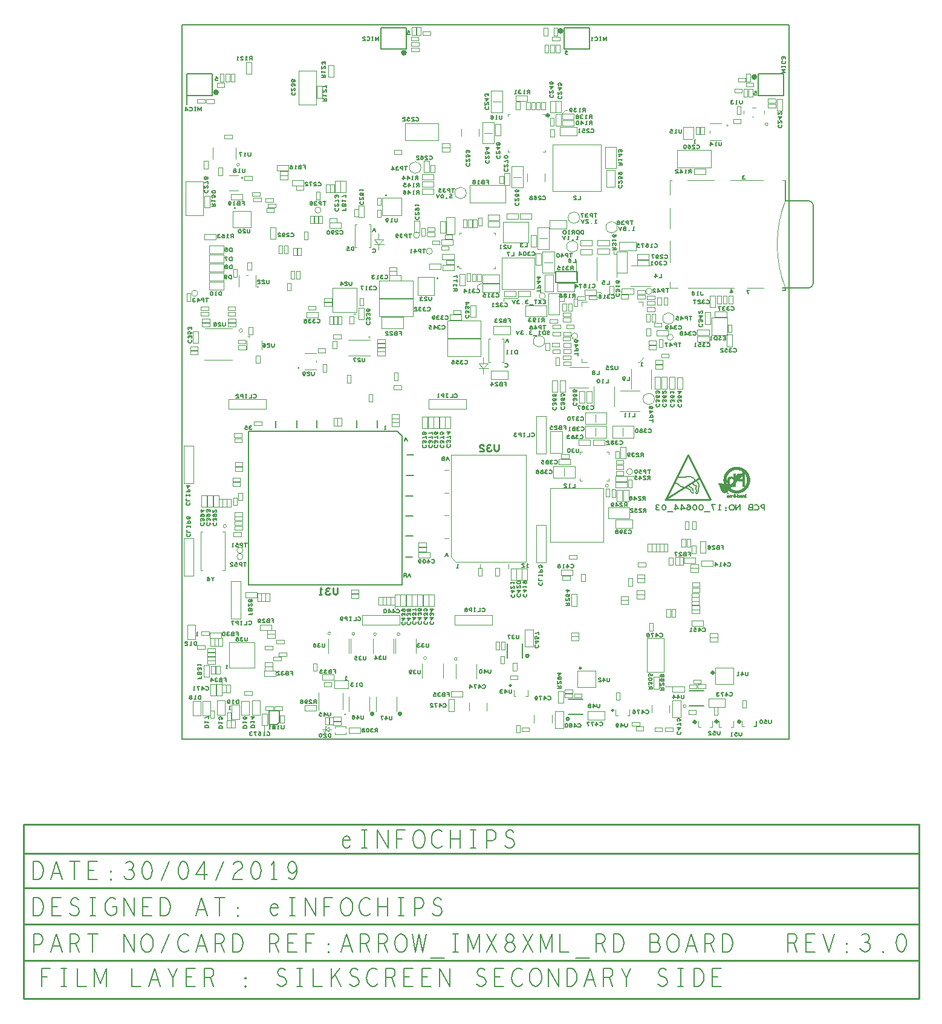
<source format=gbr>
G04 ================== begin FILE IDENTIFICATION RECORD ==================*
G04 Layout Name:  D:/ml/database/eI_Arrow_IMX8XML_RD_LAYOUT1.brd*
G04 Film Name:    slb.gbr*
G04 File Format:  Gerber RS274X*
G04 File Origin:  Cadence Allegro 17.2-S053*
G04 Origin Date:  Tue Jul 23 18:18:46 2019*
G04 *
G04 Layer:  DRAWING FORMAT/SLB*
G04 Layer:  DRAWING FORMAT/FILM_LABEL_OUTLINE*
G04 Layer:  REF DES/SILKSCREEN_BOTTOM*
G04 Layer:  BOARD GEOMETRY/SILKSCREEN_BOTTOM*
G04 Layer:  PACKAGE GEOMETRY/SILKSCREEN_BOTTOM*
G04 Layer:  BOARD GEOMETRY/OUTLINE*
G04 *
G04 Offset:    (0.00 0.00)*
G04 Mirror:    No*
G04 Mode:      Positive*
G04 Rotation:  0*
G04 FullContactRelief:  No*
G04 UndefLineWidth:     5.00*
G04 ================== end FILE IDENTIFICATION RECORD ====================*
%FSLAX25Y25*MOIN*%
%IR0*IPPOS*OFA0.00000B0.00000*MIA0B0*SFA1.00000B1.00000*%
%ADD10C,.01*%
%ADD11C,.015*%
%ADD12C,.0157*%
%ADD13C,.001*%
%ADD14C,.003*%
%ADD15C,.004*%
%ADD16C,.005*%
%ADD17C,.006*%
%ADD18C,.008*%
%ADD19C,.00435*%
%ADD20C,.00591*%
%ADD21C,.00827*%
G75*
%LPD*%
G75*
G54D10*
G01X-118821Y-106640D02*
Y-202840D01*
G01D02*
X356679D01*
G01X-118821Y-181840D02*
X374979D01*
G01X-118821Y-161840D02*
X374979D01*
G01X-118821Y-141840D02*
X374979D01*
G01X355879Y-202840D02*
X374979D01*
Y-106640D01*
X355579D01*
G01X-118821Y-122640D02*
X374979D01*
G01X-118821Y-106640D02*
X356679D01*
G01X206500Y-43900D02*
G03I-500J0D01*
G01X150200Y-30200D02*
G03I-500J0D01*
G01X188700Y-20600D02*
G03I-500J0D01*
G01X259986Y72084D02*
X235186D01*
X247486Y96984D01*
X260086Y72084D01*
G01X234886D02*
X253886Y84284D01*
G01X89584Y-45849D02*
G03I-788J0D01*
G01X74287Y-45800D02*
G03I-788J0D01*
G01X54443Y23470D02*
Y20962D01*
X54210Y20437D01*
X53743Y20087D01*
X53160Y19970D01*
X52577Y20087D01*
X52110Y20437D01*
X51877Y20962D01*
Y23470D01*
G01X50343Y20670D02*
X49993Y20262D01*
X49527Y20028D01*
X49002Y19970D01*
X48535Y20028D01*
X48068Y20320D01*
X47777Y20670D01*
X47718Y21020D01*
X47835Y21428D01*
X48243Y21720D01*
X48652Y21837D01*
X49177D01*
G01X48652D02*
X48302Y22012D01*
X48010Y22303D01*
X47893Y22653D01*
X48010Y23003D01*
X48302Y23295D01*
X48827Y23470D01*
X49352Y23412D01*
X49877Y23178D01*
G01X44960Y19970D02*
Y23470D01*
X45660Y22770D01*
G01Y19970D02*
X44260D01*
G01X143280Y102446D02*
Y99938D01*
X143047Y99413D01*
X142580Y99063D01*
X141997Y98946D01*
X141414Y99063D01*
X140947Y99413D01*
X140714Y99938D01*
Y102446D01*
G01X139180Y99646D02*
X138830Y99238D01*
X138364Y99004D01*
X137839Y98946D01*
X137372Y99004D01*
X136905Y99296D01*
X136614Y99646D01*
X136555Y99996D01*
X136672Y100404D01*
X137080Y100696D01*
X137489Y100813D01*
X138014D01*
G01X137489D02*
X137139Y100988D01*
X136847Y101279D01*
X136730Y101629D01*
X136847Y101979D01*
X137139Y102271D01*
X137664Y102446D01*
X138189Y102388D01*
X138714Y102154D01*
G01X134905Y101863D02*
X134555Y102213D01*
X134147Y102388D01*
X133680Y102446D01*
X133097Y102329D01*
X132689Y102038D01*
X132572Y101688D01*
X132630Y101338D01*
X132864Y101046D01*
X134030Y100463D01*
X134555Y100054D01*
X134905Y99471D01*
X135022Y98946D01*
X132572D01*
G01X58520Y-46170D02*
G03I-21J770D01*
G01X159787Y-13902D02*
G03I-788J0D01*
G01X182087Y-48600D02*
G03I-788J0D01*
G54D20*
G01X147983Y-15119D02*
Y-7049D01*
G01X156251D02*
Y-15119D01*
G01X248182Y-33050D02*
X256252D01*
G01Y-41318D02*
X248182D01*
G01X181682Y-37850D02*
X189752D01*
G01Y-46118D02*
X181682D01*
G54D11*
G01X276300Y-50200D02*
G03I-500J0D01*
G01X263800Y-50100D02*
G03I-500J0D01*
G01X251800Y-50400D02*
G03I-500J0D01*
G01X261700Y-23200D02*
G03I-500J0D01*
G01X170870Y283960D02*
G03I-500J0D01*
G54D21*
G01X285154Y-49734D02*
Y-52945D01*
X283857D01*
G54D12*
G01X178138Y330533D02*
G03I-783J0D01*
G01X-11837Y296683D02*
G03I-784J0D01*
G01X91763Y318467D02*
G03I-784J0D01*
G01X284938Y305149D02*
G03I-783J0D01*
G54D13*
G01X267950Y80600D02*
X266850D01*
G01X265800Y81200D02*
X264400D01*
G01X266400Y81100D02*
X264300D01*
G01X266900Y81000D02*
X264300D01*
G01X267200Y80900D02*
X264500D01*
G01X267500Y80800D02*
X264600D01*
G01X267700Y80700D02*
X264700D01*
G01X268000Y80600D02*
X264700D01*
G01X268100Y80500D02*
X264700D01*
G01X268300Y80400D02*
X264800D01*
G01X266100Y79900D02*
X265000D01*
G01X266200Y79800D02*
X265100D01*
G01X266300Y79700D02*
X265100D01*
G01X266500Y79600D02*
X265100D01*
G01X266600Y79500D02*
X265200D01*
G01X266600Y79400D02*
X265200D01*
G01X266700Y79300D02*
X265200D01*
G01X267700D02*
X266900D01*
G01X268200D02*
X267800D01*
G01X266900Y79200D02*
X265300D01*
G01X267600D02*
X267000D01*
G01X268200D02*
X267800D01*
G01X266900Y79100D02*
X265300D01*
G01X267600D02*
X267200D01*
G01X268200D02*
X267800D01*
G01X267000Y79000D02*
X265300D01*
G01X267600D02*
X267200D01*
G01X268200D02*
X267800D01*
G01X267200Y78900D02*
X265400D01*
G01X267600D02*
X267400D01*
G01X268200D02*
X267800D01*
G01X267300Y78800D02*
X265400D01*
G01X268200D02*
X267800D01*
G01X267400Y78700D02*
X265400D01*
G01X268200D02*
X267800D01*
G01X267400Y78600D02*
X265500D01*
G01X268200D02*
X267800D01*
G01X267500Y78500D02*
X265500D01*
G01X268200D02*
X267900D01*
G01X267600Y78400D02*
X265500D01*
G01X268200D02*
X268000D01*
G01X267700Y78300D02*
X265600D01*
G01X268200D02*
X268100D01*
G01X267800Y78200D02*
X265600D01*
G01X267900Y78100D02*
X265600D01*
G01X268000Y78000D02*
X265700D01*
G01X268100Y77900D02*
X265800D01*
G01X268200Y77800D02*
X265800D01*
G01X268300Y77700D02*
X265800D01*
G01X268200Y76100D02*
X267200D01*
G01X267800Y76000D02*
X267700D01*
G01X275300Y90200D02*
X273400D01*
G01X275900Y90100D02*
X272800D01*
G01X276300Y90000D02*
X272300D01*
G01X276600Y89900D02*
X272000D01*
G01X277000Y89800D02*
X271800D01*
G01X277100Y89700D02*
X271500D01*
G01X277400Y89600D02*
X271300D01*
G01X277600Y89500D02*
X271100D01*
G01X277800Y89400D02*
X270900D01*
G01X277900Y89300D02*
X270700D01*
G01X278100Y89200D02*
X270500D01*
G01X278300Y89100D02*
X270400D01*
G01X278400Y89000D02*
X270200D01*
G01X278600Y88900D02*
X270100D01*
G01X273300Y88800D02*
X270000D01*
G01X278700D02*
X275500D01*
G01X272800Y88700D02*
X269800D01*
G01X278800D02*
X275800D01*
G01X272500Y88600D02*
X269700D01*
G01X278900D02*
X276200D01*
G01X272200Y88500D02*
X269600D01*
G01X279000D02*
X276400D01*
G01X272000Y88400D02*
X269500D01*
G01X279200D02*
X276700D01*
G01X271800Y88300D02*
X269400D01*
G01X279300D02*
X276900D01*
G01X271600Y88200D02*
X269300D01*
G01X279400D02*
X277100D01*
G01X271400Y88100D02*
X269200D01*
G01X279500D02*
X277300D01*
G01X271200Y88000D02*
X269100D01*
G01X279600D02*
X277400D01*
G01X271100Y87900D02*
X269000D01*
G01X279700D02*
X277600D01*
G01X271000Y87800D02*
X268900D01*
G01X279700D02*
X277700D01*
G01X270800Y87700D02*
X268800D01*
G01X279800D02*
X277800D01*
G01X270600Y87600D02*
X268700D01*
G01X279900D02*
X278000D01*
G01X270500Y87500D02*
X268600D01*
G01X280000D02*
X278000D01*
G01X270400Y87400D02*
X268600D01*
G01X280100D02*
X277900D01*
G01X270300Y87300D02*
X268500D01*
G01X280200D02*
X277800D01*
G01X270200Y87200D02*
X268400D01*
G01X280200D02*
X277700D01*
G01X270100Y87100D02*
X268300D01*
G01X280300D02*
X277600D01*
G01X270000Y87000D02*
X268300D01*
G01X280400D02*
X277500D01*
G01X270000Y86900D02*
X268200D01*
G01X280400D02*
X277400D01*
G01X269900Y86800D02*
X268200D01*
G01X280500D02*
X277300D01*
G01X269800Y86700D02*
X268100D01*
G01X272800D02*
X272700D01*
G01X277100D02*
X276900D01*
G01X278700D02*
X277200D01*
G01X280600D02*
X278900D01*
G01X269700Y86600D02*
X268100D01*
G01X273700D02*
X272700D01*
G01X278600D02*
X275300D01*
G01X280600D02*
X279000D01*
G01X269600Y86500D02*
X268000D01*
G01X273700D02*
X272700D01*
G01X278600D02*
X275100D01*
G01X280600D02*
X279000D01*
G01X269500Y86400D02*
X267900D01*
G01X273700D02*
X272700D01*
G01X278600D02*
X274900D01*
G01X280700D02*
X279100D01*
G01X269500Y86300D02*
X267900D01*
G01X273700D02*
X272700D01*
G01X278600D02*
X274700D01*
G01X280800D02*
X279200D01*
G01X269400Y86200D02*
X267800D01*
G01X273700D02*
X272700D01*
G01X278600D02*
X274600D01*
G01X280800D02*
X279200D01*
G01X269400Y86100D02*
X267800D01*
G01X273700D02*
X272700D01*
G01X278600D02*
X274500D01*
G01X280900D02*
X279300D01*
G01X269300Y86000D02*
X267700D01*
G01X273700D02*
X272700D01*
G01X278600D02*
X274400D01*
G01X280900D02*
X279400D01*
G01X269200Y85900D02*
X267700D01*
G01X273700D02*
X272700D01*
G01X278600D02*
X274300D01*
G01X281000D02*
X279400D01*
G01X269200Y85800D02*
X267700D01*
G01X273700D02*
X272700D01*
G01X278600D02*
X274300D01*
G01X281000D02*
X279500D01*
G01X269100Y85700D02*
X267600D01*
G01X273700D02*
X272700D01*
G01X278600D02*
X274200D01*
G01X281000D02*
X279500D01*
G01X269100Y85600D02*
X267600D01*
G01X273700D02*
X272700D01*
G01X275600D02*
X274200D01*
G01X278600D02*
X276100D01*
G01X281100D02*
X279600D01*
G01X269000Y85500D02*
X267500D01*
G01X273700D02*
X272700D01*
G01X275400D02*
X274100D01*
G01X278600D02*
X276000D01*
G01X281100D02*
X279600D01*
G01X269000Y85400D02*
X267500D01*
G01X273700D02*
X272700D01*
G01X275400D02*
X274100D01*
G01X278600D02*
X275900D01*
G01X281100D02*
X279700D01*
G01X269000Y85300D02*
X267500D01*
G01X273700D02*
X272700D01*
G01X275300D02*
X274000D01*
G01X277300D02*
X275800D01*
G01X278600D02*
X277500D01*
G01X281200D02*
X279700D01*
G01X268900Y85200D02*
X267400D01*
G01X273700D02*
X272700D01*
G01X275200D02*
X274000D01*
G01X277200D02*
X275700D01*
G01X278600D02*
X277500D01*
G01X281200D02*
X279800D01*
G01X268900Y85100D02*
X267400D01*
G01X273700D02*
X272700D01*
G01X275200D02*
X274000D01*
G01X277100D02*
X275600D01*
G01X278600D02*
X277500D01*
G01X281200D02*
X279800D01*
G01X268800Y85000D02*
X267400D01*
G01X273700D02*
X272700D01*
G01X275100D02*
X274000D01*
G01X277000D02*
X275500D01*
G01X278600D02*
X277500D01*
G01X281300D02*
X279800D01*
G01X268800Y84900D02*
X267400D01*
G01X271900D02*
X270600D01*
G01X273700D02*
X272700D01*
G01X275100D02*
X274000D01*
G01X276900D02*
X275400D01*
G01X278600D02*
X277500D01*
G01X281300D02*
X279900D01*
G01X268800Y84800D02*
X267400D01*
G01X272100D02*
X270400D01*
G01X273700D02*
X272700D01*
G01X275100D02*
X274000D01*
G01X276800D02*
X275300D01*
G01X278600D02*
X277500D01*
G01X281300D02*
X279900D01*
G01X268700Y84700D02*
X267300D01*
G01X272300D02*
X270200D01*
G01X273700D02*
X272700D01*
G01X275100D02*
X274000D01*
G01X276700D02*
X275200D01*
G01X278600D02*
X277500D01*
G01X281300D02*
X279900D01*
G01X268700Y84600D02*
X267300D01*
G01X272400D02*
X270100D01*
G01X273700D02*
X272700D01*
G01X276600D02*
X274000D01*
G01X278600D02*
X277500D01*
G01X281400D02*
X279900D01*
G01X268700Y84500D02*
X267300D01*
G01X272500D02*
X269900D01*
G01X273700D02*
X272700D01*
G01X276500D02*
X274000D01*
G01X278600D02*
X277500D01*
G01X281400D02*
X280000D01*
G01X268700Y84400D02*
X267200D01*
G01X273700D02*
X269800D01*
G01X276400D02*
X274000D01*
G01X278600D02*
X277500D01*
G01X281400D02*
X280000D01*
G01X268600Y84300D02*
X267200D01*
G01X273700D02*
X269700D01*
G01X276300D02*
X274000D01*
G01X278600D02*
X277500D01*
G01X281400D02*
X280000D01*
G01X268600Y84200D02*
X267200D01*
G01X273700D02*
X269600D01*
G01X276200D02*
X274000D01*
G01X278600D02*
X277500D01*
G01X281400D02*
X280000D01*
G01X268600Y84100D02*
X267200D01*
G01X273700D02*
X269600D01*
G01X276100D02*
X274000D01*
G01X278600D02*
X277500D01*
G01X281500D02*
X280100D01*
G01X268600Y84000D02*
X267200D01*
G01X271000D02*
X269500D01*
G01X273700D02*
X271800D01*
G01X276000D02*
X274000D01*
G01X278600D02*
X277500D01*
G01X281500D02*
X280100D01*
G01X268600Y83900D02*
X267200D01*
G01X270800D02*
X269400D01*
G01X273700D02*
X272000D01*
G01X275900D02*
X274100D01*
G01X278600D02*
X277500D01*
G01X281500D02*
X280100D01*
G01X268500Y83800D02*
X267200D01*
G01X270600D02*
X269400D01*
G01X273700D02*
X272200D01*
G01X275800D02*
X274100D01*
G01X278600D02*
X277500D01*
G01X281500D02*
X280100D01*
G01X268500Y83700D02*
X267200D01*
G01X270500D02*
X269400D01*
G01X273700D02*
X272300D01*
G01X275700D02*
X274200D01*
G01X278600D02*
X277500D01*
G01X281500D02*
X280100D01*
G01X268500Y83600D02*
X267100D01*
G01X270400D02*
X269300D01*
G01X273700D02*
X272400D01*
G01X275900D02*
X274100D01*
G01X278600D02*
X277500D01*
G01X281500D02*
X280100D01*
G01X268500Y83500D02*
X267100D01*
G01X270400D02*
X269300D01*
G01X273700D02*
X272400D01*
G01X278600D02*
X274000D01*
G01X281500D02*
X280100D01*
G01X268500Y83400D02*
X267100D01*
G01X270300D02*
X269200D01*
G01X273700D02*
X272500D01*
G01X278600D02*
X273900D01*
G01X281500D02*
X280100D01*
G01X268500Y83300D02*
X267100D01*
G01X270300D02*
X269200D01*
G01X273700D02*
X272500D01*
G01X278600D02*
X273800D01*
G01X281500D02*
X280100D01*
G01X268500Y83200D02*
X267100D01*
G01X270300D02*
X269200D01*
G01X278600D02*
X272600D01*
G01X281500D02*
X280100D01*
G01X268500Y83100D02*
X267100D01*
G01X270200D02*
X269200D01*
G01X278600D02*
X272600D01*
G01X281500D02*
X280100D01*
G01X268500Y83000D02*
X267100D01*
G01X270200D02*
X269200D01*
G01X278600D02*
X272600D01*
G01X281500D02*
X280100D01*
G01X268500Y82900D02*
X267100D01*
G01X270200D02*
X269200D01*
G01X278600D02*
X272600D01*
G01X281500D02*
X280100D01*
G01X268500Y82800D02*
X267100D01*
G01X270200D02*
X269100D01*
G01X274800D02*
X272600D01*
G01X278600D02*
X275000D01*
G01X281500D02*
X280100D01*
G01X268500Y82700D02*
X267100D01*
G01X270200D02*
X269100D01*
G01X274700D02*
X272700D01*
G01X278600D02*
X275200D01*
G01X281500D02*
X280100D01*
G01X268500Y82600D02*
X267100D01*
G01X270200D02*
X269100D01*
G01X274600D02*
X272700D01*
G01X278600D02*
X275700D01*
G01X281500D02*
X280100D01*
G01X268500Y82500D02*
X267200D01*
G01X270200D02*
X269100D01*
G01X274500D02*
X272700D01*
G01X278600D02*
X277500D01*
G01X281500D02*
X280100D01*
G01X268600Y82400D02*
X267200D01*
G01X274400D02*
X272700D01*
G01X278600D02*
X277500D01*
G01X281500D02*
X280100D01*
G01X268600Y82300D02*
X267200D01*
G01X270200D02*
X269100D01*
G01X274300D02*
X272700D01*
G01X278600D02*
X277500D01*
G01X281500D02*
X280100D01*
G01X268600Y82200D02*
X267200D01*
G01X270200D02*
X269100D01*
G01X274200D02*
X272700D01*
G01X278600D02*
X277500D01*
G01X281500D02*
X280100D01*
G01X268600Y82100D02*
X267200D01*
G01X270200D02*
X269100D01*
G01X274100D02*
X272600D01*
G01X278600D02*
X277500D01*
G01X281500D02*
X280100D01*
G01X268600Y82000D02*
X267200D01*
G01X270200D02*
X269100D01*
G01X274000D02*
X272500D01*
G01X278600D02*
X277500D01*
G01X281400D02*
X280100D01*
G01X268600Y81900D02*
X267200D01*
G01X270200D02*
X269100D01*
G01X273900D02*
X272400D01*
G01X278600D02*
X277500D01*
G01X281400D02*
X280000D01*
G01X268600Y81800D02*
X267200D01*
G01X270200D02*
X269200D01*
G01X273800D02*
X272300D01*
G01X278600D02*
X277500D01*
G01X281400D02*
X280000D01*
G01X268700Y81700D02*
X267300D01*
G01X270200D02*
X269200D01*
G01X273700D02*
X272200D01*
G01X278600D02*
X277500D01*
G01X281400D02*
X280000D01*
G01X268700Y81600D02*
X267300D01*
G01X270200D02*
X269200D01*
G01X273700D02*
X272100D01*
G01X278600D02*
X277500D01*
G01X281400D02*
X280000D01*
G01X268700Y81500D02*
X267300D01*
G01X270200D02*
X269200D01*
G01X273700D02*
X272000D01*
G01X278600D02*
X277500D01*
G01X281400D02*
X279900D01*
G01X268800Y81400D02*
X267300D01*
G01X270300D02*
X269200D01*
G01X273700D02*
X271900D01*
G01X278600D02*
X277500D01*
G01X281300D02*
X279900D01*
G01X268800Y81300D02*
X267300D01*
G01X270300D02*
X269200D01*
G01X273700D02*
X271800D01*
G01X278600D02*
X277500D01*
G01X281300D02*
X279900D01*
G01X268800Y81200D02*
X267400D01*
G01X270300D02*
X269300D01*
G01X273700D02*
X271700D01*
G01X278600D02*
X277500D01*
G01X281300D02*
X279800D01*
G01X268800Y81100D02*
X267400D01*
G01X270400D02*
X269300D01*
G01X273700D02*
X271600D01*
G01X278600D02*
X277500D01*
G01X281300D02*
X279800D01*
G01X268900Y81000D02*
X267600D01*
G01X270400D02*
X269300D01*
G01X273700D02*
X271500D01*
G01X278600D02*
X277500D01*
G01X281200D02*
X279800D01*
G01X269000Y80900D02*
X267800D01*
G01X270500D02*
X269400D01*
G01X273700D02*
X271400D01*
G01X278600D02*
X277500D01*
G01X281200D02*
X279700D01*
G01X269000Y80800D02*
X268000D01*
G01X270600D02*
X269400D01*
G01X273700D02*
X271300D01*
G01X278600D02*
X277500D01*
G01X281200D02*
X279700D01*
G01X269000Y80700D02*
X268200D01*
G01X270700D02*
X269500D01*
G01X273700D02*
X271200D01*
G01X278600D02*
X277500D01*
G01X281100D02*
X279600D01*
G01X269100Y80600D02*
X268300D01*
G01X270800D02*
X269500D01*
G01X273700D02*
X271100D01*
G01X278600D02*
X277500D01*
G01X281100D02*
X279600D01*
G01X269100Y80500D02*
X268400D01*
G01X273700D02*
X269600D01*
G01X278600D02*
X277500D01*
G01X281100D02*
X279600D01*
G01X269200Y80400D02*
X268600D01*
G01X273700D02*
X269700D01*
G01X278600D02*
X277500D01*
G01X281000D02*
X279500D01*
G01X268400Y80300D02*
X264900D01*
G01X269200D02*
X268700D01*
G01X273700D02*
X269700D01*
G01X278600D02*
X277500D01*
G01X281000D02*
X279400D01*
G01X268500Y80200D02*
X264900D01*
G01X269300D02*
X268800D01*
G01X273700D02*
X269800D01*
G01X278600D02*
X277500D01*
G01X280900D02*
X279400D01*
G01X268600Y80100D02*
X264900D01*
G01X269300D02*
X268900D01*
G01X273700D02*
X269900D01*
G01X278600D02*
X277500D01*
G01X280900D02*
X279300D01*
G01X268700Y80000D02*
X265000D01*
G01X269400D02*
X268900D01*
G01X272600D02*
X270000D01*
G01X273700D02*
X272700D01*
G01X278600D02*
X277500D01*
G01X280800D02*
X279300D01*
G01X268800Y79900D02*
X266300D01*
G01X269500D02*
X269000D01*
G01X272500D02*
X270100D01*
G01X273700D02*
X272700D01*
G01X278600D02*
X277500D01*
G01X280800D02*
X279200D01*
G01X268900Y79800D02*
X266400D01*
G01X269500D02*
X269100D01*
G01X272400D02*
X270200D01*
G01X273700D02*
X272700D01*
G01X278600D02*
X277500D01*
G01X280700D02*
X279100D01*
G01X268900Y79700D02*
X266500D01*
G01X269600D02*
X269100D01*
G01X272200D02*
X270200D01*
G01X273700D02*
X272700D01*
G01X278600D02*
X277500D01*
G01X280700D02*
X279100D01*
G01X269000Y79600D02*
X266600D01*
G01X269700D02*
X269200D01*
G01X271900D02*
X270100D01*
G01X280600D02*
X279000D01*
G01X269000Y79500D02*
X266700D01*
G01X269800D02*
X269300D01*
G01X271500D02*
X270000D01*
G01X280600D02*
X278900D01*
G01X269100Y79400D02*
X266800D01*
G01X271400D02*
X269300D01*
G01X280500D02*
X278800D01*
G01X269100Y79300D02*
X268300D01*
G01X271300D02*
X269400D01*
G01X280500D02*
X278700D01*
G01X269200Y79200D02*
X268300D01*
G01X271200D02*
X269400D01*
G01X280400D02*
X278700D01*
G01X269200Y79100D02*
X268400D01*
G01X271100D02*
X269400D01*
G01X280300D02*
X278600D01*
G01X269300Y79000D02*
X268400D01*
G01X271000D02*
X269500D01*
G01X280200D02*
X278500D01*
G01X268700Y78900D02*
X268400D01*
G01X269300D02*
X268800D01*
G01X270900D02*
X269500D01*
G01X280200D02*
X278400D01*
G01X268700Y78800D02*
X268400D01*
G01X269300D02*
X268900D01*
G01X270800D02*
X269500D01*
G01X280100D02*
X278300D01*
G01X268700Y78700D02*
X268400D01*
G01X269300D02*
X268900D01*
G01X270700D02*
X269500D01*
G01X280100D02*
X278200D01*
G01X268700Y78600D02*
X268400D01*
G01X269400D02*
X268900D01*
G01X270700D02*
X269500D01*
G01X280000D02*
X278000D01*
G01X268700Y78500D02*
X268400D01*
G01X269400D02*
X268900D01*
G01X270700D02*
X269600D01*
G01X279900D02*
X277900D01*
G01X268700Y78400D02*
X268400D01*
G01X269400D02*
X268900D01*
G01X270900D02*
X269600D01*
G01X279800D02*
X277800D01*
G01X268700Y78300D02*
X268400D01*
G01X269400D02*
X268900D01*
G01X271000D02*
X269600D01*
G01X279700D02*
X277700D01*
G01X268700Y78200D02*
X268400D01*
G01X269400D02*
X269000D01*
G01X271200D02*
X269600D01*
G01X279600D02*
X277500D01*
G01X268700Y78100D02*
X268400D01*
G01X269400D02*
X269000D01*
G01X271300D02*
X269600D01*
G01X279500D02*
X277400D01*
G01X268700Y78000D02*
X268400D01*
G01X269400D02*
X269000D01*
G01X271500D02*
X269600D01*
G01X279400D02*
X277200D01*
G01X268700Y77900D02*
X268500D01*
G01X269500D02*
X269000D01*
G01X271700D02*
X269700D01*
G01X279300D02*
X277000D01*
G01X268700Y77800D02*
X268600D01*
G01X269500D02*
X269000D01*
G01X271900D02*
X269700D01*
G01X279200D02*
X276800D01*
G01X268700Y77700D02*
X268600D01*
G01X269500D02*
X269000D01*
G01X272100D02*
X269700D01*
G01X279100D02*
X276500D01*
G01X268400Y77600D02*
X265900D01*
G01X269500D02*
X269000D01*
G01X272300D02*
X269700D01*
G01X279000D02*
X276300D01*
G01X268400Y77500D02*
X265900D01*
G01X269500D02*
X269000D01*
G01X272600D02*
X269800D01*
G01X278900D02*
X276000D01*
G01X268500Y77400D02*
X266000D01*
G01X269500D02*
X269000D01*
G01X273100D02*
X269900D01*
G01X278800D02*
X275600D01*
G01X268600Y77300D02*
X266000D01*
G01X269400D02*
X269000D01*
G01X273800D02*
X270000D01*
G01X278600D02*
X275000D01*
G01X268700Y77200D02*
X266100D01*
G01X269400D02*
X269000D01*
G01X278500D02*
X270200D01*
G01X268700Y77100D02*
X266100D01*
G01X269400D02*
X269100D01*
G01X278300D02*
X270300D01*
G01X268800Y77000D02*
X266200D01*
G01X269300D02*
X269100D01*
G01X278200D02*
X270500D01*
G01X268900Y76900D02*
X266300D01*
G01X269300D02*
X269200D01*
G01X278000D02*
X270600D01*
G01X269000Y76800D02*
X266400D01*
G01X277800D02*
X270800D01*
G01X269000Y76700D02*
X266400D01*
G01X277700D02*
X271000D01*
G01X269100Y76600D02*
X266500D01*
G01X277500D02*
X271200D01*
G01X268900Y76500D02*
X266600D01*
G01X269100D02*
X269000D01*
G01X277300D02*
X271400D01*
G01X268700Y76400D02*
X266800D01*
G01X269200D02*
X269100D01*
G01X277000D02*
X271700D01*
G01X268600Y76300D02*
X266900D01*
G01X276800D02*
X271900D01*
G01X268400Y76200D02*
X267000D01*
G01X269300D02*
X269200D01*
G01X276400D02*
X272200D01*
G01X269400Y76100D02*
X269300D01*
G01X276100D02*
X272600D01*
G01X269400Y76000D02*
X269300D01*
G01X275600D02*
X273000D01*
G01X269500Y75900D02*
X269400D01*
G01X274900D02*
X273800D01*
G01X269500Y75800D02*
X269400D01*
G01X269600Y75700D02*
X269400D01*
G01X269600Y75600D02*
X269500D01*
G01X269600Y75500D02*
X269500D01*
G01X269700Y75400D02*
X269600D01*
G01X273400Y75300D02*
X272800D01*
G01X275100D02*
X274700D01*
G01X279400D02*
X279000D01*
G01X273500Y75200D02*
X272800D01*
G01X275100D02*
X274700D01*
G01X279500D02*
X279000D01*
G01X273500Y75100D02*
X272800D01*
G01X275100D02*
X274700D01*
G01X279400D02*
X279000D01*
G01X273500Y75000D02*
X273100D01*
G01X275100D02*
X274700D01*
G01X279400D02*
X279000D01*
G01X273600Y74900D02*
X273200D01*
G01X275100D02*
X274700D01*
G01X279500D02*
X279000D01*
G01X269800Y74800D02*
X269500D01*
G01X271300D02*
X271000D01*
G01X272100D02*
X272000D01*
G01X273600D02*
X273100D01*
G01X275100D02*
X274700D01*
G01X275400D02*
X275300D01*
G01X277000D02*
X276700D01*
G01X278300D02*
X278100D01*
G01X279400D02*
X279000D01*
G01X270100Y74700D02*
X269400D01*
G01X271500D02*
X270800D01*
G01X272300D02*
X271800D01*
G01X272800D02*
X272500D01*
G01X273800D02*
X273000D01*
G01X275800D02*
X274700D01*
G01X277300D02*
X276400D01*
G01X278600D02*
X277800D01*
G01X279400D02*
X279000D01*
G01X270200Y74600D02*
X269200D01*
G01X271700D02*
X270700D01*
G01X272300D02*
X271800D01*
G01X272800D02*
X272500D01*
G01X273700D02*
X273000D01*
G01X275900D02*
X274700D01*
G01X277400D02*
X276300D01*
G01X278700D02*
X277700D01*
G01X279400D02*
X279000D01*
G01X269500Y74500D02*
X269200D01*
G01X270300D02*
X269900D01*
G01X271000D02*
X270600D01*
G01X271700D02*
X271300D01*
G01X272900D02*
X271900D01*
G01X273700D02*
X273100D01*
G01X275200D02*
X274700D01*
G01X276000D02*
X275500D01*
G01X276800D02*
X276300D01*
G01X277400D02*
X277100D01*
G01X278000D02*
X277600D01*
G01X278800D02*
X278400D01*
G01X279400D02*
X279100D01*
G01X269500Y74400D02*
X269100D01*
G01X270400D02*
X270000D01*
G01X270900D02*
X270600D01*
G01X271800D02*
X271400D01*
G01X272000D02*
X271900D01*
G01X272900D02*
X272300D01*
G01X273600D02*
X273100D01*
G01X275100D02*
X274700D01*
G01X276000D02*
X275600D01*
G01X276700D02*
X276300D01*
G01X277900D02*
X277600D01*
G01X278800D02*
X278400D01*
G01X279400D02*
X279100D01*
G01X269500Y74300D02*
X269100D01*
G01X270400D02*
X269900D01*
G01X270900D02*
X270600D01*
G01X271800D02*
X271400D01*
G01X272800D02*
X272300D01*
G01X273600D02*
X273200D01*
G01X274500D02*
X273800D01*
G01X275100D02*
X274700D01*
G01X276000D02*
X275600D01*
G01X276700D02*
X276300D01*
G01X278000D02*
X277600D01*
G01X278800D02*
X278400D01*
G01X279400D02*
X279000D01*
G01X270400Y74200D02*
X269100D01*
G01X271800D02*
X270500D01*
G01X272800D02*
X272400D01*
G01X273600D02*
X273200D01*
G01X274500D02*
X273800D01*
G01X275100D02*
X274700D01*
G01X276100D02*
X275600D01*
G01X277100D02*
X276300D01*
G01X278800D02*
X277500D01*
G01X279400D02*
X279000D01*
G01X269800Y74100D02*
X269200D01*
G01X270400D02*
X269900D01*
G01X271100D02*
X270700D01*
G01X271300D02*
X271200D01*
G01X271800D02*
X271400D01*
G01X272900D02*
X272400D01*
G01X273600D02*
X273200D01*
G01X274500D02*
X273800D01*
G01X275100D02*
X274700D01*
G01X276000D02*
X275600D01*
G01X276700D02*
X276300D01*
G01X277300D02*
X276800D01*
G01X278800D02*
X277600D01*
G01X279400D02*
X279000D01*
G01X270400Y74000D02*
X270000D01*
G01X271800D02*
X271400D01*
G01X272900D02*
X272500D01*
G01X273600D02*
X273200D01*
G01X274500D02*
X273800D01*
G01X275100D02*
X274700D01*
G01X276000D02*
X275600D01*
G01X276700D02*
X276300D01*
G01X277400D02*
X277000D01*
G01X278800D02*
X278400D01*
G01X279500D02*
X279100D01*
G01X270300Y73900D02*
X269900D01*
G01X271800D02*
X271400D01*
G01X272900D02*
X272500D01*
G01X273600D02*
X273200D01*
G01X275100D02*
X274700D01*
G01X276000D02*
X275600D01*
G01X276700D02*
X276300D01*
G01X277400D02*
X277000D01*
G01X278800D02*
X278400D01*
G01X279400D02*
X279000D01*
G01X269300Y73800D02*
X269100D01*
G01X270300D02*
X269800D01*
G01X270700D02*
X270600D01*
G01X271700D02*
X271300D01*
G01X272900D02*
X272500D01*
G01X273600D02*
X273200D01*
G01X275200D02*
X274700D01*
G01X276000D02*
X275500D01*
G01X276700D02*
X276300D01*
G01X277400D02*
X277000D01*
G01X277800D02*
X277600D01*
G01X278800D02*
X278300D01*
G01X279400D02*
X279000D01*
G01X270200Y73700D02*
X269100D01*
G01X271600D02*
X270600D01*
G01X272900D02*
X272500D01*
G01X273600D02*
X273200D01*
G01X275900D02*
X274700D01*
G01X277400D02*
X276100D01*
G01X278700D02*
X277600D01*
G01X279500D02*
X279000D01*
G01X270100Y73600D02*
X269200D01*
G01X271500D02*
X270700D01*
G01X272800D02*
X272500D01*
G01X273600D02*
X273200D01*
G01X275800D02*
X274700D01*
G01X277300D02*
X276100D01*
G01X278600D02*
X277700D01*
G01X279400D02*
X279100D01*
G54D14*
G01X14100Y-52500D02*
Y-55000D01*
G01X67117Y-53384D02*
Y-56384D01*
X60717D01*
Y-53384D01*
X67117D01*
G01X119100Y218700D02*
X114400D01*
Y228000D01*
X119100D01*
Y218700D01*
G01X175600Y186900D02*
Y191600D01*
X184900D01*
Y186900D01*
X175600D01*
G01X177800Y285400D02*
X174800D01*
Y291800D01*
X177800D01*
Y285400D01*
G01X174500D02*
X171500D01*
Y291800D01*
X174500D01*
Y285400D01*
G01X207500Y78900D02*
Y81900D01*
X213900D01*
Y78900D01*
X207500D01*
G01X15600Y-52200D02*
X12600D01*
Y-45800D01*
X15600D01*
Y-52200D01*
G01X110800Y215000D02*
X106600D01*
Y212800D01*
X110800D01*
Y215000D01*
G01X118500Y204200D02*
X114300D01*
Y202000D01*
X118500D01*
Y204200D01*
G01X117700Y218200D02*
X113500D01*
Y216000D01*
X117700D01*
Y218200D01*
G01X207800Y73700D02*
Y77900D01*
X205600D01*
Y73700D01*
X207800D01*
G01X25000Y-50900D02*
Y-46700D01*
X22800D01*
Y-50900D01*
X25000D01*
G01X229284Y-55583D02*
X233384D01*
Y-53483D01*
X229184D01*
Y-55483D01*
X229284Y-55583D01*
G01X216784Y-52383D02*
X220884D01*
Y-50283D01*
X216684D01*
Y-52283D01*
X216784Y-52383D01*
G01X218984Y-54983D02*
X223084D01*
Y-52883D01*
X218884D01*
Y-54883D01*
X218984Y-54983D01*
G01X239116Y-53317D02*
X235016D01*
Y-55417D01*
X239216D01*
Y-53417D01*
X239116Y-53317D01*
G01X159917Y-53284D02*
X155817D01*
Y-55384D01*
X160017D01*
Y-53384D01*
X159917Y-53284D01*
G01X154984Y-56083D02*
Y-51983D01*
X152884D01*
Y-56183D01*
X154884D01*
X154984Y-56083D01*
G01X248117Y56116D02*
Y60216D01*
X246017D01*
Y56016D01*
X248017D01*
X248117Y56116D01*
G01X252117D02*
Y60216D01*
X250017D01*
Y56016D01*
X252017D01*
X252117Y56116D01*
G01X-13200Y-16500D02*
X-17300D01*
Y-18600D01*
X-13100D01*
Y-16600D01*
X-13200Y-16500D01*
G01X189000Y-34700D02*
X184900D01*
Y-36800D01*
X189100D01*
Y-34800D01*
X189000Y-34700D01*
G01X257200Y-29600D02*
X253100D01*
Y-31700D01*
X257300D01*
Y-29700D01*
X257200Y-29600D01*
G01X179900Y-36900D02*
X184000D01*
Y-34800D01*
X179800D01*
Y-36800D01*
X179900Y-36900D01*
G01X248300Y-31800D02*
X252400D01*
Y-29700D01*
X248200D01*
Y-31700D01*
X248300Y-31800D01*
G01X141500Y-6300D02*
Y-10400D01*
X143600D01*
Y-6200D01*
X141600D01*
X141500Y-6300D01*
G01X62000Y18000D02*
X66100D01*
Y20100D01*
X61900D01*
Y18100D01*
X62000Y18000D01*
G01X-900Y195100D02*
Y199200D01*
X-3000D01*
Y195000D01*
X-1000D01*
X-900Y195100D01*
G01X19900Y-43900D02*
X24000D01*
Y-41800D01*
X19800D01*
Y-43800D01*
X19900Y-43900D01*
G01X18900Y-41700D02*
X14800D01*
Y-43800D01*
X19000D01*
Y-41800D01*
X18900Y-41700D01*
G54D15*
G01X-1600Y232900D02*
G03I-500J0D01*
G01X110000Y194200D02*
G03I-500J0D01*
G01X57300Y-43600D02*
Y-34500D01*
G01X44100Y-43900D02*
Y-34200D01*
G01X177000Y284600D02*
X177600Y284700D01*
X180000Y287000D01*
X181100D01*
G01X121200Y200500D02*
G03I-500J0D01*
G01X214000Y85200D02*
X217700D01*
G01X64500Y174500D02*
G03I-500J0D01*
G01X134050Y191800D02*
X131200Y190300D01*
Y188900D01*
G01X146100Y181500D02*
Y183100D01*
X153500D01*
X154200Y184100D01*
X154100D01*
G01X208000Y207600D02*
X206800D01*
Y209300D01*
G01X197199Y186459D02*
X197000Y186500D01*
X199200D01*
X200100Y185700D01*
G01X176699Y181559D02*
X179442D01*
G01X179441Y181599D02*
X179400Y183100D01*
G01X217077Y87617D02*
G03I-1693J0D01*
G01X2277Y44317D02*
G03I-1693J0D01*
G01X-22690Y185916D02*
G03I-1693J0D01*
G01X45310Y231816D02*
G03I-1693J0D01*
G01X2277Y40817D02*
G03I-1693J0D01*
G01X99693Y218000D02*
G03I-1693J0D01*
G01X106693Y209100D02*
G03I-1693J0D01*
G01X168993Y184500D02*
G03I-1693J0D01*
G01X239493Y161700D02*
G03I-1693J0D01*
G01X186793Y162300D02*
G03I-1693J0D01*
G01X227793Y187000D02*
G03I-1693J0D01*
G01X229150Y127700D02*
G03I-3150J0D01*
G01X208650Y222300D02*
G03I-3150J0D01*
G01X187850Y227600D02*
G03I-3150J0D01*
G01X168650Y159500D02*
G03I-3150J0D01*
G01X186950Y211700D02*
G03I-3150J0D01*
G01X100350Y255200D02*
G03I-3150J0D01*
G01X125350Y241200D02*
G03I-3150J0D01*
G01X239950Y172000D02*
G03I-3150J0D01*
G01X237758Y188892D02*
Y192257D01*
G01Y202731D02*
Y214954D01*
G01X241872Y188892D02*
X237758D01*
G01X272856D02*
X247778D01*
G01X289229D02*
X280456D01*
G01X237758Y240132D02*
Y248340D01*
G01Y221490D02*
Y232808D01*
G01X247384Y248340D02*
X262108D01*
G01X237758D02*
X238604D01*
G01X270889D02*
X288979D01*
G01X299765D02*
X301262D01*
G01Y188892D02*
G02Y236884I62058J23996D01*
G01X51691Y175510D02*
Y188896D01*
X65077D01*
Y175510D01*
X51691D01*
G01X50687Y-1501D02*
G03I-787J0D01*
G01X49362Y-4447D02*
Y-12321D01*
G01X60779Y-4447D02*
Y-12321D01*
G01X63888Y-1701D02*
G03I-788J0D01*
G01X61662Y-4447D02*
Y-12321D01*
G01X75788Y-1901D02*
G03I-788J0D01*
G01X73962Y-4447D02*
Y-12321D01*
G01X85379Y-4447D02*
Y-12321D01*
G01X131079Y-18447D02*
Y-26321D01*
G01X119662Y-18447D02*
Y-26321D01*
G01X120289Y-15601D02*
G03I-788J0D01*
G01X112479Y-18247D02*
Y-26121D01*
G01X101062Y-18247D02*
Y-26121D01*
G01X103389Y-15101D02*
G03I-788J0D01*
G01X97679Y-4447D02*
Y-12321D01*
G01X86262Y-4447D02*
Y-12321D01*
G01X88788Y-2001D02*
G03I-788J0D01*
G01X86904Y-44437D02*
Y-36563D01*
G01X75487Y-44437D02*
Y-36563D01*
G01X72004Y-44337D02*
Y-36463D01*
G01X60587Y-44337D02*
Y-36463D01*
G01X260486Y172637D02*
X269148D01*
Y162795D01*
X260486D01*
Y172637D01*
G01X370Y256799D02*
G03I-770J0D01*
G01X-14282Y266166D02*
Y259866D01*
G01X-1684Y266166D02*
Y259866D01*
G01X249891Y270727D02*
X244922D01*
Y277673D01*
X250678D01*
Y271514D01*
X249891Y270727D01*
G01X152777Y-36145D02*
X151480D01*
Y-32934D01*
G01X159354D02*
Y-36145D01*
X158057D01*
G01X254477Y-53145D02*
X253180D01*
Y-49934D01*
G01X261054D02*
Y-53145D01*
X259757D01*
G01X266077Y-53045D02*
X264780D01*
Y-49834D01*
G01X272654D02*
Y-53045D01*
X271357D01*
G01X278577Y-52945D02*
X277280D01*
Y-49734D01*
G01X208877Y-46645D02*
X207580D01*
Y-43434D01*
G01X215454D02*
Y-46645D01*
X214157D01*
G01X-8446Y197181D02*
X-16320D01*
Y192851D01*
X-8446D01*
Y197181D01*
G01Y212181D02*
X-16320D01*
Y207851D01*
X-8446D01*
Y212181D01*
G01Y192181D02*
X-16320D01*
Y187851D01*
X-8446D01*
Y192181D01*
G01X-4048Y-40947D02*
Y-48821D01*
X282D01*
Y-40947D01*
X-4048D01*
G01X-8446Y202181D02*
X-16320D01*
Y197851D01*
X-8446D01*
Y202181D01*
G01Y207181D02*
X-16320D01*
Y202851D01*
X-8446D01*
Y207181D01*
G01X7152Y-38547D02*
Y-46421D01*
X11482D01*
Y-38547D01*
X7152D01*
G01X-24135Y-4637D02*
Y3237D01*
X-28465D01*
Y-4637D01*
X-24135D01*
G01X-25248Y-38847D02*
Y-46721D01*
X-20918D01*
Y-38847D01*
X-25248D01*
G01X-20148D02*
Y-46721D01*
X-15818D01*
Y-38847D01*
X-20148D01*
G01X-12148Y-38547D02*
Y-46421D01*
X-7818D01*
Y-38547D01*
X-12148D01*
G01X1152Y-38647D02*
Y-46521D01*
X5482D01*
Y-38647D01*
X1152D01*
G01X269678Y278384D02*
G03I-361J0D01*
G01X259550Y279550D02*
X265850D01*
G01X259550Y274350D02*
Y275450D01*
G01X265850Y270250D02*
X259550D01*
G01X10861Y189400D02*
G03I-361J0D01*
G01X9167Y195766D02*
Y189466D01*
G01X3967Y195766D02*
X5067D01*
G01X-133Y189466D02*
Y195766D01*
G01X33261Y144800D02*
G03I-361J0D01*
G01X42666Y143733D02*
X36366D01*
G01X42666Y148933D02*
Y147833D01*
G01X36366Y153033D02*
X42666D01*
G01X117103Y96811D02*
X158267D01*
Y37931D01*
X119603D01*
X117103Y40431D01*
Y96811D01*
G01X132961Y36662D02*
Y34300D01*
G01X148709Y36662D02*
Y34300D01*
G01X115638Y50836D02*
X113276D01*
G01X115638Y63434D02*
X113276D01*
G01X115638Y76032D02*
X113276D01*
G01X115638Y88631D02*
X113276D01*
G01X81617Y239916D02*
G03I-500J0D01*
G01X78817Y238416D02*
Y228816D01*
X89617D01*
Y238416D01*
X78817D01*
G01X100717Y194916D02*
X107617D01*
Y184916D01*
X98617D01*
Y194916D01*
X100717D01*
G01X186617Y-29084D02*
Y-22184D01*
X196617D01*
Y-31184D01*
X186617D01*
Y-29084D01*
G01X262717Y-27384D02*
Y-20484D01*
X272717D01*
Y-29484D01*
X262717D01*
Y-27384D01*
G01X-3483Y224316D02*
Y231216D01*
X6517D01*
Y222216D01*
X-3483D01*
Y224316D01*
G01X-5283Y-20284D02*
X8517D01*
Y-6484D01*
X-5283D01*
Y-20284D01*
G01X6217Y162016D02*
G03I-500J0D01*
G01X4417Y154816D02*
Y160016D01*
G01X12617Y154816D02*
Y160016D01*
G01X2217Y249616D02*
G03I-500J0D01*
G01X-5483Y250916D02*
X-283D01*
G01X-5483Y242716D02*
X-283D01*
G01X169317Y118365D02*
Y97667D01*
X163917D01*
Y118365D01*
X169317D01*
G01X1117Y27164D02*
Y6466D01*
X-4283D01*
Y27164D01*
X1117D01*
G01X-30483Y81267D02*
Y101965D01*
X-25083D01*
Y81267D01*
X-30483D01*
G01X118868Y8632D02*
X139566D01*
Y3232D01*
X118868D01*
Y8632D01*
G01X68068D02*
X88766D01*
Y3232D01*
X68068D01*
Y8632D01*
G01X-25083Y50865D02*
Y30167D01*
X-30483D01*
Y50865D01*
X-25083D01*
G01X104768Y127516D02*
X125466D01*
Y122116D01*
X104768D01*
Y127516D01*
G01X-5832D02*
X14866D01*
Y122116D01*
X-5832D01*
Y127516D01*
G01X169317Y58365D02*
Y37667D01*
X163917D01*
Y58365D01*
X169317D01*
G01X-19995Y54446D02*
X-21176D01*
Y33186D01*
X-19995D01*
G01X-8971D02*
X-7790D01*
Y54446D01*
X-8971D01*
G01X-6909Y57596D02*
G03I-881J0D01*
G01X58948Y-52640D02*
X52886D01*
G01X46748Y-55496D02*
Y-55890D01*
X47536D01*
Y-52740D01*
X48323D01*
Y-53134D01*
G01X58945Y-53742D02*
X58948Y-52640D01*
G01X52889Y-53742D02*
X52886Y-52640D01*
G01X278250Y286610D02*
Y284790D01*
G01X291709Y279082D02*
G03I-792J0D01*
G01X282900Y283150D02*
X283600D01*
G01X282900Y288250D02*
X285100D01*
G01X289750Y286610D02*
Y284770D01*
G01X202684Y112767D02*
Y106367D01*
X190884D01*
Y112767D01*
X202684D01*
G01X196784Y111817D02*
Y107317D01*
G01X173384Y84267D02*
Y90667D01*
X185184D01*
Y84267D01*
X173384D01*
G01X179284Y85217D02*
Y89717D01*
G01X205900Y106350D02*
Y112750D01*
X217700D01*
Y106350D01*
X205900D01*
G01X211800Y107300D02*
Y111800D01*
G01X202700Y120250D02*
Y113850D01*
X190900D01*
Y120250D01*
X202700D01*
G01X196800Y119300D02*
Y114800D01*
G01X165500Y216200D02*
X170000D01*
G01X164550Y222100D02*
X170950D01*
Y210300D01*
X164550D01*
Y222100D01*
G01X172900Y203000D02*
X168400D01*
G01X173850Y197100D02*
X167450D01*
Y208900D01*
X173850D01*
Y197100D01*
G01X155700Y250000D02*
X151200D01*
G01X156650Y244100D02*
X150250D01*
Y255900D01*
X156650D01*
Y244100D01*
G01X144500Y291600D02*
X140000D01*
G01X145450Y285700D02*
X139050D01*
Y297500D01*
X145450D01*
Y285700D01*
G01X135300Y274300D02*
X139800D01*
G01X134350Y280200D02*
X140750D01*
Y268400D01*
X134350D01*
Y280200D01*
G01X227517Y-45194D02*
Y-40974D01*
G01X237317Y-45194D02*
Y-40974D01*
G01X162717Y-50694D02*
Y-46474D01*
G01X172517Y-50694D02*
Y-46474D01*
G01X126841Y-43968D02*
Y-39748D01*
G01X136641Y-43968D02*
Y-39748D01*
G01X159000Y251810D02*
Y247590D01*
G01X168800Y251810D02*
Y247590D01*
G01X122500Y272490D02*
Y276710D01*
G01X132300Y272490D02*
Y276710D01*
G01X260326Y264911D02*
X241708D01*
Y255321D01*
X260326D01*
Y264911D01*
G01X32922Y308425D02*
Y289807D01*
X42512D01*
Y308425D01*
X32922D01*
G01X234412Y-22793D02*
Y-4175D01*
X224822D01*
Y-22793D01*
X234412D01*
G01X133426Y170811D02*
X114808D01*
Y161221D01*
X133426D01*
Y170811D01*
G01X77308Y173321D02*
X95926D01*
Y182911D01*
X77308D01*
Y173321D01*
G01X133426Y160911D02*
X114808D01*
Y151321D01*
X133426D01*
Y160911D01*
G01X110092Y279679D02*
X91474D01*
Y270089D01*
X110092D01*
Y279679D01*
G01X77308Y183221D02*
X95926D01*
Y192811D01*
X77308D01*
Y183221D01*
G01X-29395Y247509D02*
Y228891D01*
X-19805D01*
Y247509D01*
X-29395D01*
G01X210284Y101217D02*
X213284D01*
Y94817D01*
X210284D01*
Y101217D01*
G01X228684Y-25583D02*
X231684D01*
Y-31983D01*
X228684D01*
Y-25583D01*
G01X42817Y300116D02*
X45817D01*
Y293716D01*
X42817D01*
Y300116D01*
G01X257417Y254416D02*
Y251416D01*
X251017D01*
Y254416D01*
X257417D01*
G01X-16000Y233200D02*
X-19000D01*
Y239600D01*
X-16000D01*
Y233200D01*
G01X214900Y71300D02*
X211900D01*
Y77700D01*
X214900D01*
Y71300D01*
G01X208200Y77700D02*
X211200D01*
Y71300D01*
X208200D01*
Y77700D01*
G01X213900Y85300D02*
Y82300D01*
X207500D01*
Y85300D01*
X213900D01*
G01X239117Y-33884D02*
Y-30884D01*
X235100Y-30900D01*
X245517Y-30884D01*
Y-33884D01*
X239117D01*
G01X175917Y-33284D02*
X178917D01*
Y-39684D01*
X175917D01*
Y-33284D01*
G01X42617Y-41084D02*
Y-44084D01*
X36217D01*
Y-41084D01*
X42617D01*
G01X3816Y313283D02*
X6816D01*
Y306883D01*
X3816D01*
Y313283D01*
G01X49384Y311517D02*
X52384D01*
Y305117D01*
X49384D01*
Y311517D01*
G01X-12783Y218616D02*
Y215616D01*
X-19183D01*
Y218616D01*
X-12783D01*
G01X107400Y251700D02*
Y248700D01*
X101000D01*
Y251700D01*
X107400D01*
G01Y247700D02*
Y244700D01*
X101000D01*
Y247700D01*
X107400D01*
G01Y243700D02*
Y240700D01*
X101000D01*
Y243700D01*
X107400D01*
G01X112400Y198400D02*
Y201400D01*
X118800D01*
Y198400D01*
X112400D01*
G01X111600Y212400D02*
Y215400D01*
X118000D01*
Y212400D01*
X111600D01*
G01X152800Y187100D02*
Y184100D01*
X146400D01*
Y187100D01*
X152800D01*
G01X124600Y190200D02*
X121600D01*
Y196600D01*
X124600D01*
Y190200D01*
G01X118500Y207600D02*
Y204600D01*
X112100D01*
Y207600D01*
X118500D01*
G01X113900Y219100D02*
X110900D01*
Y225500D01*
X113900D01*
Y219100D01*
G01X154000Y230000D02*
Y227000D01*
X147600D01*
Y230000D01*
X154000D01*
G01X158900Y294900D02*
Y291900D01*
X152500D01*
Y294900D01*
X158900D01*
G01X174800Y284600D02*
X177800D01*
Y278200D01*
X174800D01*
Y284600D01*
G01X178300Y281800D02*
Y284800D01*
X184700D01*
Y281800D01*
X178300D01*
G01Y278300D02*
Y281300D01*
X184700D01*
Y278300D01*
X178300D01*
G01X186400Y13700D02*
X183400D01*
Y20100D01*
X186400D01*
Y13700D01*
G01X215306Y67953D02*
X203494D01*
Y62047D01*
X215306D01*
Y67953D01*
G01X207953Y254794D02*
Y266606D01*
X202047D01*
Y254794D01*
X207953D01*
G01X170647Y186006D02*
Y174194D01*
X176553D01*
Y186006D01*
X170647D01*
G01X157994Y173147D02*
X169806D01*
Y179053D01*
X157994D01*
Y173147D01*
G01X214053Y197194D02*
Y209006D01*
X208147D01*
Y197194D01*
X214053D01*
G01X78717Y166466D02*
Y172866D01*
X90517D01*
Y166466D01*
X78717D01*
G01X171750Y109800D02*
X178150D01*
Y98000D01*
X171750D01*
Y109800D01*
G01X139000Y138500D02*
Y143200D01*
X148300D01*
Y138500D01*
X139000D01*
G01X149500Y167800D02*
Y163100D01*
X140200D01*
Y167800D01*
X149500D01*
G01X180700Y226100D02*
Y221400D01*
X171400D01*
Y226100D01*
X180700D01*
G01X173400Y186900D02*
X168700D01*
Y196200D01*
X173400D01*
Y186900D01*
G01X-16200Y-25600D02*
X-19200D01*
Y-19200D01*
X-16200D01*
Y-25600D01*
G01X20417Y-22184D02*
Y-25184D01*
X14017D01*
Y-22184D01*
X20417D01*
G01X18017Y3316D02*
Y316D01*
X11617D01*
Y3316D01*
X18017D01*
G01X-9600Y-1000D02*
Y-4000D01*
X-16000D01*
Y-1000D01*
X-9600D01*
G01X-9483Y-35884D02*
X-12483D01*
Y-29484D01*
X-9483D01*
X-9500Y-28600D01*
X-9483Y-35884D01*
G01X9917Y21216D02*
Y18216D01*
X3517D01*
Y21216D01*
X9917D01*
G01X257317Y42816D02*
X254317D01*
Y49216D01*
X257317D01*
Y42816D01*
G01X245217Y37316D02*
Y40316D01*
X251617D01*
Y37316D01*
X245217D01*
G01X56117Y247816D02*
X59117D01*
Y241416D01*
X56117D01*
Y247816D01*
G01X52316Y-24117D02*
Y-27117D01*
X45916D01*
Y-24117D01*
X52316D01*
G01X20817Y253616D02*
Y256616D01*
X27217D01*
Y253616D01*
X20817D01*
G01X-4283Y237416D02*
Y240416D01*
X2117D01*
Y237416D01*
X-4283D01*
G01X123300Y-33400D02*
Y-36400D01*
X116900D01*
Y-33400D01*
X123300D01*
G01X162317Y-8884D02*
X157617D01*
Y416D01*
X162317D01*
Y-8884D01*
G01X258817Y-41984D02*
Y-37284D01*
X268117D01*
Y-41984D01*
X258817D01*
G01X192217Y-49084D02*
Y-44384D01*
X201517D01*
Y-49084D01*
X192217D01*
G01X238817Y-38384D02*
X243517D01*
Y-47684D01*
X238817D01*
Y-38384D01*
G01X174317Y-44584D02*
X179017D01*
Y-53884D01*
X174317D01*
Y-44584D01*
G01X217100Y61300D02*
Y56600D01*
X207800D01*
Y61300D01*
X217100D01*
G01X134300Y186400D02*
Y191100D01*
X143600D01*
Y186400D01*
X134300D01*
G01X134200Y191400D02*
Y196100D01*
X143500D01*
Y191400D01*
X134200D01*
G01X207400Y244600D02*
X202700D01*
Y253900D01*
X207400D01*
Y244600D01*
G01X177000Y272800D02*
Y277500D01*
X186300D01*
Y272800D01*
X177000D01*
G01X209600Y209600D02*
Y214300D01*
X218900D01*
Y209600D01*
X209600D01*
G01X259700Y184700D02*
X262700D01*
Y178300D01*
X259700D01*
Y184700D01*
G01X259200Y166000D02*
Y163000D01*
X252800D01*
Y166000D01*
X259200D01*
G01X269100Y163100D02*
X272100D01*
Y156700D01*
X269100D01*
Y163100D01*
G01X259900Y169000D02*
X256900D01*
Y175400D01*
X259900D01*
Y169000D01*
G01X55917Y241416D02*
X52917D01*
Y247816D01*
X55917D01*
Y241416D01*
G01X35617Y248116D02*
Y245116D01*
X29217D01*
Y248116D01*
X35617D01*
G01X-12583Y-35884D02*
X-15583D01*
Y-29484D01*
X-12583D01*
Y-35884D01*
G01X176284Y91717D02*
Y94717D01*
X182684D01*
Y91717D01*
X176284D01*
G01X256017Y5416D02*
Y2416D01*
X249617D01*
Y5416D01*
X256017D01*
G01X98417Y19816D02*
X101417D01*
Y13416D01*
X98417D01*
Y19816D01*
G01X95317D02*
X98317D01*
Y13416D01*
X95317D01*
Y19816D01*
G01X101517D02*
X104517D01*
Y13416D01*
X101517D01*
Y19816D01*
G01X156117Y34316D02*
X159117D01*
Y27916D01*
X156117D01*
Y34316D01*
G01X152917D02*
X155917D01*
Y27916D01*
X152917D01*
Y34316D01*
G01X149817D02*
X152817D01*
Y27916D01*
X149817D01*
Y34316D01*
G01X98817Y40216D02*
Y43216D01*
X105217D01*
Y40216D01*
X98817D01*
G01X-11183Y68116D02*
X-14183D01*
Y74516D01*
X-11183D01*
Y68116D01*
G01X92217Y19816D02*
X95217D01*
Y13416D01*
X92217D01*
Y19816D01*
G01X113517Y111516D02*
X110517D01*
Y117916D01*
X113517D01*
Y111516D01*
G01X116617D02*
X113617D01*
Y117916D01*
X116617D01*
Y111516D01*
G01X-17583Y68116D02*
X-20583D01*
Y74516D01*
X-17583D01*
Y68116D01*
G01X-14283D02*
X-17283D01*
Y74516D01*
X-14283D01*
Y68116D01*
G01X103917Y111516D02*
X100917D01*
Y117916D01*
X103917D01*
Y111516D01*
G01X85917Y19816D02*
X88917D01*
Y13416D01*
X85917D01*
X85900Y12200D01*
X85917Y19816D01*
G01X104617D02*
X107617D01*
Y13416D01*
X104617D01*
Y19816D01*
G01X89117D02*
X92117D01*
Y13416D01*
X89117D01*
Y19816D01*
G01X20217Y215916D02*
X17217D01*
Y222316D01*
X20217D01*
Y215916D01*
G01X49917Y221816D02*
Y224816D01*
X56317D01*
Y221816D01*
X49917D01*
G01X104900Y252600D02*
X101900D01*
Y259000D01*
X104900D01*
Y252600D01*
G01X43800Y175700D02*
Y172700D01*
X37400D01*
Y175700D01*
X43800D01*
G01X69117Y227816D02*
X66117D01*
Y234216D01*
X69117D01*
Y227816D01*
G01X107217Y111516D02*
X104217D01*
Y117916D01*
X107217D01*
Y111516D01*
G01X110417D02*
X107417D01*
Y117916D01*
X110417D01*
Y111516D01*
G01X115500Y-37900D02*
X118500D01*
Y-44300D01*
X115500D01*
Y-37900D01*
G01X254817Y35516D02*
Y38516D01*
X261217D01*
Y35516D01*
X254817D01*
G01X66117Y177816D02*
X69117D01*
Y171416D01*
X66117D01*
Y177816D01*
G01X-22284Y158483D02*
X-25284D01*
Y164883D01*
X-22284D01*
Y158483D01*
G01X130617Y172816D02*
X127617D01*
Y179216D01*
X130617D01*
Y172816D01*
G01X122717Y174116D02*
Y171116D01*
X116317D01*
Y174116D01*
X122717D01*
G01X83017Y192816D02*
Y195816D01*
X89417D01*
Y192816D01*
X83017D01*
G01X268817Y176016D02*
Y173016D01*
X262417D01*
Y176016D01*
X268817D01*
G01X259200Y162100D02*
Y159100D01*
X252800D01*
Y162100D01*
X259200D01*
G01X96500Y226000D02*
X99500D01*
Y219600D01*
X96500D01*
Y226000D01*
G01X296600Y292800D02*
X299600D01*
Y286400D01*
X296600D01*
Y292800D01*
G01X201800Y105300D02*
Y102300D01*
X195400D01*
Y105300D01*
X201800D01*
G01X111300Y202300D02*
Y199300D01*
X104900D01*
Y202300D01*
X111300D01*
G01X149300Y245700D02*
X146300D01*
Y252100D01*
X149300D01*
Y245700D01*
G01X141300Y279300D02*
X144300D01*
Y272900D01*
X141300D01*
Y279300D01*
G01X177700Y30400D02*
Y33400D01*
X184100D01*
Y30400D01*
X177700D01*
G01X244500Y133300D02*
X241500D01*
Y139700D01*
X244500D01*
Y133300D01*
G01X236001Y133332D02*
X233001D01*
Y139732D01*
X236001D01*
Y133332D01*
G01X232301D02*
X229301D01*
Y139732D01*
X232301D01*
Y133332D01*
G01X240401D02*
X237401D01*
Y139732D01*
X240401D01*
Y133332D01*
G01X204200Y210500D02*
Y207500D01*
X197800D01*
Y210500D01*
X204200D01*
G01Y215300D02*
Y212300D01*
X197800D01*
Y215300D01*
X204200D01*
G01X226100Y207700D02*
Y204700D01*
X219700D01*
Y207700D01*
X226100D01*
G01Y204200D02*
Y201200D01*
X219700D01*
Y204200D01*
X226100D01*
G01X190600Y125400D02*
X187600D01*
Y131800D01*
X190600D01*
Y125400D01*
G01X194800D02*
X191800D01*
Y131800D01*
X194800D01*
Y125400D01*
G01X177100Y137800D02*
X180100D01*
Y131400D01*
X177100D01*
Y137800D01*
G01X172700D02*
X175700D01*
Y131400D01*
X172700D01*
Y137800D01*
G01X188242Y207316D02*
Y210316D01*
X194642D01*
Y207316D01*
X188242D01*
G01X188200Y212300D02*
Y215300D01*
X194600D01*
Y212300D01*
X188200D01*
G01X230200Y162400D02*
Y165400D01*
X236600D01*
Y162400D01*
X230200D01*
G01X211000Y185400D02*
Y186900D01*
X210300D01*
G01D02*
X211000D01*
Y188400D01*
X217532Y188433D01*
Y185433D01*
X211132D01*
G01X196968Y187867D02*
Y184867D01*
X190568D01*
Y187867D01*
X196968D01*
G01X161400Y230000D02*
Y227000D01*
X155000D01*
Y230000D01*
X161400D01*
G01X160500Y187100D02*
Y184100D01*
X154100D01*
Y187100D01*
X160500D01*
G01X160900Y217800D02*
X163900D01*
Y211400D01*
X160900D01*
Y217800D01*
G01X166500Y201400D02*
X163500D01*
Y207800D01*
X166500D01*
Y201400D01*
G01X137200Y226300D02*
Y229300D01*
X143600D01*
Y226300D01*
X137200D01*
G01Y222500D02*
Y225500D01*
X143600D01*
Y222500D01*
X137200D01*
G01X187400Y102300D02*
Y105300D01*
X193800D01*
Y102300D01*
X187400D01*
G01X56600Y112900D02*
Y117100D01*
X54400D01*
Y112900D01*
X56600D01*
G01X54400D02*
Y117100D01*
X52200D01*
Y112900D01*
X54400D01*
G01X278200Y298400D02*
Y294200D01*
X280400D01*
Y298400D01*
X278200D01*
G01X100300Y328300D02*
Y332500D01*
X98100D01*
Y328300D01*
X100300D01*
G01X-5100Y302600D02*
Y306800D01*
X-7300D01*
Y302600D01*
X-5100D01*
G01X171700Y322800D02*
Y318600D01*
X173900D01*
Y322800D01*
X171700D01*
G01X-12600Y-19500D02*
Y-23700D01*
X-10400D01*
Y-19500D01*
X-12600D01*
G01X-13416Y-4183D02*
Y-8383D01*
X-11216D01*
Y-4183D01*
X-13416D01*
G01X-11216D02*
Y-8383D01*
X-9016D01*
Y-4183D01*
X-11216D01*
G01X14317Y-21984D02*
X18517D01*
Y-19784D01*
X14317D01*
Y-21984D01*
G01X15717Y-4084D02*
X19917D01*
Y-1884D01*
X15717D01*
Y-4084D01*
G01X-6983Y-29784D02*
Y-33984D01*
X-4783D01*
Y-29784D01*
X-6983D01*
G01X-15300Y-19500D02*
Y-23700D01*
X-13100D01*
Y-19500D01*
X-15300D01*
G01X-15616Y-4183D02*
Y-8383D01*
X-13416D01*
Y-4183D01*
X-15616D01*
G01X14317Y-19684D02*
X18517D01*
Y-17484D01*
X14317D01*
Y-19684D01*
G01X15717Y-1884D02*
X19917D01*
Y316D01*
X15717D01*
Y-1884D01*
G01X-9283Y-29784D02*
Y-33984D01*
X-7083D01*
Y-29784D01*
X-9283D01*
G01X51116Y-28517D02*
X46916D01*
Y-30717D01*
X51116D01*
Y-28517D01*
G01X15217Y230616D02*
X19417D01*
Y232816D01*
X15217D01*
Y230616D01*
G01X42517Y241816D02*
Y237616D01*
X44717D01*
Y241816D01*
X42517D01*
G01X49817Y224916D02*
X54017D01*
Y227116D01*
X49817D01*
Y224916D01*
G01X38017Y215616D02*
Y219816D01*
X35817D01*
Y215616D01*
X38017D01*
G01X26917Y250816D02*
X22717D01*
Y248616D01*
X26917D01*
Y250816D01*
G01X35717Y245116D02*
X31517D01*
Y242916D01*
X35717D01*
Y245116D01*
G01X26917Y253216D02*
X22717D01*
Y251016D01*
X26917D01*
Y253216D01*
G01X50217Y241716D02*
Y245916D01*
X48017D01*
Y241716D01*
X50217D01*
G01X52517D02*
Y245916D01*
X50317D01*
Y241716D01*
X52517D01*
G01X112117Y264016D02*
X116317D01*
Y266216D01*
X112117D01*
Y264016D01*
G01X82817Y195916D02*
X87017D01*
Y198116D01*
X82817D01*
Y195916D01*
G01Y198116D02*
X87017D01*
Y200316D01*
X82817D01*
Y198116D01*
G01X122417Y176616D02*
X118217D01*
Y174416D01*
X122417D01*
Y176616D01*
G01X112117Y266316D02*
X116317D01*
Y268516D01*
X112117D01*
Y266316D01*
G01X107900Y252500D02*
Y256700D01*
X105700D01*
Y252500D01*
X107900D01*
G01X263717Y184416D02*
Y180216D01*
X265917D01*
Y184416D01*
X263717D01*
G01X76217Y232016D02*
Y227816D01*
X78417D01*
Y232016D01*
X76217D01*
G01X78417Y234516D02*
Y238716D01*
X76217D01*
Y234516D01*
X78417D01*
G01X56217Y163216D02*
X52017D01*
Y161016D01*
X56217D01*
Y163216D01*
G01X61084Y173317D02*
Y169117D01*
X63284D01*
Y173317D01*
X61084D01*
G01X68683Y179184D02*
Y183384D01*
X66483D01*
Y179184D01*
X68683D01*
G01X263900Y-1600D02*
X259700D01*
Y-3800D01*
X263900D01*
Y-1600D01*
G01Y-3800D02*
X259700D01*
Y-6000D01*
X263900D01*
Y-3800D01*
G01X187400Y-1000D02*
X183200D01*
Y-3200D01*
X187400D01*
Y-1000D01*
G01Y-3200D02*
X183200D01*
Y-5400D01*
X187400D01*
Y-3200D01*
G01X28517Y198216D02*
Y194016D01*
X30717D01*
Y198216D01*
X28517D01*
G01X38200Y176800D02*
X42400D01*
Y179000D01*
X38200D01*
Y176800D01*
G01X3017Y248316D02*
X7217D01*
Y250516D01*
X3017D01*
Y248316D01*
G01X-9100Y251000D02*
Y255200D01*
X-11300D01*
Y251000D01*
X-9100D01*
G01X7517Y163116D02*
Y167316D01*
X5317D01*
Y163116D01*
X7517D01*
G01X3717Y160316D02*
X-483D01*
Y158116D01*
X3717D01*
Y160316D01*
G01X177720Y95010D02*
X181920D01*
Y97210D01*
X177720D01*
Y95010D01*
G01X214500Y83100D02*
Y78900D01*
X216700D01*
Y83100D01*
X214500D01*
G01X207900Y85700D02*
X212100D01*
Y87900D01*
X207900D01*
Y85700D01*
G01X84217Y117016D02*
X88417D01*
Y119216D01*
X84217D01*
Y117016D01*
G01X4717Y203016D02*
Y198816D01*
X6917D01*
Y203016D01*
X4717D01*
G01X46183Y146884D02*
Y142684D01*
X48383D01*
Y146884D01*
X46183D01*
G01X266900Y184500D02*
Y180300D01*
X269100D01*
Y184500D01*
X266900D01*
G01X274500Y288800D02*
Y284600D01*
X276700D01*
Y288800D01*
X274500D01*
G01X254300Y277700D02*
Y273500D01*
X256500D01*
Y277700D01*
X254300D01*
G01X14617Y20416D02*
Y16216D01*
X16817D01*
Y20416D01*
X14617D01*
G01X12417D02*
Y16216D01*
X14617D01*
Y20416D01*
X12417D01*
G01X10217D02*
Y16216D01*
X12417D01*
Y20416D01*
X10217D01*
G01X99117Y46216D02*
X103317D01*
Y48416D01*
X99117D01*
Y46216D01*
G01X84217Y114816D02*
X88417D01*
Y117016D01*
X84217D01*
Y114816D01*
G01X99117Y43716D02*
X103317D01*
Y45916D01*
X99117D01*
Y43716D01*
G01X77017Y18516D02*
Y14316D01*
X79217D01*
Y18516D01*
X77017D01*
G01X84217Y112616D02*
X88417D01*
Y114816D01*
X84217D01*
Y112616D01*
G01X81417Y18516D02*
Y14316D01*
X83617D01*
Y18516D01*
X81417D01*
G01X79217D02*
Y14316D01*
X81417D01*
Y18516D01*
X79217D01*
G01X83617D02*
Y14316D01*
X85817D01*
Y18516D01*
X83617D01*
G01X-8883Y68316D02*
Y72516D01*
X-11083D01*
Y68316D01*
X-8883D01*
G01X-4483D02*
Y72516D01*
X-6683D01*
Y68316D01*
X-4483D01*
G01X-6683D02*
Y72516D01*
X-8883D01*
Y68316D01*
X-6683D01*
G01X214717Y16816D02*
X210517D01*
Y14616D01*
X214717D01*
Y16816D01*
G01X202184Y78117D02*
Y73917D01*
X204384D01*
Y78117D01*
X202184D01*
G01X65917Y228116D02*
Y232316D01*
X63717D01*
Y228116D01*
X65917D01*
G01X253717Y20716D02*
X249517D01*
Y18516D01*
X253717D01*
Y20716D01*
G01X-6583Y-49384D02*
Y-53584D01*
X-4383D01*
Y-49384D01*
X-6583D01*
G01X-3716Y273317D02*
X-7916D01*
Y271117D01*
X-3716D01*
Y273317D01*
G01X-4383Y-49284D02*
Y-53484D01*
X-2183D01*
Y-49284D01*
X-4383D01*
G01X-19300Y258800D02*
Y254600D01*
X-17100D01*
Y258800D01*
X-19300D01*
G01X240717Y7716D02*
Y11916D01*
X238517D01*
Y7716D01*
X240717D01*
G01X254017Y23516D02*
X249817D01*
Y21316D01*
X254017D01*
Y23516D01*
G01X219417Y17716D02*
X223617D01*
Y19916D01*
X219417D01*
Y17716D01*
G01X240617Y40416D02*
Y36216D01*
X242817D01*
Y40416D01*
X240617D01*
G01X216917Y24716D02*
Y28916D01*
X214717D01*
Y24716D01*
X216917D01*
G01X249117Y46216D02*
Y50416D01*
X246917D01*
Y46216D01*
X249117D01*
G01X251917Y42616D02*
Y46816D01*
X249717D01*
Y42616D01*
X251917D01*
G01X251900Y277700D02*
Y273500D01*
X254100D01*
Y277700D01*
X251900D01*
G01X226217Y4216D02*
Y16D01*
X228417D01*
Y4216D01*
X226217D01*
G01X253817Y11616D02*
X249617D01*
Y9416D01*
X253817D01*
Y11616D01*
G01Y13816D02*
X249617D01*
Y11616D01*
X253817D01*
Y13816D01*
G01X237917Y7716D02*
Y11916D01*
X235717D01*
Y7716D01*
X237917D01*
G01X236417Y43616D02*
Y47816D01*
X234217D01*
Y43616D01*
X236417D01*
G01X234217D02*
Y47816D01*
X232017D01*
Y43616D01*
X234217D01*
G01X232017D02*
Y47816D01*
X229817D01*
Y43616D01*
X232017D01*
G01X229817D02*
Y47816D01*
X227617D01*
Y43616D01*
X229817D01*
G01X227617D02*
Y47816D01*
X225417D01*
Y43616D01*
X227617D01*
G01X253317Y34516D02*
X249117D01*
Y32316D01*
X253317D01*
Y34516D01*
G01X219417Y19916D02*
X223617D01*
Y22116D01*
X219417D01*
Y19916D01*
G01X253717Y18516D02*
X249517D01*
Y16316D01*
X253717D01*
Y18516D01*
G01X254017Y26416D02*
X249817D01*
Y24216D01*
X254017D01*
Y26416D01*
G01X242817Y40416D02*
Y36216D01*
X245017D01*
Y40416D01*
X242817D01*
G01X220117Y35316D02*
X224317D01*
Y37516D01*
X220117D01*
Y35316D01*
G01X246217Y46216D02*
Y50416D01*
X244017D01*
Y46216D01*
X246217D01*
G01X237017Y40316D02*
Y36116D01*
X239217D01*
Y40316D01*
X237017D01*
G01X253717Y16316D02*
X249517D01*
Y14116D01*
X253717D01*
Y16316D01*
G01X253317Y36716D02*
X249117D01*
Y34516D01*
X253317D01*
Y36716D01*
G01X291700Y288100D02*
X295900D01*
Y290300D01*
X291700D01*
Y288100D01*
G01X197200Y184600D02*
X193000D01*
Y182400D01*
X197200D01*
Y184600D01*
G01X125500Y196800D02*
Y192600D01*
X127700D01*
Y196800D01*
X125500D01*
G01X128500Y222300D02*
Y226500D01*
X126300D01*
Y222300D01*
X128500D01*
G01X145900Y246400D02*
Y250600D01*
X143700D01*
Y246400D01*
X145900D01*
G01X173800Y278200D02*
Y282400D01*
X171600D01*
Y278200D01*
X173800D01*
G01X171700Y276300D02*
Y272100D01*
X173900D01*
Y276300D01*
X171700D01*
G01X210500Y182900D02*
X214700D01*
Y185100D01*
X210500D01*
Y182900D01*
G01X206500Y185700D02*
Y189900D01*
X204300D01*
Y185700D01*
X206500D01*
G01X229700Y170300D02*
Y174500D01*
X227500D01*
Y170300D01*
X229700D01*
G01X226700D02*
Y174500D01*
X224500D01*
Y170300D01*
X226700D01*
G01X225900Y154900D02*
X230100D01*
Y157100D01*
X225900D01*
Y154900D01*
G01X182900Y151700D02*
X178700D01*
Y149500D01*
X182900D01*
Y151700D01*
G01X183100Y158500D02*
X178900D01*
Y156300D01*
X183100D01*
Y158500D01*
G01X182900Y172500D02*
X178700D01*
Y170300D01*
X182900D01*
Y172500D01*
G01X186700Y178800D02*
Y183000D01*
X184500D01*
Y178800D01*
X186700D01*
G01X180500Y176100D02*
Y180300D01*
X178300D01*
Y176100D01*
X180500D01*
G01X183700D02*
Y180300D01*
X181500D01*
Y176100D01*
X183700D01*
G01X183100Y155100D02*
X178900D01*
Y152900D01*
X183100D01*
Y155100D01*
G01X226900Y162500D02*
Y166700D01*
X224700D01*
Y162500D01*
X226900D01*
G01X219700Y185400D02*
X223900D01*
Y187600D01*
X219700D01*
Y185400D01*
G01Y182800D02*
X223900D01*
Y185000D01*
X219700D01*
Y182800D01*
G01X190900Y27100D02*
Y31300D01*
X188700D01*
Y27100D01*
X190900D01*
G01X178400Y27900D02*
X182600D01*
Y30100D01*
X178400D01*
Y27900D01*
G01X182100Y39500D02*
X186300D01*
Y41700D01*
X182100D01*
Y39500D01*
G01X-10483Y306800D02*
Y302600D01*
X-8283D01*
Y306800D01*
X-10483D01*
G01X283300Y294200D02*
Y298400D01*
X281100D01*
Y294200D01*
X283300D01*
G01X176900Y318600D02*
Y322800D01*
X174700D01*
Y318600D01*
X176900D01*
G01X95300Y332500D02*
Y328300D01*
X97500D01*
Y332500D01*
X95300D01*
G01X269500Y168500D02*
Y164400D01*
X271600D01*
Y168600D01*
X269600D01*
X269500Y168500D01*
G01X47617Y-47784D02*
Y-51884D01*
X49717D01*
Y-47684D01*
X47717D01*
X47617Y-47784D01*
G01X49817D02*
Y-51884D01*
X51917D01*
Y-47684D01*
X49917D01*
X49817Y-47784D01*
G01X209584Y94917D02*
Y99017D01*
X207484D01*
Y94817D01*
X209484D01*
X209584Y94917D01*
G01X146300Y-18100D02*
Y-14000D01*
X144200D01*
Y-18200D01*
X146200D01*
X146300Y-18100D01*
G01X153217Y-21884D02*
Y-17784D01*
X151117D01*
Y-21984D01*
X153117D01*
X153217Y-21884D01*
G01X144617Y-6284D02*
Y-10384D01*
X146717D01*
Y-6184D01*
X144717D01*
X144617Y-6284D01*
G01X26217Y-12084D02*
X22117D01*
Y-14184D01*
X26317D01*
Y-12184D01*
X26217Y-12084D01*
G01X-18883Y-8084D02*
X-22983D01*
Y-10184D01*
X-18783D01*
Y-8184D01*
X-18883Y-8084D01*
G01X14517Y-10484D02*
X18617D01*
Y-8384D01*
X14417D01*
Y-10384D01*
X14517Y-10484D01*
G01X20717Y-7084D02*
X24817D01*
Y-4984D01*
X20617D01*
Y-6984D01*
X20717Y-7084D01*
G01X-17183Y-11884D02*
X-13083D01*
Y-9784D01*
X-17283D01*
Y-11784D01*
X-17183Y-11884D01*
G01Y-14084D02*
X-13083D01*
Y-11984D01*
X-17283D01*
Y-13984D01*
X-17183Y-14084D01*
G01X-17200Y-16400D02*
X-13100D01*
Y-14300D01*
X-17300D01*
Y-16300D01*
X-17200Y-16400D01*
G01X3217Y-35384D02*
X7317D01*
Y-33284D01*
X3117D01*
Y-35284D01*
X3217Y-35384D01*
G01X19217Y-16484D02*
X23317D01*
Y-14384D01*
X19117D01*
Y-16384D01*
X19217Y-16484D01*
G01X-18800Y292900D02*
X-22900D01*
Y290800D01*
X-18700D01*
Y292800D01*
X-18800Y292900D01*
G01X-17800Y290700D02*
X-13700D01*
Y292800D01*
X-17900D01*
Y290800D01*
X-17800Y290700D01*
G01X43784Y224583D02*
Y228683D01*
X41684D01*
Y224483D01*
X43684D01*
X43784Y224583D01*
G01X134017Y30416D02*
Y34516D01*
X131917D01*
Y30316D01*
X133917D01*
X134017Y30416D01*
G01X143517D02*
Y34516D01*
X141417D01*
Y30316D01*
X143417D01*
X143517Y30416D01*
G01X-20783Y176616D02*
X-16683D01*
Y178716D01*
X-20883D01*
Y176716D01*
X-20783Y176616D01*
G01X-20183Y167616D02*
X-16083D01*
Y169716D01*
X-20283D01*
Y167716D01*
X-20183Y167616D01*
G01Y169816D02*
X-16083D01*
Y171916D01*
X-20283D01*
Y169916D01*
X-20183Y169816D01*
G01X-20800Y173500D02*
X-16700D01*
Y175600D01*
X-20900D01*
Y173600D01*
X-20800Y173500D01*
G01X-28683Y185716D02*
Y181616D01*
X-26583D01*
Y185816D01*
X-28583D01*
X-28683Y185716D01*
G01X33617Y194116D02*
Y198216D01*
X31517D01*
Y194016D01*
X33517D01*
X33617Y194116D01*
G01X26617Y191516D02*
Y187416D01*
X28717D01*
Y191616D01*
X26717D01*
X26617Y191516D01*
G01X207984Y89017D02*
X212084D01*
Y91117D01*
X207884D01*
Y89117D01*
X207984Y89017D01*
G01X-16500Y-300D02*
X-20600D01*
Y-2400D01*
X-16400D01*
Y-400D01*
X-16500Y-300D01*
G01X-13583Y-48084D02*
Y-43984D01*
X-15683D01*
Y-48184D01*
X-13683D01*
X-13583Y-48084D01*
G01X-4383Y-49184D02*
Y-45084D01*
X-6483D01*
Y-49284D01*
X-4483D01*
X-4383Y-49184D01*
G01X-5883Y169816D02*
X-1783D01*
Y171916D01*
X-5983D01*
Y169916D01*
X-5883Y169816D01*
G01Y167616D02*
X-1783D01*
Y169716D01*
X-5983D01*
Y167716D01*
X-5883Y167616D01*
G01X-6000Y173400D02*
X-1900D01*
Y175500D01*
X-6100D01*
Y173500D01*
X-6000Y173400D01*
G01X-5983Y176616D02*
X-1883D01*
Y178716D01*
X-6083D01*
Y176716D01*
X-5983Y176616D01*
G01X-1084Y69283D02*
Y73383D01*
X-3184D01*
Y69183D01*
X-1184D01*
X-1084Y69283D01*
G01X1816Y71883D02*
Y75983D01*
X-284D01*
Y71783D01*
X1716D01*
X1816Y71883D01*
G01X52217Y-52084D02*
X56317D01*
Y-49984D01*
X52117D01*
Y-51984D01*
X52217Y-52084D01*
G01X56217Y-47584D02*
X52117D01*
Y-49684D01*
X56317D01*
Y-47684D01*
X56217Y-47584D01*
G01X42917Y-22084D02*
Y-17984D01*
X40817D01*
Y-22184D01*
X42817D01*
X42917Y-22084D01*
G01X-2183Y55516D02*
X1917D01*
Y57616D01*
X-2283D01*
Y55616D01*
X-2183Y55516D01*
G01Y63016D02*
X1917D01*
Y65116D01*
X-2283D01*
Y63116D01*
X-2183Y63016D01*
G01Y60816D02*
X1917D01*
Y62916D01*
X-2283D01*
Y60916D01*
X-2183Y60816D01*
G01X272596Y279700D02*
X276696D01*
Y281800D01*
X272496D01*
Y279800D01*
X272596Y279700D01*
G01X95200Y319100D02*
X99300D01*
Y321200D01*
X95100D01*
Y319200D01*
X95200Y319100D01*
G01X14717Y236216D02*
X18817D01*
Y238316D01*
X14617D01*
Y236316D01*
X14717Y236216D01*
G01X8217Y236416D02*
X12317D01*
Y238516D01*
X8117D01*
Y236516D01*
X8217Y236416D01*
G01X32217Y210916D02*
Y206816D01*
X34317D01*
Y211016D01*
X32317D01*
X32217Y210916D01*
G01X30017D02*
Y206816D01*
X32117D01*
Y211016D01*
X30117D01*
X30017Y210916D01*
G01X25017Y212116D02*
Y208016D01*
X27117D01*
Y212216D01*
X25117D01*
X25017Y212116D01*
G01X22017D02*
Y208016D01*
X24117D01*
Y212216D01*
X22117D01*
X22017Y212116D01*
G01X46084Y224617D02*
Y228717D01*
X43984D01*
Y224517D01*
X45984D01*
X46084Y224617D01*
G01X39284Y228617D02*
Y224517D01*
X41384D01*
Y228717D01*
X39384D01*
X39284Y228617D01*
G01X76517Y153816D02*
X80617D01*
Y155916D01*
X76417D01*
Y153916D01*
X76517Y153816D01*
G01Y156216D02*
X80617D01*
Y158316D01*
X76417D01*
Y156316D01*
X76517Y156216D01*
G01Y158516D02*
X80617D01*
Y160616D01*
X76417D01*
Y158616D01*
X76517Y158516D01*
G01X173500Y332100D02*
Y328000D01*
X175600D01*
Y332200D01*
X173600D01*
X173500Y332100D01*
G01X9417Y151516D02*
Y147416D01*
X11517D01*
Y151616D01*
X9517D01*
X9417Y151516D01*
G01X272200Y180300D02*
Y184400D01*
X270100D01*
Y180200D01*
X272100D01*
X272200Y180300D01*
G01X47616Y155483D02*
X43516D01*
Y153383D01*
X47716D01*
Y155383D01*
X47616Y155483D01*
G01X281880Y302620D02*
Y306720D01*
X279780D01*
Y302520D01*
X281780D01*
X281880Y302620D01*
G01X53900Y155600D02*
Y159700D01*
X51800D01*
Y155500D01*
X53800D01*
X53900Y155600D01*
G01X80517Y153816D02*
X76417D01*
Y151716D01*
X80617D01*
Y153716D01*
X80517Y153816D01*
G01X223617Y28816D02*
X219517D01*
Y26716D01*
X223717D01*
Y28716D01*
X223617Y28816D01*
G01Y31016D02*
X219517D01*
Y28916D01*
X223717D01*
Y30916D01*
X223617Y31016D01*
G01X95233Y322082D02*
X99333D01*
Y324182D01*
X95133D01*
Y322182D01*
X95233Y322082D01*
G01X279297Y304596D02*
X275197D01*
Y302496D01*
X279397D01*
Y304496D01*
X279297Y304596D01*
G01X168100Y332100D02*
Y328000D01*
X170200D01*
Y332200D01*
X168200D01*
X168100Y332100D01*
G01X102700Y217800D02*
Y221900D01*
X100600D01*
Y217700D01*
X102600D01*
X102700Y217800D01*
G01X103883Y217384D02*
X107983D01*
Y219484D01*
X103783D01*
Y217484D01*
X103883Y217384D01*
G01X89617Y264816D02*
X85517D01*
Y262716D01*
X89717D01*
Y264716D01*
X89617Y264816D01*
G01X211984Y93917D02*
X207884D01*
Y91817D01*
X212084D01*
Y93817D01*
X211984Y93917D01*
G01X56584Y169017D02*
Y173117D01*
X54484D01*
Y168917D01*
X56484D01*
X56584Y169017D01*
G01X52184Y173017D02*
Y168917D01*
X54284D01*
Y173117D01*
X52284D01*
X52184Y173017D01*
G01X49984D02*
Y168917D01*
X52084D01*
Y173117D01*
X50084D01*
X49984Y173017D01*
G01X-22683Y156616D02*
X-26783D01*
Y154516D01*
X-22583D01*
Y156516D01*
X-22683Y156616D01*
G01X3800Y157100D02*
X-300D01*
Y155000D01*
X3900D01*
Y157000D01*
X3800Y157100D01*
G01X-26683Y152216D02*
X-22583D01*
Y154316D01*
X-26783D01*
Y152316D01*
X-26683Y152216D01*
G01X85617Y142116D02*
Y138016D01*
X87717D01*
Y142216D01*
X85717D01*
X85617Y142116D01*
G01X207917Y-34084D02*
Y-38184D01*
X210017D01*
Y-33984D01*
X208017D01*
X207917Y-34084D01*
G01X71617Y130216D02*
Y126116D01*
X73717D01*
Y130316D01*
X71717D01*
X71617Y130216D01*
G01X89416Y135083D02*
X85316D01*
Y132983D01*
X89516D01*
Y134983D01*
X89416Y135083D01*
G01X261817Y-42284D02*
Y-46384D01*
X263917D01*
Y-42184D01*
X261917D01*
X261817Y-42284D01*
G01X248017Y-45984D02*
X252117D01*
Y-43884D01*
X247917D01*
Y-45884D01*
X248017Y-45984D01*
G01X59600Y140800D02*
Y136700D01*
X61700D01*
Y140900D01*
X59700D01*
X59600Y140800D01*
G01X149644Y-26723D02*
X153744D01*
Y-24623D01*
X149544D01*
Y-26623D01*
X149644Y-26723D01*
G01X277617Y-38384D02*
Y-42484D01*
X279717D01*
Y-38284D01*
X277717D01*
X277617Y-38384D01*
G01X210617Y16816D02*
X214717D01*
Y18916D01*
X210517D01*
Y16916D01*
X210617Y16816D01*
G01X107983Y222284D02*
X103883D01*
Y220184D01*
X108083D01*
Y222184D01*
X107983Y222284D01*
G01X51084Y183317D02*
X46984D01*
Y181217D01*
X51184D01*
Y183217D01*
X51084Y183317D01*
G01Y181017D02*
X46984D01*
Y178917D01*
X51184D01*
Y180917D01*
X51084Y181017D01*
G01X61984Y20417D02*
X66084D01*
Y22517D01*
X61884D01*
Y20517D01*
X61984Y20417D01*
G01X1500Y108800D02*
X-2600D01*
Y106700D01*
X1600D01*
Y108700D01*
X1500Y108800D01*
G01X2000Y92800D02*
X-2100D01*
Y90700D01*
X2100D01*
Y92700D01*
X2000Y92800D01*
G01X295800Y293100D02*
X291700D01*
Y291000D01*
X295900D01*
Y293000D01*
X295800Y293100D01*
G01X176807Y327223D02*
X172707D01*
Y325123D01*
X176907D01*
Y327123D01*
X176807Y327223D01*
G01X283692Y302045D02*
X279592D01*
Y299945D01*
X283792D01*
Y301945D01*
X283692Y302045D01*
G01X-12000Y299700D02*
X-7900D01*
Y301800D01*
X-12100D01*
Y299800D01*
X-12000Y299700D01*
G01X94934Y325182D02*
X99034D01*
Y327282D01*
X94834D01*
Y325282D01*
X94934Y325182D01*
G01X11417Y241616D02*
X7317D01*
Y239516D01*
X11517D01*
Y241516D01*
X11417Y241616D01*
G01X16117Y233216D02*
X20217D01*
Y235316D01*
X16017D01*
Y233316D01*
X16117Y233216D01*
G01X111600Y209800D02*
X115700D01*
Y211900D01*
X111500D01*
Y209900D01*
X111600Y209800D01*
G01X123500Y226400D02*
Y222300D01*
X125600D01*
Y226500D01*
X123600D01*
X123500Y226400D01*
G01X129100D02*
Y222300D01*
X131200D01*
Y226500D01*
X129200D01*
X129100Y226400D01*
G01X134100Y223400D02*
Y227500D01*
X132000D01*
Y223300D01*
X134000D01*
X134100Y223400D01*
G01X130700Y192600D02*
Y196700D01*
X128600D01*
Y192500D01*
X130600D01*
X130700Y192600D01*
G01X133500D02*
Y196700D01*
X131400D01*
Y192500D01*
X133400D01*
X133500Y192600D01*
G01X152800Y291300D02*
Y287200D01*
X154900D01*
Y291400D01*
X152900D01*
X152800Y291300D01*
G01X160500Y287200D02*
Y291300D01*
X158400D01*
Y287100D01*
X160400D01*
X160500Y287200D01*
G01X168900D02*
Y291300D01*
X166800D01*
Y287100D01*
X168800D01*
X168900Y287200D01*
G01X166100D02*
Y291300D01*
X164000D01*
Y287100D01*
X166000D01*
X166100Y287200D01*
G01X163300D02*
Y291300D01*
X161200D01*
Y287100D01*
X163200D01*
X163300Y287200D01*
G01X229700Y147000D02*
X233800D01*
Y149100D01*
X229600D01*
Y147100D01*
X229700Y147000D01*
G01X233000Y150600D02*
X237100D01*
Y152700D01*
X232900D01*
Y150700D01*
X233000Y150600D01*
G01X233700Y146400D02*
X229600D01*
Y144300D01*
X233800D01*
Y146300D01*
X233700Y146400D01*
G01X229200Y178100D02*
X225100D01*
Y176000D01*
X229300D01*
Y178000D01*
X229200Y178100D01*
G01X186784Y182142D02*
X190884D01*
Y184242D01*
X186684D01*
Y182242D01*
X186784Y182142D01*
G01X229000Y167500D02*
X233100D01*
Y169600D01*
X228900D01*
Y167600D01*
X229000Y167500D01*
G01X177200Y168500D02*
X173100D01*
Y166400D01*
X177300D01*
Y168400D01*
X177200Y168500D01*
G01X184700Y168600D02*
X180600D01*
Y166500D01*
X184800D01*
Y168500D01*
X184700Y168600D01*
G01X183000Y164700D02*
X178900D01*
Y162600D01*
X183100D01*
Y164600D01*
X183000Y164700D01*
G01X175500Y171500D02*
X171400D01*
Y169400D01*
X175600D01*
Y171400D01*
X175500Y171500D01*
G01X182600Y161900D02*
X178500D01*
Y159800D01*
X182700D01*
Y161800D01*
X182600Y161900D01*
G01X173000Y152900D02*
X177100D01*
Y155000D01*
X172900D01*
Y153000D01*
X173000Y152900D01*
G01X229200Y181500D02*
X225100D01*
Y179400D01*
X229300D01*
Y181400D01*
X229200Y181500D01*
G01X178800Y173100D02*
X182900D01*
Y175200D01*
X178700D01*
Y173200D01*
X178800Y173100D01*
G01X173200Y162500D02*
X177300D01*
Y164600D01*
X173100D01*
Y162600D01*
X173200Y162500D01*
G01X179000Y146100D02*
X183100D01*
Y148200D01*
X178900D01*
Y146200D01*
X179000Y146100D01*
G01X233800Y156300D02*
Y160400D01*
X231700D01*
Y156200D01*
X233700D01*
X233800Y156300D01*
G01X176800Y146400D02*
Y150500D01*
X174700D01*
Y146300D01*
X176700D01*
X176800Y146400D01*
G01X226000Y157700D02*
X230100D01*
Y159800D01*
X225900D01*
Y157800D01*
X226000Y157700D01*
G01X171200Y154500D02*
Y158600D01*
X169100D01*
Y154400D01*
X171100D01*
X171200Y154500D01*
G01X230800Y183500D02*
Y179400D01*
X232900D01*
Y183600D01*
X230900D01*
X230800Y183500D01*
G01X172600Y156500D02*
X176700D01*
Y158600D01*
X172500D01*
Y156600D01*
X172600Y156500D01*
G01X236400Y179500D02*
Y183600D01*
X234300D01*
Y179400D01*
X236300D01*
X236400Y179500D01*
G01X2000Y90100D02*
X-2100D01*
Y88000D01*
X2100D01*
Y90000D01*
X2000Y90100D01*
G01X700Y84300D02*
X-3400D01*
Y82200D01*
X800D01*
Y84200D01*
X700Y84300D01*
G01X229100Y184500D02*
X225000D01*
Y182400D01*
X229200D01*
Y184400D01*
X229100Y184500D01*
G01X-2900Y52000D02*
X1200D01*
Y54100D01*
X-3000D01*
Y52100D01*
X-2900Y52000D01*
G01X-2400Y103900D02*
X1700D01*
Y106000D01*
X-2500D01*
Y104000D01*
X-2400Y103900D01*
G01X-2200Y58200D02*
X1900D01*
Y60300D01*
X-2300D01*
Y58300D01*
X-2200Y58200D01*
G01X-3300Y79700D02*
X800D01*
Y81800D01*
X-3400D01*
Y79800D01*
X-3300Y79700D01*
G01X12400Y115200D02*
X8300D01*
Y113100D01*
X12500D01*
Y115100D01*
X12400Y115200D01*
G01X183900Y-32300D02*
X179800D01*
Y-34400D01*
X184000D01*
Y-32400D01*
X183900Y-32300D01*
G01X254700Y-27000D02*
X250600D01*
Y-29100D01*
X254800D01*
Y-27100D01*
X254700Y-27000D01*
G01X74597Y215393D02*
X79597D01*
G01X77097D02*
Y218893D01*
G01Y212893D02*
X74597Y215393D01*
G01X79597D02*
X77097Y212893D01*
G01D02*
Y209893D01*
G01X74597Y212893D02*
X80097D01*
G01X65117Y224016D02*
X64117D01*
Y211216D01*
X65117D01*
G01X71517D02*
X72517D01*
Y224016D01*
X71517D01*
G01X132297Y147193D02*
X137297D01*
G01X134797D02*
Y150693D01*
G01Y144693D02*
X132297Y147193D01*
G01X137297D02*
X134797Y144693D01*
G01D02*
Y141693D01*
G01X132297Y144693D02*
X137797D01*
G01X138617Y160816D02*
X137617D01*
Y148016D01*
X138617D01*
G01X145017D02*
X146017D01*
Y160816D01*
X145017D01*
G01X-4400Y306800D02*
X-2400D01*
Y302600D01*
X-4400D01*
Y306800D01*
G01X273200Y296400D02*
Y298400D01*
X277400D01*
Y296400D01*
X273200D01*
G01X170800Y318600D02*
X168800D01*
Y322800D01*
X170800D01*
Y318600D01*
G01X105600Y330300D02*
Y328300D01*
X101400D01*
Y330300D01*
X105600D01*
G01X188060Y82643D02*
Y83806D01*
G01X203808D02*
Y82643D01*
X202645D01*
G01X188060Y97228D02*
Y98391D01*
X189223D01*
G01X202645D02*
X203808D01*
Y97228D01*
G01X189223Y82643D02*
X188060D01*
G01X203701Y79944D02*
G03I-855J0D01*
G01X189099Y147773D02*
Y150016D01*
G01X191826Y147773D02*
X189099D01*
G01Y179016D02*
Y181259D01*
X191842D01*
G01X220342D02*
X222585D01*
Y179016D01*
G01Y150516D02*
Y149741D01*
X220617Y147773D01*
X219842D01*
G01X220875Y121004D02*
X210048D01*
G01X221072Y132146D02*
X210245D01*
G01X226849Y189946D02*
X216022D01*
G01X227046Y201088D02*
X216219D01*
G01X216330Y133383D02*
Y144210D01*
G01X227472Y133186D02*
Y144013D01*
G01X195688Y123767D02*
Y134594D01*
G01X206830Y123570D02*
Y134397D01*
G01X182167Y145112D02*
X192994D01*
G01X181970Y133970D02*
X192797D01*
G01X197254Y203749D02*
Y192922D01*
G01X186112Y203946D02*
Y193119D01*
G01X208354Y205549D02*
Y194722D01*
G01X197212Y205746D02*
Y194919D01*
G01X141450Y200600D02*
Y199550D01*
G01X122800D02*
X121750D01*
G01Y219250D02*
X122800D01*
G01X141450D02*
Y218200D01*
G01Y199550D02*
X140400D01*
G01X121750D02*
Y200600D01*
G01Y218200D02*
Y219250D01*
G01X140400D02*
X141450D01*
G01X167780Y284543D02*
X168843D01*
G01Y263857D02*
X167780D01*
G01X148157D02*
Y264920D01*
G01Y284543D02*
X149220D01*
G01X168843D02*
Y283480D01*
G01Y264920D02*
Y263857D01*
G01X149220D02*
X148157D01*
G01Y283480D02*
Y284543D01*
G01X173000Y268000D02*
X199600D01*
Y242200D01*
X173000D01*
Y268000D01*
G01X146300Y214000D02*
X159700D01*
Y225200D01*
X145500D01*
Y214000D01*
X146300D01*
G01X127400Y236050D02*
X147050D01*
Y245550D01*
X127350D01*
Y236050D01*
G01X201100Y78400D02*
X171500D01*
Y48800D01*
X201100D01*
Y78400D01*
G01X145500Y188300D02*
X163100D01*
Y205700D01*
X145100D01*
X145000Y205600D01*
Y188300D01*
X146100D01*
G01X72317Y161716D02*
G03I-500J0D01*
G01X72417Y151516D02*
X60217D01*
G01Y160316D02*
X72417D01*
G01X2068Y165400D02*
G03I-968J0D01*
G01X-18763Y166577D02*
X-3803D01*
G01Y149255D02*
X-19157D01*
G01X246587Y-41600D02*
G03I-788J0D01*
G54D16*
G01X117633Y238700D02*
X117433Y238533D01*
X117200Y238433D01*
X116900Y238400D01*
X116600Y238467D01*
X116367Y238600D01*
X116200Y238833D01*
X116167Y239100D01*
X116233Y239367D01*
X116400Y239533D01*
X116633Y239667D01*
X116867Y239700D01*
X117100Y239667D01*
X117400Y239533D01*
X117300Y240400D01*
X116400D01*
G01X114500Y238333D02*
X114567Y238367D01*
Y238433D01*
X114500Y238467D01*
X114433Y238433D01*
Y238367D01*
X114500Y238333D01*
G01X112100Y240400D02*
X112367Y240333D01*
X112567Y240167D01*
X112700Y239967D01*
X112800Y239700D01*
X112833Y239400D01*
X112800Y239100D01*
X112700Y238833D01*
X112567Y238633D01*
X112367Y238467D01*
X112100Y238400D01*
X111833Y238467D01*
X111633Y238633D01*
X111500Y238833D01*
X111400Y239100D01*
X111367Y239400D01*
X111400Y239700D01*
X111500Y239967D01*
X111633Y240167D01*
X111833Y240333D01*
X112100Y240400D01*
G01X110533D02*
X109700Y238400D01*
X108867Y240400D01*
G01X196800Y224633D02*
Y226633D01*
X197200Y226233D01*
G01Y224633D02*
X196400D01*
G01X194400Y224566D02*
X194467Y224600D01*
Y224666D01*
X194400Y224700D01*
X194333Y224666D01*
Y224600D01*
X194400Y224566D01*
G01X192633Y226300D02*
X192433Y226500D01*
X192200Y226600D01*
X191933Y226633D01*
X191600Y226566D01*
X191367Y226400D01*
X191300Y226200D01*
X191333Y226000D01*
X191467Y225833D01*
X192133Y225500D01*
X192433Y225266D01*
X192633Y224933D01*
X192700Y224633D01*
X191300D01*
G01X190433Y226633D02*
X189600Y224633D01*
X188767Y226633D01*
G01X217500Y220500D02*
Y222500D01*
X217900Y222100D01*
G01Y220500D02*
X217100D01*
G01X215100Y220433D02*
X215167Y220467D01*
Y220533D01*
X215100Y220567D01*
X215033Y220533D01*
Y220467D01*
X215100Y220433D01*
G01X212700Y220500D02*
X212467Y220533D01*
X212200Y220633D01*
X212033Y220800D01*
X211967Y221033D01*
X212033Y221267D01*
X212233Y221467D01*
X212533Y221567D01*
X212867D01*
X213067Y221633D01*
X213233Y221800D01*
X213300Y222033D01*
X213200Y222267D01*
X212967Y222433D01*
X212700Y222500D01*
X212433Y222433D01*
X212200Y222267D01*
X212100Y222033D01*
X212167Y221800D01*
X212333Y221633D01*
X212533Y221567D01*
X212867D01*
X213167Y221467D01*
X213367Y221267D01*
X213433Y221033D01*
X213367Y220800D01*
X213200Y220633D01*
X212933Y220533D01*
X212700Y220500D01*
G01X211133Y222500D02*
X210300Y220500D01*
X209467Y222500D01*
G01X189933Y218633D02*
Y220633D01*
X189267D01*
X189000Y220533D01*
X188800Y220400D01*
X188633Y220200D01*
X188500Y219966D01*
X188467Y219633D01*
X188500Y219300D01*
X188633Y219066D01*
X188800Y218866D01*
X189000Y218733D01*
X189267Y218633D01*
X189933D01*
G01X187533D02*
Y220633D01*
X186867D01*
X186600Y220533D01*
X186400Y220400D01*
X186233Y220200D01*
X186100Y219966D01*
X186067Y219633D01*
X186100Y219300D01*
X186233Y219066D01*
X186400Y218866D01*
X186600Y218733D01*
X186867Y218633D01*
X187533D01*
G01X185067D02*
Y220633D01*
X184233D01*
X183967Y220533D01*
X183800Y220400D01*
X183733Y220133D01*
X183800Y219866D01*
X184000Y219700D01*
X184233Y219600D01*
X185067D01*
G01X184233D02*
X183733Y218633D01*
G01X182400Y220633D02*
X181600D01*
G01X182000D02*
Y218633D01*
G01X182400D02*
X181600D01*
G01X179600D02*
X179867Y218666D01*
X180100Y218800D01*
X180300Y219000D01*
X180433Y219233D01*
X180500Y219500D01*
Y219766D01*
X180433Y220033D01*
X180300Y220266D01*
X180100Y220466D01*
X179867Y220600D01*
X179600Y220633D01*
X179333Y220600D01*
X179100Y220466D01*
X178900Y220266D01*
X178767Y220033D01*
X178700Y219766D01*
Y219500D01*
X178767Y219233D01*
X178900Y219000D01*
X179100Y218800D01*
X179333Y218666D01*
X179600Y218633D01*
G01X186500Y215400D02*
Y217400D01*
X186900Y217000D01*
G01Y215400D02*
X186100D01*
G01X184100Y215333D02*
X184167Y215367D01*
Y215433D01*
X184100Y215467D01*
X184033Y215433D01*
Y215367D01*
X184100Y215333D01*
G01X181700Y215400D02*
Y217400D01*
X182100Y217000D01*
G01Y215400D02*
X181300D01*
G01X180133Y217400D02*
X179300Y215400D01*
X178467Y217400D01*
G01X167733Y180133D02*
X169067D01*
Y182133D01*
X167733D01*
G01X168267Y181166D02*
X169067D01*
G01X166700Y180133D02*
X165300Y182133D01*
G01X166700D02*
X165300Y180133D01*
G01X163600Y182133D02*
Y180133D01*
G01X164367Y182133D02*
X162833D01*
G01X162200Y179466D02*
X160200D01*
G01X159533Y180533D02*
X159333Y180300D01*
X159067Y180166D01*
X158767Y180133D01*
X158500Y180166D01*
X158233Y180333D01*
X158067Y180533D01*
X158033Y180733D01*
X158100Y180966D01*
X158333Y181133D01*
X158567Y181200D01*
X158867D01*
G01X158567D02*
X158367Y181300D01*
X158200Y181466D01*
X158133Y181666D01*
X158200Y181866D01*
X158367Y182033D01*
X158667Y182133D01*
X158967Y182100D01*
X159267Y181966D01*
G01X156400Y180066D02*
X156467Y180100D01*
Y180166D01*
X156400Y180200D01*
X156333Y180166D01*
Y180100D01*
X156400Y180066D01*
G01X154733Y180533D02*
X154533Y180300D01*
X154267Y180166D01*
X153967Y180133D01*
X153700Y180166D01*
X153433Y180333D01*
X153267Y180533D01*
X153233Y180733D01*
X153300Y180966D01*
X153533Y181133D01*
X153767Y181200D01*
X154067D01*
G01X153767D02*
X153567Y181300D01*
X153400Y181466D01*
X153333Y181666D01*
X153400Y181866D01*
X153567Y182033D01*
X153867Y182133D01*
X154167Y182100D01*
X154467Y181966D01*
G01X152433Y182133D02*
X151600Y180133D01*
X150767Y182133D01*
G01X171300Y163500D02*
X171033Y163333D01*
X170733Y163233D01*
X170467D01*
X170200Y163333D01*
X170000Y163500D01*
X169900Y163733D01*
X169967Y163966D01*
X170133Y164166D01*
X170433Y164300D01*
X170833Y164366D01*
X171067Y164500D01*
X171167Y164733D01*
X171100Y164966D01*
X170933Y165133D01*
X170700Y165233D01*
X170467D01*
X170233Y165166D01*
X170033Y165000D01*
G01X168933Y163233D02*
Y165233D01*
X168267D01*
X168000Y165133D01*
X167800Y165000D01*
X167633Y164800D01*
X167500Y164566D01*
X167467Y164233D01*
X167500Y163900D01*
X167633Y163666D01*
X167800Y163466D01*
X168000Y163333D01*
X168267Y163233D01*
X168933D01*
G01X165800D02*
Y165233D01*
X166200Y164833D01*
G01Y163233D02*
X165400D01*
G01X164400Y162566D02*
X162400D01*
G01X161733Y163633D02*
X161533Y163400D01*
X161267Y163266D01*
X160967Y163233D01*
X160700Y163266D01*
X160433Y163433D01*
X160267Y163633D01*
X160233Y163833D01*
X160300Y164066D01*
X160533Y164233D01*
X160767Y164300D01*
X161067D01*
G01X160767D02*
X160567Y164400D01*
X160400Y164566D01*
X160333Y164766D01*
X160400Y164966D01*
X160567Y165133D01*
X160867Y165233D01*
X161167Y165200D01*
X161467Y165066D01*
G01X158600Y163166D02*
X158667Y163200D01*
Y163266D01*
X158600Y163300D01*
X158533Y163266D01*
Y163200D01*
X158600Y163166D01*
G01X156933Y163633D02*
X156733Y163400D01*
X156467Y163266D01*
X156167Y163233D01*
X155900Y163266D01*
X155633Y163433D01*
X155467Y163633D01*
X155433Y163833D01*
X155500Y164066D01*
X155733Y164233D01*
X155967Y164300D01*
X156267D01*
G01X155967D02*
X155767Y164400D01*
X155600Y164566D01*
X155533Y164766D01*
X155600Y164966D01*
X155767Y165133D01*
X156067Y165233D01*
X156367Y165200D01*
X156667Y165066D01*
G01X154633Y165233D02*
X153800Y163233D01*
X152967Y165233D01*
G01X-23100Y-2800D02*
Y-800D01*
X-22700Y-1200D01*
G01Y-2800D02*
X-23500D01*
G01X59100Y-27000D02*
Y-25000D01*
X59500Y-25400D01*
G01Y-27000D02*
X58700D01*
G01X-5000Y-43300D02*
Y-41300D01*
X-4600Y-41700D01*
G01Y-43300D02*
X-5400D01*
G01X181360Y317982D02*
X181160Y317815D01*
X180927Y317715D01*
X180627Y317682D01*
X180327Y317749D01*
X180094Y317882D01*
X179927Y318115D01*
X179894Y318382D01*
X179960Y318649D01*
X180127Y318815D01*
X180360Y318949D01*
X180594Y318982D01*
X180827Y318949D01*
X181127Y318815D01*
X181027Y319682D01*
X180127D01*
G01X202664Y325082D02*
Y327082D01*
X201797Y325415D01*
X200930Y327082D01*
Y325082D01*
G01X199797Y327082D02*
X198997D01*
G01X199397D02*
Y325082D01*
G01X199797D02*
X198997D01*
G01X196264Y326915D02*
X196464Y327015D01*
X196697Y327082D01*
X196964D01*
X197264Y326982D01*
X197497Y326815D01*
X197664Y326615D01*
X197797Y326282D01*
X197830Y325982D01*
X197764Y325682D01*
X197664Y325482D01*
X197464Y325282D01*
X197230Y325149D01*
X196997Y325082D01*
X196764D01*
X196530Y325149D01*
X196330Y325249D01*
X196164Y325382D01*
G01X194597Y325082D02*
Y327082D01*
X194997Y326682D01*
G01Y325082D02*
X194197D01*
G01X-11598Y303517D02*
X-11798Y303350D01*
X-12031Y303250D01*
X-12331Y303217D01*
X-12631Y303284D01*
X-12864Y303417D01*
X-13031Y303650D01*
X-13064Y303917D01*
X-12998Y304184D01*
X-12831Y304350D01*
X-12598Y304484D01*
X-12364Y304517D01*
X-12131Y304484D01*
X-11831Y304350D01*
X-11931Y305217D01*
X-12831D01*
G01X-20833Y286400D02*
Y288400D01*
X-21700Y286733D01*
X-22567Y288400D01*
Y286400D01*
G01X-23700Y288400D02*
X-24500D01*
G01X-24100D02*
Y286400D01*
G01X-23700D02*
X-24500D01*
G01X-27233Y288233D02*
X-27033Y288333D01*
X-26800Y288400D01*
X-26533D01*
X-26233Y288300D01*
X-26000Y288133D01*
X-25833Y287933D01*
X-25700Y287600D01*
X-25667Y287300D01*
X-25733Y287000D01*
X-25833Y286800D01*
X-26033Y286600D01*
X-26267Y286467D01*
X-26500Y286400D01*
X-26733D01*
X-26967Y286467D01*
X-27167Y286567D01*
X-27333Y286700D01*
G01X-29300Y286400D02*
Y288400D01*
X-28067Y286967D01*
X-29733D01*
G01X94366Y328782D02*
X94166Y328615D01*
X93933Y328515D01*
X93633Y328482D01*
X93333Y328549D01*
X93100Y328682D01*
X92933Y328915D01*
X92900Y329182D01*
X92966Y329449D01*
X93133Y329615D01*
X93366Y329749D01*
X93600Y329782D01*
X93833Y329749D01*
X94133Y329615D01*
X94033Y330482D01*
X93133D01*
G01X76980Y325282D02*
Y327282D01*
X76113Y325615D01*
X75246Y327282D01*
Y325282D01*
G01X74113Y327282D02*
X73313D01*
G01X73713D02*
Y325282D01*
G01X74113D02*
X73313D01*
G01X70580Y327115D02*
X70780Y327215D01*
X71013Y327282D01*
X71280D01*
X71580Y327182D01*
X71813Y327015D01*
X71980Y326815D01*
X72113Y326482D01*
X72146Y326182D01*
X72080Y325882D01*
X71980Y325682D01*
X71780Y325482D01*
X71546Y325349D01*
X71313Y325282D01*
X71080D01*
X70846Y325349D01*
X70646Y325449D01*
X70480Y325582D01*
G01X69546Y326949D02*
X69346Y327149D01*
X69113Y327249D01*
X68846Y327282D01*
X68513Y327215D01*
X68280Y327049D01*
X68213Y326849D01*
X68246Y326649D01*
X68380Y326482D01*
X69046Y326149D01*
X69346Y325915D01*
X69546Y325582D01*
X69613Y325282D01*
X68213D01*
G01X285534Y295483D02*
X285334Y295316D01*
X285101Y295216D01*
X284801Y295183D01*
X284501Y295250D01*
X284268Y295383D01*
X284101Y295616D01*
X284068Y295883D01*
X284134Y296150D01*
X284301Y296316D01*
X284534Y296450D01*
X284768Y296483D01*
X285001Y296450D01*
X285301Y296316D01*
X285201Y297183D01*
X284301D01*
G01X299320Y307583D02*
X301320D01*
X299653Y308450D01*
X301320Y309317D01*
X299320D01*
G01X301320Y310450D02*
Y311250D01*
G01Y310850D02*
X299320D01*
G01Y310450D02*
Y311250D01*
G01X301153Y313983D02*
X301253Y313783D01*
X301320Y313550D01*
Y313283D01*
X301220Y312983D01*
X301053Y312750D01*
X300853Y312583D01*
X300520Y312450D01*
X300220Y312417D01*
X299920Y312483D01*
X299720Y312583D01*
X299520Y312783D01*
X299387Y313017D01*
X299320Y313250D01*
Y313483D01*
X299387Y313717D01*
X299487Y313917D01*
X299620Y314083D01*
G01X299720Y314917D02*
X299487Y315117D01*
X299353Y315383D01*
X299320Y315683D01*
X299353Y315950D01*
X299520Y316217D01*
X299720Y316383D01*
X299920Y316417D01*
X300153Y316350D01*
X300320Y316117D01*
X300387Y315883D01*
Y315583D01*
G01Y315883D02*
X300487Y316083D01*
X300653Y316250D01*
X300853Y316317D01*
X301053Y316250D01*
X301220Y316083D01*
X301320Y315783D01*
X301287Y315483D01*
X301153Y315183D01*
G01X226200Y88700D02*
Y86700D01*
G01X226967Y88700D02*
X225433D01*
G01X224467Y86700D02*
Y88700D01*
X223667D01*
X223400Y88600D01*
X223200Y88367D01*
X223133Y88100D01*
X223200Y87833D01*
X223367Y87633D01*
X223667Y87533D01*
X224467D01*
G01X222133Y87000D02*
X221933Y86833D01*
X221700Y86733D01*
X221400Y86700D01*
X221100Y86767D01*
X220867Y86900D01*
X220700Y87133D01*
X220667Y87400D01*
X220733Y87667D01*
X220900Y87833D01*
X221133Y87967D01*
X221367Y88000D01*
X221600Y87967D01*
X221900Y87833D01*
X221800Y88700D01*
X220900D01*
G01X219000D02*
X219267Y88633D01*
X219467Y88467D01*
X219600Y88267D01*
X219700Y88000D01*
X219733Y87700D01*
X219700Y87400D01*
X219600Y87133D01*
X219467Y86933D01*
X219267Y86767D01*
X219000Y86700D01*
X218733Y86767D01*
X218533Y86933D01*
X218400Y87133D01*
X218300Y87400D01*
X218267Y87700D01*
X218300Y88000D01*
X218400Y88267D01*
X218533Y88467D01*
X218733Y88633D01*
X219000Y88700D01*
G01X3800Y48200D02*
Y46200D01*
G01X4567Y48200D02*
X3033D01*
G01X2067Y46200D02*
Y48200D01*
X1267D01*
X1000Y48100D01*
X800Y47867D01*
X733Y47600D01*
X800Y47333D01*
X967Y47133D01*
X1267Y47033D01*
X2067D01*
G01X-267Y46500D02*
X-467Y46333D01*
X-700Y46233D01*
X-1000Y46200D01*
X-1300Y46267D01*
X-1533Y46400D01*
X-1700Y46633D01*
X-1733Y46900D01*
X-1667Y47167D01*
X-1500Y47333D01*
X-1267Y47467D01*
X-1033Y47500D01*
X-800Y47467D01*
X-500Y47333D01*
X-600Y48200D01*
X-1500D01*
G01X-3400Y46200D02*
Y48200D01*
X-3000Y47800D01*
G01Y46200D02*
X-3800D01*
G01X-17550Y183270D02*
Y181270D01*
G01X-16783Y183270D02*
X-18317D01*
G01X-19283Y181270D02*
Y183270D01*
X-20083D01*
X-20350Y183170D01*
X-20550Y182937D01*
X-20617Y182670D01*
X-20550Y182403D01*
X-20383Y182203D01*
X-20083Y182103D01*
X-19283D01*
G01X-22750Y181270D02*
Y183270D01*
X-21517Y181837D01*
X-23183D01*
G01X-24017Y181670D02*
X-24217Y181437D01*
X-24483Y181303D01*
X-24783Y181270D01*
X-25050Y181303D01*
X-25317Y181470D01*
X-25483Y181670D01*
X-25517Y181870D01*
X-25450Y182103D01*
X-25217Y182270D01*
X-24983Y182337D01*
X-24683D01*
G01X-24983D02*
X-25183Y182437D01*
X-25350Y182603D01*
X-25417Y182803D01*
X-25350Y183003D01*
X-25183Y183170D01*
X-24883Y183270D01*
X-24583Y183237D01*
X-24283Y183103D01*
G01X47150Y236500D02*
Y234500D01*
G01X47917Y236500D02*
X46383D01*
G01X45417Y234500D02*
Y236500D01*
X44617D01*
X44350Y236400D01*
X44150Y236167D01*
X44083Y235900D01*
X44150Y235633D01*
X44317Y235433D01*
X44617Y235333D01*
X45417D01*
G01X43083Y234900D02*
X42883Y234667D01*
X42617Y234533D01*
X42317Y234500D01*
X42050Y234533D01*
X41783Y234700D01*
X41617Y234900D01*
X41583Y235100D01*
X41650Y235333D01*
X41883Y235500D01*
X42117Y235567D01*
X42417D01*
G01X42117D02*
X41917Y235667D01*
X41750Y235833D01*
X41683Y236033D01*
X41750Y236233D01*
X41917Y236400D01*
X42217Y236500D01*
X42517Y236467D01*
X42817Y236333D01*
G01X40583Y235333D02*
X40350Y235567D01*
X40150Y235700D01*
X39883Y235767D01*
X39650Y235700D01*
X39483Y235567D01*
X39350Y235367D01*
X39317Y235133D01*
X39350Y234933D01*
X39483Y234733D01*
X39683Y234567D01*
X39917Y234500D01*
X40183Y234567D01*
X40417Y234767D01*
X40550Y235067D01*
X40583Y235400D01*
X40517Y235833D01*
X40417Y236067D01*
X40250Y236300D01*
X40017Y236467D01*
X39783Y236500D01*
X39550Y236433D01*
X39383Y236267D01*
G01X3300Y37500D02*
Y35500D01*
G01X4067Y37500D02*
X2533D01*
G01X1567Y35500D02*
Y37500D01*
X767D01*
X500Y37400D01*
X300Y37167D01*
X233Y36900D01*
X300Y36633D01*
X467Y36433D01*
X767Y36333D01*
X1567D01*
G01X-767Y35800D02*
X-967Y35633D01*
X-1200Y35533D01*
X-1500Y35500D01*
X-1800Y35567D01*
X-2033Y35700D01*
X-2200Y35933D01*
X-2233Y36200D01*
X-2167Y36467D01*
X-2000Y36633D01*
X-1767Y36767D01*
X-1533Y36800D01*
X-1300Y36767D01*
X-1000Y36633D01*
X-1100Y37500D01*
X-2000D01*
G01X-3267Y37167D02*
X-3467Y37367D01*
X-3700Y37467D01*
X-3967Y37500D01*
X-4300Y37433D01*
X-4533Y37267D01*
X-4600Y37067D01*
X-4567Y36867D01*
X-4433Y36700D01*
X-3767Y36367D01*
X-3467Y36133D01*
X-3267Y35800D01*
X-3200Y35500D01*
X-4600D01*
G01X94400Y218700D02*
Y216700D01*
G01X95167Y218700D02*
X93633D01*
G01X92667Y216700D02*
Y218700D01*
X91867D01*
X91600Y218600D01*
X91400Y218367D01*
X91333Y218100D01*
X91400Y217833D01*
X91567Y217633D01*
X91867Y217533D01*
X92667D01*
G01X90333Y217100D02*
X90133Y216867D01*
X89867Y216733D01*
X89567Y216700D01*
X89300Y216733D01*
X89033Y216900D01*
X88867Y217100D01*
X88833Y217300D01*
X88900Y217533D01*
X89133Y217700D01*
X89367Y217767D01*
X89667D01*
G01X89367D02*
X89167Y217867D01*
X89000Y218033D01*
X88933Y218233D01*
X89000Y218433D01*
X89167Y218600D01*
X89467Y218700D01*
X89767Y218667D01*
X90067Y218533D01*
G01X87767Y216933D02*
X87533Y216767D01*
X87267Y216700D01*
X87000Y216767D01*
X86767Y216967D01*
X86600Y217267D01*
X86533Y217567D01*
Y217933D01*
X86600Y218233D01*
X86767Y218500D01*
X86967Y218633D01*
X87200Y218700D01*
X87467Y218633D01*
X87667Y218500D01*
X87800Y218300D01*
X87867Y218033D01*
X87800Y217800D01*
X87633Y217567D01*
X87433Y217433D01*
X87200Y217400D01*
X86933Y217467D01*
X86733Y217633D01*
X86533Y217933D01*
G01X102100Y210200D02*
Y208200D01*
G01X102867Y210200D02*
X101333D01*
G01X100367Y208200D02*
Y210200D01*
X99567D01*
X99300Y210100D01*
X99100Y209867D01*
X99033Y209600D01*
X99100Y209333D01*
X99267Y209133D01*
X99567Y209033D01*
X100367D01*
G01X96900Y208200D02*
Y210200D01*
X98133Y208767D01*
X96467D01*
G01X94900Y208200D02*
Y210200D01*
X95300Y209800D01*
G01Y208200D02*
X94500D01*
G01X166400Y187300D02*
X164400D01*
G01X166400Y186533D02*
Y188067D01*
G01X164400Y189033D02*
X166400D01*
Y189833D01*
X166300Y190100D01*
X166067Y190300D01*
X165800Y190367D01*
X165533Y190300D01*
X165333Y190133D01*
X165233Y189833D01*
Y189033D01*
G01X164400Y192500D02*
X166400D01*
X164967Y191267D01*
Y192933D01*
G01X164400Y194900D02*
X166400D01*
X164967Y193667D01*
Y195333D01*
G01X243000Y158600D02*
Y156600D01*
G01X243767Y158600D02*
X242233D01*
G01X241267Y156600D02*
Y158600D01*
X240467D01*
X240200Y158500D01*
X240000Y158267D01*
X239933Y158000D01*
X240000Y157733D01*
X240167Y157533D01*
X240467Y157433D01*
X241267D01*
G01X237800Y156600D02*
Y158600D01*
X239033Y157167D01*
X237367D01*
G01X235867Y156600D02*
X235800Y157033D01*
X235700Y157400D01*
X235567Y157733D01*
X235400Y158100D01*
X235133Y158600D01*
X236467D01*
G01X187000Y152400D02*
X185000D01*
G01X187000Y151633D02*
Y153167D01*
G01X185000Y154133D02*
X187000D01*
Y154933D01*
X186900Y155200D01*
X186667Y155400D01*
X186400Y155467D01*
X186133Y155400D01*
X185933Y155233D01*
X185833Y154933D01*
Y154133D01*
G01X185000Y157600D02*
X187000D01*
X185567Y156367D01*
Y158033D01*
G01X185833Y158967D02*
X186067Y159200D01*
X186200Y159400D01*
X186267Y159667D01*
X186200Y159900D01*
X186067Y160067D01*
X185867Y160200D01*
X185633Y160233D01*
X185433Y160200D01*
X185233Y160067D01*
X185067Y159867D01*
X185000Y159633D01*
X185067Y159367D01*
X185267Y159133D01*
X185567Y159000D01*
X185900Y158967D01*
X186333Y159033D01*
X186567Y159133D01*
X186800Y159300D01*
X186967Y159533D01*
X187000Y159767D01*
X186933Y160000D01*
X186767Y160167D01*
G01X236200Y188400D02*
Y186400D01*
G01X236967Y188400D02*
X235433D01*
G01X234467Y186400D02*
Y188400D01*
X233667D01*
X233400Y188300D01*
X233200Y188067D01*
X233133Y187800D01*
X233200Y187533D01*
X233367Y187333D01*
X233667Y187233D01*
X234467D01*
G01X231000Y186400D02*
Y188400D01*
X232233Y186967D01*
X230567D01*
G01X229633Y188067D02*
X229433Y188267D01*
X229200Y188367D01*
X228933Y188400D01*
X228600Y188333D01*
X228367Y188167D01*
X228300Y187967D01*
X228333Y187767D01*
X228467Y187600D01*
X229133Y187267D01*
X229433Y187033D01*
X229633Y186700D01*
X229700Y186400D01*
X228300D01*
G01X228200Y115800D02*
X226200D01*
G01X228200Y115033D02*
Y116567D01*
G01X226200Y117533D02*
X228200D01*
Y118333D01*
X228100Y118600D01*
X227867Y118800D01*
X227600Y118867D01*
X227333Y118800D01*
X227133Y118633D01*
X227033Y118333D01*
Y117533D01*
G01X226200Y121000D02*
X228200D01*
X226767Y119767D01*
Y121433D01*
G01X226433Y122433D02*
X226267Y122667D01*
X226200Y122933D01*
X226267Y123200D01*
X226467Y123433D01*
X226767Y123600D01*
X227067Y123667D01*
X227433D01*
X227733Y123600D01*
X228000Y123433D01*
X228133Y123233D01*
X228200Y123000D01*
X228133Y122733D01*
X228000Y122533D01*
X227800Y122400D01*
X227533Y122333D01*
X227300Y122400D01*
X227067Y122567D01*
X226933Y122767D01*
X226900Y123000D01*
X226967Y123267D01*
X227133Y123467D01*
X227433Y123667D01*
G01X216500Y225800D02*
Y223800D01*
G01X217267Y225800D02*
X215733D01*
G01X214767Y223800D02*
Y225800D01*
X213967D01*
X213700Y225700D01*
X213500Y225467D01*
X213433Y225200D01*
X213500Y224933D01*
X213667Y224733D01*
X213967Y224633D01*
X214767D01*
G01X212433Y224200D02*
X212233Y223967D01*
X211967Y223833D01*
X211667Y223800D01*
X211400Y223833D01*
X211133Y224000D01*
X210967Y224200D01*
X210933Y224400D01*
X211000Y224633D01*
X211233Y224800D01*
X211467Y224867D01*
X211767D01*
G01X211467D02*
X211267Y224967D01*
X211100Y225133D01*
X211033Y225333D01*
X211100Y225533D01*
X211267Y225700D01*
X211567Y225800D01*
X211867Y225767D01*
X212167Y225633D01*
G01X209300Y223800D02*
X209067Y223833D01*
X208800Y223933D01*
X208633Y224100D01*
X208567Y224333D01*
X208633Y224567D01*
X208833Y224767D01*
X209133Y224867D01*
X209467D01*
X209667Y224933D01*
X209833Y225100D01*
X209900Y225333D01*
X209800Y225567D01*
X209567Y225733D01*
X209300Y225800D01*
X209033Y225733D01*
X208800Y225567D01*
X208700Y225333D01*
X208767Y225100D01*
X208933Y224933D01*
X209133Y224867D01*
X209467D01*
X209767Y224767D01*
X209967Y224567D01*
X210033Y224333D01*
X209967Y224100D01*
X209800Y223933D01*
X209533Y223833D01*
X209300Y223800D01*
G01X196600Y229800D02*
Y227800D01*
G01X197367Y229800D02*
X195833D01*
G01X194867Y227800D02*
Y229800D01*
X194067D01*
X193800Y229700D01*
X193600Y229467D01*
X193533Y229200D01*
X193600Y228933D01*
X193767Y228733D01*
X194067Y228633D01*
X194867D01*
G01X192533Y228200D02*
X192333Y227967D01*
X192067Y227833D01*
X191767Y227800D01*
X191500Y227833D01*
X191233Y228000D01*
X191067Y228200D01*
X191033Y228400D01*
X191100Y228633D01*
X191333Y228800D01*
X191567Y228867D01*
X191867D01*
G01X191567D02*
X191367Y228967D01*
X191200Y229133D01*
X191133Y229333D01*
X191200Y229533D01*
X191367Y229700D01*
X191667Y229800D01*
X191967Y229767D01*
X192267Y229633D01*
G01X189467Y227800D02*
X189400Y228233D01*
X189300Y228600D01*
X189167Y228933D01*
X189000Y229300D01*
X188733Y229800D01*
X190067D01*
G01X168400Y168100D02*
Y166100D01*
G01X169167Y168100D02*
X167633D01*
G01X166667Y166100D02*
Y168100D01*
X165867D01*
X165600Y168000D01*
X165400Y167767D01*
X165333Y167500D01*
X165400Y167233D01*
X165567Y167033D01*
X165867Y166933D01*
X166667D01*
G01X163200Y166100D02*
Y168100D01*
X164433Y166667D01*
X162767D01*
G01X161200Y166100D02*
X160967Y166133D01*
X160700Y166233D01*
X160533Y166400D01*
X160467Y166633D01*
X160533Y166867D01*
X160733Y167067D01*
X161033Y167167D01*
X161367D01*
X161567Y167233D01*
X161733Y167400D01*
X161800Y167633D01*
X161700Y167867D01*
X161467Y168033D01*
X161200Y168100D01*
X160933Y168033D01*
X160700Y167867D01*
X160600Y167633D01*
X160667Y167400D01*
X160833Y167233D01*
X161033Y167167D01*
X161367D01*
X161667Y167067D01*
X161867Y166867D01*
X161933Y166633D01*
X161867Y166400D01*
X161700Y166233D01*
X161433Y166133D01*
X161200Y166100D01*
G01X183100Y207830D02*
Y205830D01*
G01X183867Y207830D02*
X182333D01*
G01X181367Y205830D02*
Y207830D01*
X180567D01*
X180300Y207730D01*
X180100Y207497D01*
X180033Y207230D01*
X180100Y206963D01*
X180267Y206763D01*
X180567Y206663D01*
X181367D01*
G01X177900Y205830D02*
Y207830D01*
X179133Y206397D01*
X177467D01*
G01X175900Y207830D02*
X176167Y207763D01*
X176367Y207597D01*
X176500Y207397D01*
X176600Y207130D01*
X176633Y206830D01*
X176600Y206530D01*
X176500Y206263D01*
X176367Y206063D01*
X176167Y205897D01*
X175900Y205830D01*
X175633Y205897D01*
X175433Y206063D01*
X175300Y206263D01*
X175200Y206530D01*
X175167Y206830D01*
X175200Y207130D01*
X175300Y207397D01*
X175433Y207597D01*
X175633Y207763D01*
X175900Y207830D01*
G01X92117Y255816D02*
Y253816D01*
G01X92884Y255816D02*
X91350D01*
G01X90384Y253816D02*
Y255816D01*
X89584D01*
X89317Y255716D01*
X89117Y255483D01*
X89050Y255216D01*
X89117Y254949D01*
X89284Y254749D01*
X89584Y254649D01*
X90384D01*
G01X88050Y254216D02*
X87850Y253983D01*
X87584Y253849D01*
X87284Y253816D01*
X87017Y253849D01*
X86750Y254016D01*
X86584Y254216D01*
X86550Y254416D01*
X86617Y254649D01*
X86850Y254816D01*
X87084Y254883D01*
X87384D01*
G01X87084D02*
X86884Y254983D01*
X86717Y255149D01*
X86650Y255349D01*
X86717Y255549D01*
X86884Y255716D01*
X87184Y255816D01*
X87484Y255783D01*
X87784Y255649D01*
G01X84517Y253816D02*
Y255816D01*
X85750Y254383D01*
X84084D01*
G01X118100Y243700D02*
Y241700D01*
G01X118867Y243700D02*
X117333D01*
G01X116367Y241700D02*
Y243700D01*
X115567D01*
X115300Y243600D01*
X115100Y243367D01*
X115033Y243100D01*
X115100Y242833D01*
X115267Y242633D01*
X115567Y242533D01*
X116367D01*
G01X114033Y242100D02*
X113833Y241867D01*
X113567Y241733D01*
X113267Y241700D01*
X113000Y241733D01*
X112733Y241900D01*
X112567Y242100D01*
X112533Y242300D01*
X112600Y242533D01*
X112833Y242700D01*
X113067Y242767D01*
X113367D01*
G01X113067D02*
X112867Y242867D01*
X112700Y243033D01*
X112633Y243233D01*
X112700Y243433D01*
X112867Y243600D01*
X113167Y243700D01*
X113467Y243667D01*
X113767Y243533D01*
G01X111633Y242000D02*
X111433Y241833D01*
X111200Y241733D01*
X110900Y241700D01*
X110600Y241767D01*
X110367Y241900D01*
X110200Y242133D01*
X110167Y242400D01*
X110233Y242667D01*
X110400Y242833D01*
X110633Y242967D01*
X110867Y243000D01*
X111100Y242967D01*
X111400Y242833D01*
X111300Y243700D01*
X110400D01*
G01X249000Y173235D02*
Y171235D01*
G01X249767Y173235D02*
X248233D01*
G01X247267Y171235D02*
Y173235D01*
X246467D01*
X246200Y173135D01*
X246000Y172902D01*
X245933Y172635D01*
X246000Y172368D01*
X246167Y172168D01*
X246467Y172068D01*
X247267D01*
G01X243800Y171235D02*
Y173235D01*
X245033Y171802D01*
X243367D01*
G01X242533Y171535D02*
X242333Y171368D01*
X242100Y171268D01*
X241800Y171235D01*
X241500Y171302D01*
X241267Y171435D01*
X241100Y171668D01*
X241067Y171935D01*
X241133Y172202D01*
X241300Y172368D01*
X241533Y172502D01*
X241767Y172535D01*
X242000Y172502D01*
X242300Y172368D01*
X242200Y173235D01*
X241300D01*
G01X255967Y185300D02*
X255800Y185100D01*
X255600Y184967D01*
X255367Y184900D01*
X255100Y184967D01*
X254900Y185100D01*
X254700Y185300D01*
X254633Y185567D01*
Y186900D01*
G01X252900Y184900D02*
Y186900D01*
X253300Y186500D01*
G01Y184900D02*
X252500D01*
G01X251133Y185733D02*
X250900Y185967D01*
X250700Y186100D01*
X250433Y186167D01*
X250200Y186100D01*
X250033Y185967D01*
X249900Y185767D01*
X249867Y185533D01*
X249900Y185333D01*
X250033Y185133D01*
X250233Y184967D01*
X250467Y184900D01*
X250733Y184967D01*
X250967Y185167D01*
X251100Y185467D01*
X251133Y185800D01*
X251067Y186233D01*
X250967Y186467D01*
X250800Y186700D01*
X250567Y186867D01*
X250333Y186900D01*
X250100Y186833D01*
X249933Y186667D01*
G01X271200Y186100D02*
Y188100D01*
X272433Y186667D01*
X270767D01*
G01X280867Y185400D02*
X280800Y185833D01*
X280700Y186200D01*
X280567Y186533D01*
X280400Y186900D01*
X280133Y187400D01*
X281467D01*
G01X279033Y249200D02*
X278833Y248967D01*
X278567Y248833D01*
X278267Y248800D01*
X278000Y248833D01*
X277733Y249000D01*
X277567Y249200D01*
X277533Y249400D01*
X277600Y249633D01*
X277833Y249800D01*
X278067Y249867D01*
X278367D01*
G01X278067D02*
X277867Y249967D01*
X277700Y250133D01*
X277633Y250333D01*
X277700Y250533D01*
X277867Y250700D01*
X278167Y250800D01*
X278467Y250767D01*
X278767Y250633D01*
G01X62233Y192200D02*
Y190767D01*
X62100Y190467D01*
X61833Y190267D01*
X61500Y190200D01*
X61167Y190267D01*
X60900Y190467D01*
X60767Y190767D01*
Y192200D01*
G01X59733Y191867D02*
X59533Y192067D01*
X59300Y192167D01*
X59033Y192200D01*
X58700Y192133D01*
X58467Y191967D01*
X58400Y191767D01*
X58433Y191567D01*
X58567Y191400D01*
X59233Y191067D01*
X59533Y190833D01*
X59733Y190500D01*
X59800Y190200D01*
X58400D01*
G01X56300D02*
Y192200D01*
X57533Y190767D01*
X55867D01*
G01X47333Y-7100D02*
Y-8533D01*
X47200Y-8833D01*
X46933Y-9033D01*
X46600Y-9100D01*
X46267Y-9033D01*
X46000Y-8833D01*
X45867Y-8533D01*
Y-7100D01*
G01X44933Y-8700D02*
X44733Y-8933D01*
X44467Y-9067D01*
X44167Y-9100D01*
X43900Y-9067D01*
X43633Y-8900D01*
X43467Y-8700D01*
X43433Y-8500D01*
X43500Y-8267D01*
X43733Y-8100D01*
X43967Y-8033D01*
X44267D01*
G01X43967D02*
X43767Y-7933D01*
X43600Y-7767D01*
X43533Y-7567D01*
X43600Y-7367D01*
X43767Y-7200D01*
X44067Y-7100D01*
X44367Y-7133D01*
X44667Y-7267D01*
G01X42433Y-8267D02*
X42200Y-8033D01*
X42000Y-7900D01*
X41733Y-7833D01*
X41500Y-7900D01*
X41333Y-8033D01*
X41200Y-8233D01*
X41167Y-8467D01*
X41200Y-8667D01*
X41333Y-8867D01*
X41533Y-9033D01*
X41767Y-9100D01*
X42033Y-9033D01*
X42267Y-8833D01*
X42400Y-8533D01*
X42433Y-8200D01*
X42367Y-7767D01*
X42267Y-7533D01*
X42100Y-7300D01*
X41867Y-7133D01*
X41633Y-7100D01*
X41400Y-7167D01*
X41233Y-7333D01*
G01X70133Y-14100D02*
Y-15533D01*
X70000Y-15833D01*
X69733Y-16033D01*
X69400Y-16100D01*
X69067Y-16033D01*
X68800Y-15833D01*
X68667Y-15533D01*
Y-14100D01*
G01X67733Y-15700D02*
X67533Y-15933D01*
X67267Y-16067D01*
X66967Y-16100D01*
X66700Y-16067D01*
X66433Y-15900D01*
X66267Y-15700D01*
X66233Y-15500D01*
X66300Y-15267D01*
X66533Y-15100D01*
X66767Y-15033D01*
X67067D01*
G01X66767D02*
X66567Y-14933D01*
X66400Y-14767D01*
X66333Y-14567D01*
X66400Y-14367D01*
X66567Y-14200D01*
X66867Y-14100D01*
X67167Y-14133D01*
X67467Y-14267D01*
G01X65333Y-15800D02*
X65133Y-15967D01*
X64900Y-16067D01*
X64600Y-16100D01*
X64300Y-16033D01*
X64067Y-15900D01*
X63900Y-15667D01*
X63867Y-15400D01*
X63933Y-15133D01*
X64100Y-14967D01*
X64333Y-14833D01*
X64567Y-14800D01*
X64800Y-14833D01*
X65100Y-14967D01*
X65000Y-14100D01*
X64100D01*
G01X81133Y-13900D02*
Y-15333D01*
X81000Y-15633D01*
X80733Y-15833D01*
X80400Y-15900D01*
X80067Y-15833D01*
X79800Y-15633D01*
X79667Y-15333D01*
Y-13900D01*
G01X78733Y-15500D02*
X78533Y-15733D01*
X78267Y-15867D01*
X77967Y-15900D01*
X77700Y-15867D01*
X77433Y-15700D01*
X77267Y-15500D01*
X77233Y-15300D01*
X77300Y-15067D01*
X77533Y-14900D01*
X77767Y-14833D01*
X78067D01*
G01X77767D02*
X77567Y-14733D01*
X77400Y-14567D01*
X77333Y-14367D01*
X77400Y-14167D01*
X77567Y-14000D01*
X77867Y-13900D01*
X78167Y-13933D01*
X78467Y-14067D01*
G01X75200Y-15900D02*
Y-13900D01*
X76433Y-15333D01*
X74767D01*
G01X138933Y-21500D02*
Y-22933D01*
X138800Y-23233D01*
X138533Y-23433D01*
X138200Y-23500D01*
X137867Y-23433D01*
X137600Y-23233D01*
X137467Y-22933D01*
Y-21500D01*
G01X135400Y-23500D02*
Y-21500D01*
X136633Y-22933D01*
X134967D01*
G01X133400Y-21500D02*
X133667Y-21567D01*
X133867Y-21733D01*
X134000Y-21933D01*
X134100Y-22200D01*
X134133Y-22500D01*
X134100Y-22800D01*
X134000Y-23067D01*
X133867Y-23267D01*
X133667Y-23433D01*
X133400Y-23500D01*
X133133Y-23433D01*
X132933Y-23267D01*
X132800Y-23067D01*
X132700Y-22800D01*
X132667Y-22500D01*
X132700Y-22200D01*
X132800Y-21933D01*
X132933Y-21733D01*
X133133Y-21567D01*
X133400Y-21500D01*
G01X100133Y-21700D02*
Y-23133D01*
X100000Y-23433D01*
X99733Y-23633D01*
X99400Y-23700D01*
X99067Y-23633D01*
X98800Y-23433D01*
X98667Y-23133D01*
Y-21700D01*
G01X97733Y-23300D02*
X97533Y-23533D01*
X97267Y-23667D01*
X96967Y-23700D01*
X96700Y-23667D01*
X96433Y-23500D01*
X96267Y-23300D01*
X96233Y-23100D01*
X96300Y-22867D01*
X96533Y-22700D01*
X96767Y-22633D01*
X97067D01*
G01X96767D02*
X96567Y-22533D01*
X96400Y-22367D01*
X96333Y-22167D01*
X96400Y-21967D01*
X96567Y-21800D01*
X96867Y-21700D01*
X97167Y-21733D01*
X97467Y-21867D01*
G01X95167Y-23467D02*
X94933Y-23633D01*
X94667Y-23700D01*
X94400Y-23633D01*
X94167Y-23433D01*
X94000Y-23133D01*
X93933Y-22833D01*
Y-22467D01*
X94000Y-22167D01*
X94167Y-21900D01*
X94367Y-21767D01*
X94600Y-21700D01*
X94867Y-21767D01*
X95067Y-21900D01*
X95200Y-22100D01*
X95267Y-22367D01*
X95200Y-22600D01*
X95033Y-22833D01*
X94833Y-22967D01*
X94600Y-23000D01*
X94333Y-22933D01*
X94133Y-22767D01*
X93933Y-22467D01*
G01X104633Y-7100D02*
Y-8533D01*
X104500Y-8833D01*
X104233Y-9033D01*
X103900Y-9100D01*
X103567Y-9033D01*
X103300Y-8833D01*
X103167Y-8533D01*
Y-7100D01*
G01X102233Y-8700D02*
X102033Y-8933D01*
X101767Y-9067D01*
X101467Y-9100D01*
X101200Y-9067D01*
X100933Y-8900D01*
X100767Y-8700D01*
X100733Y-8500D01*
X100800Y-8267D01*
X101033Y-8100D01*
X101267Y-8033D01*
X101567D01*
G01X101267D02*
X101067Y-7933D01*
X100900Y-7767D01*
X100833Y-7567D01*
X100900Y-7367D01*
X101067Y-7200D01*
X101367Y-7100D01*
X101667Y-7133D01*
X101967Y-7267D01*
G01X99833Y-8700D02*
X99633Y-8933D01*
X99367Y-9067D01*
X99067Y-9100D01*
X98800Y-9067D01*
X98533Y-8900D01*
X98367Y-8700D01*
X98333Y-8500D01*
X98400Y-8267D01*
X98633Y-8100D01*
X98867Y-8033D01*
X99167D01*
G01X98867D02*
X98667Y-7933D01*
X98500Y-7767D01*
X98433Y-7567D01*
X98500Y-7367D01*
X98667Y-7200D01*
X98967Y-7100D01*
X99267Y-7133D01*
X99567Y-7267D01*
G01X84433Y-47050D02*
Y-48483D01*
X84300Y-48783D01*
X84033Y-48983D01*
X83700Y-49050D01*
X83367Y-48983D01*
X83100Y-48783D01*
X82967Y-48483D01*
Y-47050D01*
G01X80900Y-49050D02*
Y-47050D01*
X82133Y-48483D01*
X80467D01*
G01X78967Y-49050D02*
X78900Y-48617D01*
X78800Y-48250D01*
X78667Y-47917D01*
X78500Y-47550D01*
X78233Y-47050D01*
X79567D01*
G01X68733Y-46800D02*
Y-48233D01*
X68600Y-48533D01*
X68333Y-48733D01*
X68000Y-48800D01*
X67667Y-48733D01*
X67400Y-48533D01*
X67267Y-48233D01*
Y-46800D01*
G01X65200Y-48800D02*
Y-46800D01*
X66433Y-48233D01*
X64767D01*
G01X63833Y-47967D02*
X63600Y-47733D01*
X63400Y-47600D01*
X63133Y-47533D01*
X62900Y-47600D01*
X62733Y-47733D01*
X62600Y-47933D01*
X62567Y-48167D01*
X62600Y-48367D01*
X62733Y-48567D01*
X62933Y-48733D01*
X63167Y-48800D01*
X63433Y-48733D01*
X63667Y-48533D01*
X63800Y-48233D01*
X63833Y-47900D01*
X63767Y-47467D01*
X63667Y-47233D01*
X63500Y-47000D01*
X63267Y-46833D01*
X63033Y-46800D01*
X62800Y-46867D01*
X62633Y-47033D01*
G01X266933Y160300D02*
X268267D01*
Y162300D01*
X266933D01*
G01X267467Y161333D02*
X268267D01*
G01X265900Y160567D02*
X265633Y160400D01*
X265333Y160300D01*
X265067D01*
X264800Y160400D01*
X264600Y160567D01*
X264500Y160800D01*
X264567Y161033D01*
X264733Y161233D01*
X265033Y161367D01*
X265433Y161433D01*
X265667Y161567D01*
X265767Y161800D01*
X265700Y162033D01*
X265533Y162200D01*
X265300Y162300D01*
X265067D01*
X264833Y162233D01*
X264633Y162067D01*
G01X263533Y160300D02*
Y162300D01*
X262867D01*
X262600Y162200D01*
X262400Y162067D01*
X262233Y161867D01*
X262100Y161633D01*
X262067Y161300D01*
X262100Y160967D01*
X262233Y160733D01*
X262400Y160533D01*
X262600Y160400D01*
X262867Y160300D01*
X263533D01*
G01X260400D02*
Y162300D01*
X260800Y161900D01*
G01Y160300D02*
X260000D01*
G01X6533Y263400D02*
Y261967D01*
X6400Y261667D01*
X6133Y261467D01*
X5800Y261400D01*
X5467Y261467D01*
X5200Y261667D01*
X5067Y261967D01*
Y263400D01*
G01X3400Y261400D02*
Y263400D01*
X3800Y263000D01*
G01Y261400D02*
X3000D01*
G01X1067D02*
X1000Y261833D01*
X900Y262200D01*
X767Y262533D01*
X600Y262900D01*
X333Y263400D01*
X1667D01*
G01X251217Y268584D02*
Y270584D01*
X251617Y270184D01*
G01Y268584D02*
X250817D01*
G01X243950Y276184D02*
Y274751D01*
X243817Y274451D01*
X243550Y274251D01*
X243217Y274184D01*
X242884Y274251D01*
X242617Y274451D01*
X242484Y274751D01*
Y276184D01*
G01X240817Y274184D02*
Y276184D01*
X241217Y275784D01*
G01Y274184D02*
X240417D01*
G01X239150Y274484D02*
X238950Y274317D01*
X238717Y274217D01*
X238417Y274184D01*
X238117Y274251D01*
X237884Y274384D01*
X237717Y274617D01*
X237684Y274884D01*
X237750Y275151D01*
X237917Y275317D01*
X238150Y275451D01*
X238384Y275484D01*
X238617Y275451D01*
X238917Y275317D01*
X238817Y276184D01*
X237917D01*
G01X150333Y-32500D02*
Y-33933D01*
X150200Y-34233D01*
X149933Y-34433D01*
X149600Y-34500D01*
X149267Y-34433D01*
X149000Y-34233D01*
X148867Y-33933D01*
Y-32500D01*
G01X146800Y-34500D02*
Y-32500D01*
X148033Y-33933D01*
X146367D01*
G01X145533Y-34100D02*
X145333Y-34333D01*
X145067Y-34467D01*
X144767Y-34500D01*
X144500Y-34467D01*
X144233Y-34300D01*
X144067Y-34100D01*
X144033Y-33900D01*
X144100Y-33667D01*
X144333Y-33500D01*
X144567Y-33433D01*
X144867D01*
G01X144567D02*
X144367Y-33333D01*
X144200Y-33167D01*
X144133Y-32967D01*
X144200Y-32767D01*
X144367Y-32600D01*
X144667Y-32500D01*
X144967Y-32533D01*
X145267Y-32667D01*
G01X265233Y-55500D02*
Y-56933D01*
X265100Y-57233D01*
X264833Y-57433D01*
X264500Y-57500D01*
X264167Y-57433D01*
X263900Y-57233D01*
X263767Y-56933D01*
Y-55500D01*
G01X262833Y-57200D02*
X262633Y-57367D01*
X262400Y-57467D01*
X262100Y-57500D01*
X261800Y-57433D01*
X261567Y-57300D01*
X261400Y-57067D01*
X261367Y-56800D01*
X261433Y-56533D01*
X261600Y-56367D01*
X261833Y-56233D01*
X262067Y-56200D01*
X262300Y-56233D01*
X262600Y-56367D01*
X262500Y-55500D01*
X261600D01*
G01X260333Y-55833D02*
X260133Y-55633D01*
X259900Y-55533D01*
X259633Y-55500D01*
X259300Y-55567D01*
X259067Y-55733D01*
X259000Y-55933D01*
X259033Y-56133D01*
X259167Y-56300D01*
X259833Y-56633D01*
X260133Y-56867D01*
X260333Y-57200D01*
X260400Y-57500D01*
X259000D01*
G01X277233Y-56000D02*
Y-57433D01*
X277100Y-57733D01*
X276833Y-57933D01*
X276500Y-58000D01*
X276167Y-57933D01*
X275900Y-57733D01*
X275767Y-57433D01*
Y-56000D01*
G01X274833Y-57700D02*
X274633Y-57867D01*
X274400Y-57967D01*
X274100Y-58000D01*
X273800Y-57933D01*
X273567Y-57800D01*
X273400Y-57567D01*
X273367Y-57300D01*
X273433Y-57033D01*
X273600Y-56867D01*
X273833Y-56733D01*
X274067Y-56700D01*
X274300Y-56733D01*
X274600Y-56867D01*
X274500Y-56000D01*
X273600D01*
G01X271700Y-58000D02*
Y-56000D01*
X272100Y-56400D01*
G01Y-58000D02*
X271300D01*
G01X293533Y-49200D02*
Y-50633D01*
X293400Y-50933D01*
X293133Y-51133D01*
X292800Y-51200D01*
X292467Y-51133D01*
X292200Y-50933D01*
X292067Y-50633D01*
Y-49200D01*
G01X291133Y-50900D02*
X290933Y-51067D01*
X290700Y-51167D01*
X290400Y-51200D01*
X290100Y-51133D01*
X289867Y-51000D01*
X289700Y-50767D01*
X289667Y-50500D01*
X289733Y-50233D01*
X289900Y-50067D01*
X290133Y-49933D01*
X290367Y-49900D01*
X290600Y-49933D01*
X290900Y-50067D01*
X290800Y-49200D01*
X289900D01*
G01X288000D02*
X288267Y-49267D01*
X288467Y-49433D01*
X288600Y-49633D01*
X288700Y-49900D01*
X288733Y-50200D01*
X288700Y-50500D01*
X288600Y-50767D01*
X288467Y-50967D01*
X288267Y-51133D01*
X288000Y-51200D01*
X287733Y-51133D01*
X287533Y-50967D01*
X287400Y-50767D01*
X287300Y-50500D01*
X287267Y-50200D01*
X287300Y-49900D01*
X287400Y-49633D01*
X287533Y-49433D01*
X287733Y-49267D01*
X288000Y-49200D01*
G01X214183Y-51150D02*
Y-52583D01*
X214050Y-52883D01*
X213783Y-53083D01*
X213450Y-53150D01*
X213117Y-53083D01*
X212850Y-52883D01*
X212717Y-52583D01*
Y-51150D01*
G01X210650Y-53150D02*
Y-51150D01*
X211883Y-52583D01*
X210217D01*
G01X209217Y-52917D02*
X208983Y-53083D01*
X208717Y-53150D01*
X208450Y-53083D01*
X208217Y-52883D01*
X208050Y-52583D01*
X207983Y-52283D01*
Y-51917D01*
X208050Y-51617D01*
X208217Y-51350D01*
X208417Y-51217D01*
X208650Y-51150D01*
X208917Y-51217D01*
X209117Y-51350D01*
X209250Y-51550D01*
X209317Y-51817D01*
X209250Y-52050D01*
X209083Y-52283D01*
X208883Y-52417D01*
X208650Y-52450D01*
X208383Y-52383D01*
X208183Y-52217D01*
X207983Y-51917D01*
G01X-4117Y194020D02*
Y196020D01*
X-4783D01*
X-5050Y195920D01*
X-5250Y195787D01*
X-5417Y195587D01*
X-5550Y195353D01*
X-5583Y195020D01*
X-5550Y194687D01*
X-5417Y194453D01*
X-5250Y194253D01*
X-5050Y194120D01*
X-4783Y194020D01*
X-4117D01*
G01X-6683Y194253D02*
X-6917Y194087D01*
X-7183Y194020D01*
X-7450Y194087D01*
X-7683Y194287D01*
X-7850Y194587D01*
X-7917Y194887D01*
Y195253D01*
X-7850Y195553D01*
X-7683Y195820D01*
X-7483Y195953D01*
X-7250Y196020D01*
X-6983Y195953D01*
X-6783Y195820D01*
X-6650Y195620D01*
X-6583Y195353D01*
X-6650Y195120D01*
X-6817Y194887D01*
X-7017Y194753D01*
X-7250Y194720D01*
X-7517Y194787D01*
X-7717Y194953D01*
X-7917Y195253D01*
G01X-3837Y209000D02*
Y211000D01*
X-4503D01*
X-4770Y210900D01*
X-4970Y210767D01*
X-5137Y210567D01*
X-5270Y210333D01*
X-5303Y210000D01*
X-5270Y209667D01*
X-5137Y209433D01*
X-4970Y209233D01*
X-4770Y209100D01*
X-4503Y209000D01*
X-3837D01*
G01X-6337Y209833D02*
X-6570Y210067D01*
X-6770Y210200D01*
X-7037Y210267D01*
X-7270Y210200D01*
X-7437Y210067D01*
X-7570Y209867D01*
X-7603Y209633D01*
X-7570Y209433D01*
X-7437Y209233D01*
X-7237Y209067D01*
X-7003Y209000D01*
X-6737Y209067D01*
X-6503Y209267D01*
X-6370Y209567D01*
X-6337Y209900D01*
X-6403Y210333D01*
X-6503Y210567D01*
X-6670Y210800D01*
X-6903Y210967D01*
X-7137Y211000D01*
X-7370Y210933D01*
X-7537Y210767D01*
G01X-9567Y184900D02*
Y186900D01*
X-10233D01*
X-10500Y186800D01*
X-10700Y186667D01*
X-10867Y186467D01*
X-11000Y186233D01*
X-11033Y185900D01*
X-11000Y185567D01*
X-10867Y185333D01*
X-10700Y185133D01*
X-10500Y185000D01*
X-10233Y184900D01*
X-9567D01*
G01X-12700D02*
Y186900D01*
X-12300Y186500D01*
G01Y184900D02*
X-13100D01*
G01X-15100Y186900D02*
X-14833Y186833D01*
X-14633Y186667D01*
X-14500Y186467D01*
X-14400Y186200D01*
X-14367Y185900D01*
X-14400Y185600D01*
X-14500Y185333D01*
X-14633Y185133D01*
X-14833Y184967D01*
X-15100Y184900D01*
X-15367Y184967D01*
X-15567Y185133D01*
X-15700Y185333D01*
X-15800Y185600D01*
X-15833Y185900D01*
X-15800Y186200D01*
X-15700Y186467D01*
X-15567Y186667D01*
X-15367Y186833D01*
X-15100Y186900D01*
G01X-67Y-40200D02*
Y-38200D01*
X-733D01*
X-1000Y-38300D01*
X-1200Y-38433D01*
X-1367Y-38633D01*
X-1500Y-38867D01*
X-1533Y-39200D01*
X-1500Y-39533D01*
X-1367Y-39767D01*
X-1200Y-39967D01*
X-1000Y-40100D01*
X-733Y-40200D01*
X-67D01*
G01X-3200D02*
Y-38200D01*
X-2800Y-38600D01*
G01Y-40200D02*
X-3600D01*
G01X-5033Y-39967D02*
X-5267Y-40133D01*
X-5533Y-40200D01*
X-5800Y-40133D01*
X-6033Y-39933D01*
X-6200Y-39633D01*
X-6267Y-39333D01*
Y-38967D01*
X-6200Y-38667D01*
X-6033Y-38400D01*
X-5833Y-38267D01*
X-5600Y-38200D01*
X-5333Y-38267D01*
X-5133Y-38400D01*
X-5000Y-38600D01*
X-4933Y-38867D01*
X-5000Y-39100D01*
X-5167Y-39333D01*
X-5367Y-39467D01*
X-5600Y-39500D01*
X-5867Y-39433D01*
X-6067Y-39267D01*
X-6267Y-38967D01*
G01X-3807Y199480D02*
Y201480D01*
X-4473D01*
X-4740Y201380D01*
X-4940Y201247D01*
X-5107Y201047D01*
X-5240Y200813D01*
X-5273Y200480D01*
X-5240Y200147D01*
X-5107Y199913D01*
X-4940Y199713D01*
X-4740Y199580D01*
X-4473Y199480D01*
X-3807D01*
G01X-6940D02*
X-7173Y199513D01*
X-7440Y199613D01*
X-7607Y199780D01*
X-7673Y200013D01*
X-7607Y200247D01*
X-7407Y200447D01*
X-7107Y200547D01*
X-6773D01*
X-6573Y200613D01*
X-6407Y200780D01*
X-6340Y201013D01*
X-6440Y201247D01*
X-6673Y201413D01*
X-6940Y201480D01*
X-7207Y201413D01*
X-7440Y201247D01*
X-7540Y201013D01*
X-7473Y200780D01*
X-7307Y200613D01*
X-7107Y200547D01*
X-6773D01*
X-6473Y200447D01*
X-6273Y200247D01*
X-6207Y200013D01*
X-6273Y199780D01*
X-6440Y199613D01*
X-6707Y199513D01*
X-6940Y199480D01*
G01X-3767Y203860D02*
Y205860D01*
X-4433D01*
X-4700Y205760D01*
X-4900Y205627D01*
X-5067Y205427D01*
X-5200Y205193D01*
X-5233Y204860D01*
X-5200Y204527D01*
X-5067Y204293D01*
X-4900Y204093D01*
X-4700Y203960D01*
X-4433Y203860D01*
X-3767D01*
G01X-6833D02*
X-6900Y204293D01*
X-7000Y204660D01*
X-7133Y204993D01*
X-7300Y205360D01*
X-7567Y205860D01*
X-6233D01*
G01X6750Y-53413D02*
X8750D01*
Y-52747D01*
X8650Y-52480D01*
X8517Y-52280D01*
X8317Y-52113D01*
X8083Y-51980D01*
X7750Y-51947D01*
X7417Y-51980D01*
X7183Y-52113D01*
X6983Y-52280D01*
X6850Y-52480D01*
X6750Y-52747D01*
Y-53413D01*
G01Y-50280D02*
X8750D01*
X8350Y-50680D01*
G01X6750D02*
Y-49880D01*
G01Y-47480D02*
X8750D01*
X7317Y-48713D01*
Y-47047D01*
G01X-23367Y-8000D02*
Y-6000D01*
X-24033D01*
X-24300Y-6100D01*
X-24500Y-6233D01*
X-24667Y-6433D01*
X-24800Y-6667D01*
X-24833Y-7000D01*
X-24800Y-7333D01*
X-24667Y-7567D01*
X-24500Y-7767D01*
X-24300Y-7900D01*
X-24033Y-8000D01*
X-23367D01*
G01X-26500D02*
Y-6000D01*
X-26100Y-6400D01*
G01Y-8000D02*
X-26900D01*
G01X-28267Y-6333D02*
X-28467Y-6133D01*
X-28700Y-6033D01*
X-28967Y-6000D01*
X-29300Y-6067D01*
X-29533Y-6233D01*
X-29600Y-6433D01*
X-29567Y-6633D01*
X-29433Y-6800D01*
X-28767Y-7133D01*
X-28467Y-7367D01*
X-28267Y-7700D01*
X-28200Y-8000D01*
X-29600D01*
G01X-20997Y-37720D02*
Y-35720D01*
X-21663D01*
X-21930Y-35820D01*
X-22130Y-35953D01*
X-22297Y-36153D01*
X-22430Y-36387D01*
X-22463Y-36720D01*
X-22430Y-37053D01*
X-22297Y-37287D01*
X-22130Y-37487D01*
X-21930Y-37620D01*
X-21663Y-37720D01*
X-20997D01*
G01X-24130D02*
Y-35720D01*
X-23730Y-36120D01*
G01Y-37720D02*
X-24530D01*
G01X-26530D02*
X-26763Y-37687D01*
X-27030Y-37587D01*
X-27197Y-37420D01*
X-27263Y-37187D01*
X-27197Y-36953D01*
X-26997Y-36753D01*
X-26697Y-36653D01*
X-26363D01*
X-26163Y-36587D01*
X-25997Y-36420D01*
X-25930Y-36187D01*
X-26030Y-35953D01*
X-26263Y-35787D01*
X-26530Y-35720D01*
X-26797Y-35787D01*
X-27030Y-35953D01*
X-27130Y-36187D01*
X-27063Y-36420D01*
X-26897Y-36587D01*
X-26697Y-36653D01*
X-26363D01*
X-26063Y-36753D01*
X-25863Y-36953D01*
X-25797Y-37187D01*
X-25863Y-37420D01*
X-26030Y-37587D01*
X-26297Y-37687D01*
X-26530Y-37720D01*
G01X-18790Y-53473D02*
X-16790D01*
Y-52807D01*
X-16890Y-52540D01*
X-17023Y-52340D01*
X-17223Y-52173D01*
X-17457Y-52040D01*
X-17790Y-52007D01*
X-18123Y-52040D01*
X-18357Y-52173D01*
X-18557Y-52340D01*
X-18690Y-52540D01*
X-18790Y-52807D01*
Y-53473D01*
G01Y-50340D02*
X-16790D01*
X-17190Y-50740D01*
G01X-18790D02*
Y-49940D01*
G01Y-48007D02*
X-18357Y-47940D01*
X-17990Y-47840D01*
X-17657Y-47707D01*
X-17290Y-47540D01*
X-16790Y-47273D01*
Y-48607D01*
G01X-10980Y-53753D02*
X-8980D01*
Y-53087D01*
X-9080Y-52820D01*
X-9213Y-52620D01*
X-9413Y-52453D01*
X-9647Y-52320D01*
X-9980Y-52287D01*
X-10313Y-52320D01*
X-10547Y-52453D01*
X-10747Y-52620D01*
X-10880Y-52820D01*
X-10980Y-53087D01*
Y-53753D01*
G01Y-50620D02*
X-8980D01*
X-9380Y-51020D01*
G01X-10980D02*
Y-50220D01*
G01X-10680Y-48953D02*
X-10847Y-48753D01*
X-10947Y-48520D01*
X-10980Y-48220D01*
X-10913Y-47920D01*
X-10780Y-47687D01*
X-10547Y-47520D01*
X-10280Y-47487D01*
X-10013Y-47553D01*
X-9847Y-47720D01*
X-9713Y-47953D01*
X-9680Y-48187D01*
X-9713Y-48420D01*
X-9847Y-48720D01*
X-8980Y-48620D01*
Y-47720D01*
G01X2450Y-53633D02*
X4450D01*
Y-52967D01*
X4350Y-52700D01*
X4217Y-52500D01*
X4017Y-52333D01*
X3783Y-52200D01*
X3450Y-52167D01*
X3117Y-52200D01*
X2883Y-52333D01*
X2683Y-52500D01*
X2550Y-52700D01*
X2450Y-52967D01*
Y-53633D01*
G01Y-50500D02*
X4450D01*
X4050Y-50900D01*
G01X2450D02*
Y-50100D01*
G01X3283Y-48733D02*
X3517Y-48500D01*
X3650Y-48300D01*
X3717Y-48033D01*
X3650Y-47800D01*
X3517Y-47633D01*
X3317Y-47500D01*
X3083Y-47467D01*
X2883Y-47500D01*
X2683Y-47633D01*
X2517Y-47833D01*
X2450Y-48067D01*
X2517Y-48333D01*
X2717Y-48567D01*
X3017Y-48700D01*
X3350Y-48733D01*
X3783Y-48667D01*
X4017Y-48567D01*
X4250Y-48400D01*
X4417Y-48167D01*
X4450Y-47933D01*
X4383Y-47700D01*
X4217Y-47533D01*
G01X68014Y-30675D02*
Y-28675D01*
X67348D01*
X67081Y-28775D01*
X66881Y-28908D01*
X66714Y-29108D01*
X66581Y-29342D01*
X66548Y-29675D01*
X66581Y-30008D01*
X66714Y-30242D01*
X66881Y-30442D01*
X67081Y-30575D01*
X67348Y-30675D01*
X68014D01*
G01X64881D02*
Y-28675D01*
X65281Y-29075D01*
G01Y-30675D02*
X64481D01*
G01X63214Y-30275D02*
X63014Y-30508D01*
X62748Y-30642D01*
X62448Y-30675D01*
X62181Y-30642D01*
X61914Y-30475D01*
X61748Y-30275D01*
X61714Y-30075D01*
X61781Y-29842D01*
X62014Y-29675D01*
X62248Y-29608D01*
X62548D01*
G01X62248D02*
X62048Y-29508D01*
X61881Y-29342D01*
X61814Y-29142D01*
X61881Y-28942D01*
X62048Y-28775D01*
X62348Y-28675D01*
X62648Y-28708D01*
X62948Y-28842D01*
G01X266017Y269383D02*
Y267950D01*
X265884Y267650D01*
X265617Y267450D01*
X265284Y267383D01*
X264951Y267450D01*
X264684Y267650D01*
X264551Y267950D01*
Y269383D01*
G01X262884Y267383D02*
Y269383D01*
X263284Y268983D01*
G01Y267383D02*
X262484D01*
G01X260084D02*
Y269383D01*
X261317Y267950D01*
X259651D01*
G01X16633Y193300D02*
Y191867D01*
X16500Y191567D01*
X16233Y191367D01*
X15900Y191300D01*
X15567Y191367D01*
X15300Y191567D01*
X15167Y191867D01*
Y193300D01*
G01X14133Y192967D02*
X13933Y193167D01*
X13700Y193267D01*
X13433Y193300D01*
X13100Y193233D01*
X12867Y193067D01*
X12800Y192867D01*
X12833Y192667D01*
X12967Y192500D01*
X13633Y192167D01*
X13933Y191933D01*
X14133Y191600D01*
X14200Y191300D01*
X12800D01*
G01X11733Y192967D02*
X11533Y193167D01*
X11300Y193267D01*
X11033Y193300D01*
X10700Y193233D01*
X10467Y193067D01*
X10400Y192867D01*
X10433Y192667D01*
X10567Y192500D01*
X11233Y192167D01*
X11533Y191933D01*
X11733Y191600D01*
X11800Y191300D01*
X10400D01*
G01X41533Y142600D02*
Y141167D01*
X41400Y140867D01*
X41133Y140667D01*
X40800Y140600D01*
X40467Y140667D01*
X40200Y140867D01*
X40067Y141167D01*
Y142600D01*
G01X39033Y142267D02*
X38833Y142467D01*
X38600Y142567D01*
X38333Y142600D01*
X38000Y142533D01*
X37767Y142367D01*
X37700Y142167D01*
X37733Y141967D01*
X37867Y141800D01*
X38533Y141467D01*
X38833Y141233D01*
X39033Y140900D01*
X39100Y140600D01*
X37700D01*
G01X36567Y140833D02*
X36333Y140667D01*
X36067Y140600D01*
X35800Y140667D01*
X35567Y140867D01*
X35400Y141167D01*
X35333Y141467D01*
Y141833D01*
X35400Y142133D01*
X35567Y142400D01*
X35767Y142533D01*
X36000Y142600D01*
X36267Y142533D01*
X36467Y142400D01*
X36600Y142200D01*
X36667Y141933D01*
X36600Y141700D01*
X36433Y141467D01*
X36233Y141333D01*
X36000Y141300D01*
X35733Y141367D01*
X35533Y141533D01*
X35333Y141833D01*
G01X7198Y111228D02*
X6998Y110995D01*
X6732Y110861D01*
X6432Y110828D01*
X6165Y110861D01*
X5898Y111028D01*
X5732Y111228D01*
X5698Y111428D01*
X5765Y111661D01*
X5998Y111828D01*
X6232Y111895D01*
X6532D01*
G01X6232D02*
X6032Y111995D01*
X5865Y112161D01*
X5798Y112361D01*
X5865Y112561D01*
X6032Y112728D01*
X6332Y112828D01*
X6632Y112795D01*
X6932Y112661D01*
G01X4798Y111128D02*
X4598Y110961D01*
X4365Y110861D01*
X4065Y110828D01*
X3765Y110895D01*
X3532Y111028D01*
X3365Y111261D01*
X3332Y111528D01*
X3398Y111795D01*
X3565Y111961D01*
X3798Y112095D01*
X4032Y112128D01*
X4265Y112095D01*
X4565Y111961D01*
X4465Y112828D01*
X3565D01*
G01X80700Y110800D02*
Y112800D01*
X81100Y112400D01*
G01Y110800D02*
X80300D01*
G01X92933Y104400D02*
X92100Y106400D01*
X91267Y104400D01*
G01X91567Y105100D02*
X92633D01*
G01X94733Y29600D02*
X93900Y31600D01*
X93067Y29600D01*
G01X93367Y30300D02*
X94433D01*
G01X92167Y29600D02*
Y31600D01*
X91333D01*
X91067Y31500D01*
X90900Y31367D01*
X90833Y31100D01*
X90900Y30833D01*
X91100Y30667D01*
X91333Y30567D01*
X92167D01*
G01X91333D02*
X90833Y29600D01*
G01X115933Y93800D02*
X115100Y95800D01*
X114267Y93800D01*
G01X114567Y94500D02*
X115633D01*
G01X112433Y94867D02*
X112300Y94967D01*
X112200Y95133D01*
X112133Y95367D01*
X112200Y95567D01*
X112333Y95700D01*
X112567Y95800D01*
X113467D01*
Y93800D01*
X112367D01*
X112133Y93933D01*
X112000Y94133D01*
X111933Y94367D01*
X112000Y94600D01*
X112200Y94800D01*
X112433Y94867D01*
X113467D01*
G01X115357Y40913D02*
X114524Y42913D01*
X113691Y40913D01*
G01X113991Y41613D02*
X115057D01*
G01X120525Y34638D02*
Y36638D01*
X120925Y36238D01*
G01Y34638D02*
X120125D01*
G01X159092Y35038D02*
Y37038D01*
X159492Y36638D01*
G01Y35038D02*
X158692D01*
G01X157325Y36705D02*
X157125Y36905D01*
X156892Y37005D01*
X156625Y37038D01*
X156292Y36971D01*
X156059Y36805D01*
X155992Y36605D01*
X156025Y36405D01*
X156159Y36238D01*
X156825Y35905D01*
X157125Y35671D01*
X157325Y35338D01*
X157392Y35038D01*
X155992D01*
G01X87333Y227300D02*
Y225867D01*
X87200Y225567D01*
X86933Y225367D01*
X86600Y225300D01*
X86267Y225367D01*
X86000Y225567D01*
X85867Y225867D01*
Y227300D01*
G01X84200Y225300D02*
Y227300D01*
X84600Y226900D01*
G01Y225300D02*
X83800D01*
G01X82367Y225533D02*
X82133Y225367D01*
X81867Y225300D01*
X81600Y225367D01*
X81367Y225567D01*
X81200Y225867D01*
X81133Y226167D01*
Y226533D01*
X81200Y226833D01*
X81367Y227100D01*
X81567Y227233D01*
X81800Y227300D01*
X82067Y227233D01*
X82267Y227100D01*
X82400Y226900D01*
X82467Y226633D01*
X82400Y226400D01*
X82233Y226167D01*
X82033Y226033D01*
X81800Y226000D01*
X81533Y226067D01*
X81333Y226233D01*
X81133Y226533D01*
G01X106183Y183850D02*
Y182417D01*
X106050Y182117D01*
X105783Y181917D01*
X105450Y181850D01*
X105117Y181917D01*
X104850Y182117D01*
X104717Y182417D01*
Y183850D01*
G01X103683Y183517D02*
X103483Y183717D01*
X103250Y183817D01*
X102983Y183850D01*
X102650Y183783D01*
X102417Y183617D01*
X102350Y183417D01*
X102383Y183217D01*
X102517Y183050D01*
X103183Y182717D01*
X103483Y182483D01*
X103683Y182150D01*
X103750Y181850D01*
X102350D01*
G01X101383Y182250D02*
X101183Y182017D01*
X100917Y181883D01*
X100617Y181850D01*
X100350Y181883D01*
X100083Y182050D01*
X99917Y182250D01*
X99883Y182450D01*
X99950Y182683D01*
X100183Y182850D01*
X100417Y182917D01*
X100717D01*
G01X100417D02*
X100217Y183017D01*
X100050Y183183D01*
X99983Y183383D01*
X100050Y183583D01*
X100217Y183750D01*
X100517Y183850D01*
X100817Y183817D01*
X101117Y183683D01*
G01X204433Y-26100D02*
Y-27533D01*
X204300Y-27833D01*
X204033Y-28033D01*
X203700Y-28100D01*
X203367Y-28033D01*
X203100Y-27833D01*
X202967Y-27533D01*
Y-26100D01*
G01X200900Y-28100D02*
Y-26100D01*
X202133Y-27533D01*
X200467D01*
G01X199533Y-26433D02*
X199333Y-26233D01*
X199100Y-26133D01*
X198833Y-26100D01*
X198500Y-26167D01*
X198267Y-26333D01*
X198200Y-26533D01*
X198233Y-26733D01*
X198367Y-26900D01*
X199033Y-27233D01*
X199333Y-27467D01*
X199533Y-27800D01*
X199600Y-28100D01*
X198200D01*
G01X280733Y-22700D02*
Y-24133D01*
X280600Y-24433D01*
X280333Y-24633D01*
X280000Y-24700D01*
X279667Y-24633D01*
X279400Y-24433D01*
X279267Y-24133D01*
Y-22700D01*
G01X277200Y-24700D02*
Y-22700D01*
X278433Y-24133D01*
X276767D01*
G01X275200Y-24700D02*
Y-22700D01*
X275600Y-23100D01*
G01Y-24700D02*
X274800D01*
G01X5983Y221150D02*
Y219717D01*
X5850Y219417D01*
X5583Y219217D01*
X5250Y219150D01*
X4917Y219217D01*
X4650Y219417D01*
X4517Y219717D01*
Y221150D01*
G01X3483Y220817D02*
X3283Y221017D01*
X3050Y221117D01*
X2783Y221150D01*
X2450Y221083D01*
X2217Y220917D01*
X2150Y220717D01*
X2183Y220517D01*
X2317Y220350D01*
X2983Y220017D01*
X3283Y219783D01*
X3483Y219450D01*
X3550Y219150D01*
X2150D01*
G01X450Y221150D02*
X717Y221083D01*
X917Y220917D01*
X1050Y220717D01*
X1150Y220450D01*
X1183Y220150D01*
X1150Y219850D01*
X1050Y219583D01*
X917Y219383D01*
X717Y219217D01*
X450Y219150D01*
X183Y219217D01*
X-17Y219383D01*
X-150Y219583D01*
X-250Y219850D01*
X-283Y220150D01*
X-250Y220450D01*
X-150Y220717D01*
X-17Y220917D01*
X183Y221083D01*
X450Y221150D01*
G01X4733Y-3650D02*
Y-5083D01*
X4600Y-5383D01*
X4333Y-5583D01*
X4000Y-5650D01*
X3667Y-5583D01*
X3400Y-5383D01*
X3267Y-5083D01*
Y-3650D01*
G01X2333Y-5250D02*
X2133Y-5483D01*
X1867Y-5617D01*
X1567Y-5650D01*
X1300Y-5617D01*
X1033Y-5450D01*
X867Y-5250D01*
X833Y-5050D01*
X900Y-4817D01*
X1133Y-4650D01*
X1367Y-4583D01*
X1667D01*
G01X1367D02*
X1167Y-4483D01*
X1000Y-4317D01*
X933Y-4117D01*
X1000Y-3917D01*
X1167Y-3750D01*
X1467Y-3650D01*
X1767Y-3683D01*
X2067Y-3817D01*
G01X-800Y-5650D02*
X-1033Y-5617D01*
X-1300Y-5517D01*
X-1467Y-5350D01*
X-1533Y-5117D01*
X-1467Y-4883D01*
X-1267Y-4683D01*
X-967Y-4583D01*
X-633D01*
X-433Y-4517D01*
X-267Y-4350D01*
X-200Y-4117D01*
X-300Y-3883D01*
X-533Y-3717D01*
X-800Y-3650D01*
X-1067Y-3717D01*
X-1300Y-3883D01*
X-1400Y-4117D01*
X-1333Y-4350D01*
X-1167Y-4517D01*
X-967Y-4583D01*
X-633D01*
X-333Y-4683D01*
X-133Y-4883D01*
X-67Y-5117D01*
X-133Y-5350D01*
X-300Y-5517D01*
X-567Y-5617D01*
X-800Y-5650D01*
G01X-6700Y-20900D02*
Y-18900D01*
X-6300Y-19300D01*
G01Y-20900D02*
X-7100D01*
G01X19533Y158300D02*
Y156867D01*
X19400Y156567D01*
X19133Y156367D01*
X18800Y156300D01*
X18467Y156367D01*
X18200Y156567D01*
X18067Y156867D01*
Y158300D01*
G01X17033Y157967D02*
X16833Y158167D01*
X16600Y158267D01*
X16333Y158300D01*
X16000Y158233D01*
X15767Y158067D01*
X15700Y157867D01*
X15733Y157667D01*
X15867Y157500D01*
X16533Y157167D01*
X16833Y156933D01*
X17033Y156600D01*
X17100Y156300D01*
X15700D01*
G01X14633Y157133D02*
X14400Y157367D01*
X14200Y157500D01*
X13933Y157567D01*
X13700Y157500D01*
X13533Y157367D01*
X13400Y157167D01*
X13367Y156933D01*
X13400Y156733D01*
X13533Y156533D01*
X13733Y156367D01*
X13967Y156300D01*
X14233Y156367D01*
X14467Y156567D01*
X14600Y156867D01*
X14633Y157200D01*
X14567Y157633D01*
X14467Y157867D01*
X14300Y158100D01*
X14067Y158267D01*
X13833Y158300D01*
X13600Y158233D01*
X13433Y158067D01*
G01X3333Y254500D02*
Y253067D01*
X3200Y252767D01*
X2933Y252567D01*
X2600Y252500D01*
X2267Y252567D01*
X2000Y252767D01*
X1867Y253067D01*
Y254500D01*
G01X200Y252500D02*
Y254500D01*
X600Y254100D01*
G01Y252500D02*
X-200D01*
G01X-2200D02*
X-2433Y252533D01*
X-2700Y252633D01*
X-2867Y252800D01*
X-2933Y253033D01*
X-2867Y253267D01*
X-2667Y253467D01*
X-2367Y253567D01*
X-2033D01*
X-1833Y253633D01*
X-1667Y253800D01*
X-1600Y254033D01*
X-1700Y254267D01*
X-1933Y254433D01*
X-2200Y254500D01*
X-2467Y254433D01*
X-2700Y254267D01*
X-2800Y254033D01*
X-2733Y253800D01*
X-2567Y253633D01*
X-2367Y253567D01*
X-2033D01*
X-1733Y253467D01*
X-1533Y253267D01*
X-1467Y253033D01*
X-1533Y252800D01*
X-1700Y252633D01*
X-1967Y252533D01*
X-2200Y252500D01*
G01X161397Y108843D02*
X161597Y108943D01*
X161830Y109010D01*
X162097D01*
X162397Y108910D01*
X162630Y108743D01*
X162797Y108543D01*
X162930Y108210D01*
X162963Y107910D01*
X162897Y107610D01*
X162797Y107410D01*
X162597Y107210D01*
X162363Y107077D01*
X162130Y107010D01*
X161897D01*
X161663Y107077D01*
X161463Y107177D01*
X161297Y107310D01*
G01X160397Y109010D02*
Y107010D01*
X159063D01*
G01X157730Y109010D02*
X156930D01*
G01X157330D02*
Y107010D01*
G01X157730D02*
X156930D01*
G01X155597D02*
Y109010D01*
X154797D01*
X154530Y108910D01*
X154330Y108677D01*
X154263Y108410D01*
X154330Y108143D01*
X154497Y107943D01*
X154797Y107843D01*
X155597D01*
G01X153263Y107410D02*
X153063Y107177D01*
X152797Y107043D01*
X152497Y107010D01*
X152230Y107043D01*
X151963Y107210D01*
X151797Y107410D01*
X151763Y107610D01*
X151830Y107843D01*
X152063Y108010D01*
X152297Y108077D01*
X152597D01*
G01X152297D02*
X152097Y108177D01*
X151930Y108343D01*
X151863Y108543D01*
X151930Y108743D01*
X152097Y108910D01*
X152397Y109010D01*
X152697Y108977D01*
X152997Y108843D01*
G01X5417Y5183D02*
X5617Y5283D01*
X5850Y5350D01*
X6117D01*
X6417Y5250D01*
X6650Y5083D01*
X6817Y4883D01*
X6950Y4550D01*
X6983Y4250D01*
X6917Y3950D01*
X6817Y3750D01*
X6617Y3550D01*
X6383Y3417D01*
X6150Y3350D01*
X5917D01*
X5683Y3417D01*
X5483Y3517D01*
X5317Y3650D01*
G01X4417Y5350D02*
Y3350D01*
X3083D01*
G01X1750Y5350D02*
X950D01*
G01X1350D02*
Y3350D01*
G01X1750D02*
X950D01*
G01X-383D02*
Y5350D01*
X-1183D01*
X-1450Y5250D01*
X-1650Y5017D01*
X-1717Y4750D01*
X-1650Y4483D01*
X-1483Y4283D01*
X-1183Y4183D01*
X-383D01*
G01X-3383Y3350D02*
X-3450Y3783D01*
X-3550Y4150D01*
X-3683Y4483D01*
X-3850Y4850D01*
X-4117Y5350D01*
X-2783D01*
G01X-27137Y70623D02*
X-27037Y70423D01*
X-26970Y70190D01*
Y69923D01*
X-27070Y69623D01*
X-27237Y69390D01*
X-27437Y69223D01*
X-27770Y69090D01*
X-28070Y69057D01*
X-28370Y69123D01*
X-28570Y69223D01*
X-28770Y69423D01*
X-28903Y69657D01*
X-28970Y69890D01*
Y70123D01*
X-28903Y70357D01*
X-28803Y70557D01*
X-28670Y70723D01*
G01X-26970Y71623D02*
X-28970D01*
Y72957D01*
G01X-26970Y74290D02*
Y75090D01*
G01Y74690D02*
X-28970D01*
G01Y74290D02*
Y75090D01*
G01Y76423D02*
X-26970D01*
Y77223D01*
X-27070Y77490D01*
X-27303Y77690D01*
X-27570Y77757D01*
X-27837Y77690D01*
X-28037Y77523D01*
X-28137Y77223D01*
Y76423D01*
G01X-28970Y79890D02*
X-26970D01*
X-28403Y78657D01*
Y80323D01*
G01X134117Y12283D02*
X134317Y12383D01*
X134550Y12450D01*
X134817D01*
X135117Y12350D01*
X135350Y12183D01*
X135517Y11983D01*
X135650Y11650D01*
X135683Y11350D01*
X135617Y11050D01*
X135517Y10850D01*
X135317Y10650D01*
X135083Y10517D01*
X134850Y10450D01*
X134617D01*
X134383Y10517D01*
X134183Y10617D01*
X134017Y10750D01*
G01X133117Y12450D02*
Y10450D01*
X131783D01*
G01X130450Y12450D02*
X129650D01*
G01X130050D02*
Y10450D01*
G01X130450D02*
X129650D01*
G01X128317D02*
Y12450D01*
X127517D01*
X127250Y12350D01*
X127050Y12117D01*
X126983Y11850D01*
X127050Y11583D01*
X127217Y11383D01*
X127517Y11283D01*
X128317D01*
G01X125250Y10450D02*
X125017Y10483D01*
X124750Y10583D01*
X124583Y10750D01*
X124517Y10983D01*
X124583Y11217D01*
X124783Y11417D01*
X125083Y11517D01*
X125417D01*
X125617Y11583D01*
X125783Y11750D01*
X125850Y11983D01*
X125750Y12217D01*
X125517Y12383D01*
X125250Y12450D01*
X124983Y12383D01*
X124750Y12217D01*
X124650Y11983D01*
X124717Y11750D01*
X124883Y11583D01*
X125083Y11517D01*
X125417D01*
X125717Y11417D01*
X125917Y11217D01*
X125983Y10983D01*
X125917Y10750D01*
X125750Y10583D01*
X125483Y10483D01*
X125250Y10450D01*
G01X65567Y7433D02*
X65767Y7533D01*
X66000Y7600D01*
X66267D01*
X66567Y7500D01*
X66800Y7333D01*
X66967Y7133D01*
X67100Y6800D01*
X67133Y6500D01*
X67067Y6200D01*
X66967Y6000D01*
X66767Y5800D01*
X66533Y5667D01*
X66300Y5600D01*
X66067D01*
X65833Y5667D01*
X65633Y5767D01*
X65467Y5900D01*
G01X64567Y7600D02*
Y5600D01*
X63233D01*
G01X61900Y7600D02*
X61100D01*
G01X61500D02*
Y5600D01*
G01X61900D02*
X61100D01*
G01X59767D02*
Y7600D01*
X58967D01*
X58700Y7500D01*
X58500Y7267D01*
X58433Y7000D01*
X58500Y6733D01*
X58667Y6533D01*
X58967Y6433D01*
X59767D01*
G01X57267Y5833D02*
X57033Y5667D01*
X56767Y5600D01*
X56500Y5667D01*
X56267Y5867D01*
X56100Y6167D01*
X56033Y6467D01*
Y6833D01*
X56100Y7133D01*
X56267Y7400D01*
X56467Y7533D01*
X56700Y7600D01*
X56967Y7533D01*
X57167Y7400D01*
X57300Y7200D01*
X57367Y6933D01*
X57300Y6700D01*
X57133Y6467D01*
X56933Y6333D01*
X56700Y6300D01*
X56433Y6367D01*
X56233Y6533D01*
X56033Y6833D01*
G01X-26967Y53333D02*
X-26867Y53133D01*
X-26800Y52900D01*
Y52633D01*
X-26900Y52333D01*
X-27067Y52100D01*
X-27267Y51933D01*
X-27600Y51800D01*
X-27900Y51767D01*
X-28200Y51833D01*
X-28400Y51933D01*
X-28600Y52133D01*
X-28733Y52367D01*
X-28800Y52600D01*
Y52833D01*
X-28733Y53067D01*
X-28633Y53267D01*
X-28500Y53433D01*
G01X-26800Y54333D02*
X-28800D01*
Y55667D01*
G01X-26800Y57000D02*
Y57800D01*
G01Y57400D02*
X-28800D01*
G01Y57000D02*
Y57800D01*
G01Y59133D02*
X-26800D01*
Y59933D01*
X-26900Y60200D01*
X-27133Y60400D01*
X-27400Y60467D01*
X-27667Y60400D01*
X-27867Y60233D01*
X-27967Y59933D01*
Y59133D01*
G01Y61567D02*
X-27733Y61800D01*
X-27600Y62000D01*
X-27533Y62267D01*
X-27600Y62500D01*
X-27733Y62667D01*
X-27933Y62800D01*
X-28167Y62833D01*
X-28367Y62800D01*
X-28567Y62667D01*
X-28733Y62467D01*
X-28800Y62233D01*
X-28733Y61967D01*
X-28533Y61733D01*
X-28233Y61600D01*
X-27900Y61567D01*
X-27467Y61633D01*
X-27233Y61733D01*
X-27000Y61900D01*
X-26833Y62133D01*
X-26800Y62367D01*
X-26867Y62600D01*
X-27033Y62767D01*
G01X118837Y130293D02*
X119037Y130393D01*
X119270Y130460D01*
X119537D01*
X119837Y130360D01*
X120070Y130193D01*
X120237Y129993D01*
X120370Y129660D01*
X120403Y129360D01*
X120337Y129060D01*
X120237Y128860D01*
X120037Y128660D01*
X119803Y128527D01*
X119570Y128460D01*
X119337D01*
X119103Y128527D01*
X118903Y128627D01*
X118737Y128760D01*
G01X117837Y130460D02*
Y128460D01*
X116503D01*
G01X115170Y130460D02*
X114370D01*
G01X114770D02*
Y128460D01*
G01X115170D02*
X114370D01*
G01X113037D02*
Y130460D01*
X112237D01*
X111970Y130360D01*
X111770Y130127D01*
X111703Y129860D01*
X111770Y129593D01*
X111937Y129393D01*
X112237Y129293D01*
X113037D01*
G01X109970Y128460D02*
Y130460D01*
X110370Y130060D01*
G01Y128460D02*
X109570D01*
G01X8007Y130093D02*
X8207Y130193D01*
X8440Y130260D01*
X8707D01*
X9007Y130160D01*
X9240Y129993D01*
X9407Y129793D01*
X9540Y129460D01*
X9573Y129160D01*
X9507Y128860D01*
X9407Y128660D01*
X9207Y128460D01*
X8973Y128327D01*
X8740Y128260D01*
X8507D01*
X8273Y128327D01*
X8073Y128427D01*
X7907Y128560D01*
G01X7007Y130260D02*
Y128260D01*
X5673D01*
G01X4340Y130260D02*
X3540D01*
G01X3940D02*
Y128260D01*
G01X4340D02*
X3540D01*
G01X2207D02*
Y130260D01*
X1407D01*
X1140Y130160D01*
X940Y129927D01*
X873Y129660D01*
X940Y129393D01*
X1107Y129193D01*
X1407Y129093D01*
X2207D01*
G01X-227Y129927D02*
X-427Y130127D01*
X-660Y130227D01*
X-927Y130260D01*
X-1260Y130193D01*
X-1493Y130027D01*
X-1560Y129827D01*
X-1527Y129627D01*
X-1393Y129460D01*
X-727Y129127D01*
X-427Y128893D01*
X-227Y128560D01*
X-160Y128260D01*
X-1560D01*
G01X167214Y26557D02*
X167314Y26357D01*
X167381Y26124D01*
Y25857D01*
X167281Y25557D01*
X167114Y25324D01*
X166914Y25157D01*
X166581Y25024D01*
X166281Y24991D01*
X165981Y25057D01*
X165781Y25157D01*
X165581Y25357D01*
X165448Y25591D01*
X165381Y25824D01*
Y26057D01*
X165448Y26291D01*
X165548Y26491D01*
X165681Y26657D01*
G01X167381Y27557D02*
X165381D01*
Y28891D01*
G01X167381Y30224D02*
Y31024D01*
G01Y30624D02*
X165381D01*
G01Y30224D02*
Y31024D01*
G01Y32357D02*
X167381D01*
Y33157D01*
X167281Y33424D01*
X167048Y33624D01*
X166781Y33691D01*
X166514Y33624D01*
X166314Y33457D01*
X166214Y33157D01*
Y32357D01*
G01X165681Y34691D02*
X165514Y34891D01*
X165414Y35124D01*
X165381Y35424D01*
X165448Y35724D01*
X165581Y35957D01*
X165814Y36124D01*
X166081Y36157D01*
X166348Y36091D01*
X166514Y35924D01*
X166648Y35691D01*
X166681Y35457D01*
X166648Y35224D01*
X166514Y34924D01*
X167381Y35024D01*
Y35924D01*
G01X-14400Y27400D02*
Y28300D01*
X-13733Y29400D01*
G01X-15067D02*
X-14400Y28300D01*
G01X-16167Y28233D02*
X-16400Y28467D01*
X-16600Y28600D01*
X-16867Y28667D01*
X-17100Y28600D01*
X-17267Y28467D01*
X-17400Y28267D01*
X-17433Y28033D01*
X-17400Y27833D01*
X-17267Y27633D01*
X-17067Y27467D01*
X-16833Y27400D01*
X-16567Y27467D01*
X-16333Y27667D01*
X-16200Y27967D01*
X-16167Y28300D01*
X-16233Y28733D01*
X-16333Y28967D01*
X-16500Y29200D01*
X-16733Y29367D01*
X-16967Y29400D01*
X-17200Y29333D01*
X-17367Y29167D01*
G01X50633Y-58650D02*
Y-56650D01*
X49967D01*
X49700Y-56750D01*
X49500Y-56883D01*
X49333Y-57083D01*
X49200Y-57317D01*
X49167Y-57650D01*
X49200Y-57983D01*
X49333Y-58217D01*
X49500Y-58417D01*
X49700Y-58550D01*
X49967Y-58650D01*
X50633D01*
G01X48133Y-56983D02*
X47933Y-56783D01*
X47700Y-56683D01*
X47433Y-56650D01*
X47100Y-56717D01*
X46867Y-56883D01*
X46800Y-57083D01*
X46833Y-57283D01*
X46967Y-57450D01*
X47633Y-57783D01*
X47933Y-58017D01*
X48133Y-58350D01*
X48200Y-58650D01*
X46800D01*
G01X45100Y-56650D02*
X45367Y-56717D01*
X45567Y-56883D01*
X45700Y-57083D01*
X45800Y-57350D01*
X45833Y-57650D01*
X45800Y-57950D01*
X45700Y-58217D01*
X45567Y-58417D01*
X45367Y-58583D01*
X45100Y-58650D01*
X44833Y-58583D01*
X44633Y-58417D01*
X44500Y-58217D01*
X44400Y-57950D01*
X44367Y-57650D01*
X44400Y-57350D01*
X44500Y-57083D01*
X44633Y-56883D01*
X44833Y-56717D01*
X45100Y-56650D01*
G01X277516Y292334D02*
Y290901D01*
X277383Y290601D01*
X277116Y290401D01*
X276783Y290334D01*
X276450Y290401D01*
X276183Y290601D01*
X276050Y290901D01*
Y292334D01*
G01X274383Y290334D02*
Y292334D01*
X274783Y291934D01*
G01Y290334D02*
X273983D01*
G01X272716Y290734D02*
X272516Y290501D01*
X272250Y290367D01*
X271950Y290334D01*
X271683Y290367D01*
X271416Y290534D01*
X271250Y290734D01*
X271216Y290934D01*
X271283Y291167D01*
X271516Y291334D01*
X271750Y291401D01*
X272050D01*
G01X271750D02*
X271550Y291501D01*
X271383Y291667D01*
X271316Y291867D01*
X271383Y292067D01*
X271550Y292234D01*
X271850Y292334D01*
X272150Y292301D01*
X272450Y292167D01*
G01X50533Y-45000D02*
Y-46433D01*
X50400Y-46733D01*
X50133Y-46933D01*
X49800Y-47000D01*
X49467Y-46933D01*
X49200Y-46733D01*
X49067Y-46433D01*
Y-45000D01*
G01X47000Y-47000D02*
Y-45000D01*
X48233Y-46433D01*
X46567D01*
G01X45733Y-46700D02*
X45533Y-46867D01*
X45300Y-46967D01*
X45000Y-47000D01*
X44700Y-46933D01*
X44467Y-46800D01*
X44300Y-46567D01*
X44267Y-46300D01*
X44333Y-46033D01*
X44500Y-45867D01*
X44733Y-45733D01*
X44967Y-45700D01*
X45200Y-45733D01*
X45500Y-45867D01*
X45400Y-45000D01*
X44500D01*
G01X188707Y112083D02*
X188907Y112183D01*
X189140Y112250D01*
X189407D01*
X189707Y112150D01*
X189940Y111983D01*
X190107Y111783D01*
X190240Y111450D01*
X190273Y111150D01*
X190207Y110850D01*
X190107Y110650D01*
X189907Y110450D01*
X189673Y110317D01*
X189440Y110250D01*
X189207D01*
X188973Y110317D01*
X188773Y110417D01*
X188607Y110550D01*
G01X187773Y110650D02*
X187573Y110417D01*
X187307Y110283D01*
X187007Y110250D01*
X186740Y110283D01*
X186473Y110450D01*
X186307Y110650D01*
X186273Y110850D01*
X186340Y111083D01*
X186573Y111250D01*
X186807Y111317D01*
X187107D01*
G01X186807D02*
X186607Y111417D01*
X186440Y111583D01*
X186373Y111783D01*
X186440Y111983D01*
X186607Y112150D01*
X186907Y112250D01*
X187207Y112217D01*
X187507Y112083D01*
G01X184640Y110250D02*
X184407Y110283D01*
X184140Y110383D01*
X183973Y110550D01*
X183907Y110783D01*
X183973Y111017D01*
X184173Y111217D01*
X184473Y111317D01*
X184807D01*
X185007Y111383D01*
X185173Y111550D01*
X185240Y111783D01*
X185140Y112017D01*
X184907Y112183D01*
X184640Y112250D01*
X184373Y112183D01*
X184140Y112017D01*
X184040Y111783D01*
X184107Y111550D01*
X184273Y111383D01*
X184473Y111317D01*
X184807D01*
X185107Y111217D01*
X185307Y111017D01*
X185373Y110783D01*
X185307Y110550D01*
X185140Y110383D01*
X184873Y110283D01*
X184640Y110250D01*
G01X182240D02*
Y112250D01*
X182640Y111850D01*
G01Y110250D02*
X181840D01*
G01X171157Y88353D02*
X171357Y88453D01*
X171590Y88520D01*
X171857D01*
X172157Y88420D01*
X172390Y88253D01*
X172557Y88053D01*
X172690Y87720D01*
X172723Y87420D01*
X172657Y87120D01*
X172557Y86920D01*
X172357Y86720D01*
X172123Y86587D01*
X171890Y86520D01*
X171657D01*
X171423Y86587D01*
X171223Y86687D01*
X171057Y86820D01*
G01X170223Y86920D02*
X170023Y86687D01*
X169757Y86553D01*
X169457Y86520D01*
X169190Y86553D01*
X168923Y86720D01*
X168757Y86920D01*
X168723Y87120D01*
X168790Y87353D01*
X169023Y87520D01*
X169257Y87587D01*
X169557D01*
G01X169257D02*
X169057Y87687D01*
X168890Y87853D01*
X168823Y88053D01*
X168890Y88253D01*
X169057Y88420D01*
X169357Y88520D01*
X169657Y88487D01*
X169957Y88353D01*
G01X167090Y86520D02*
X166857Y86553D01*
X166590Y86653D01*
X166423Y86820D01*
X166357Y87053D01*
X166423Y87287D01*
X166623Y87487D01*
X166923Y87587D01*
X167257D01*
X167457Y87653D01*
X167623Y87820D01*
X167690Y88053D01*
X167590Y88287D01*
X167357Y88453D01*
X167090Y88520D01*
X166823Y88453D01*
X166590Y88287D01*
X166490Y88053D01*
X166557Y87820D01*
X166723Y87653D01*
X166923Y87587D01*
X167257D01*
X167557Y87487D01*
X167757Y87287D01*
X167823Y87053D01*
X167757Y86820D01*
X167590Y86653D01*
X167323Y86553D01*
X167090Y86520D01*
G01X165323Y87353D02*
X165090Y87587D01*
X164890Y87720D01*
X164623Y87787D01*
X164390Y87720D01*
X164223Y87587D01*
X164090Y87387D01*
X164057Y87153D01*
X164090Y86953D01*
X164223Y86753D01*
X164423Y86587D01*
X164657Y86520D01*
X164923Y86587D01*
X165157Y86787D01*
X165290Y87087D01*
X165323Y87420D01*
X165257Y87853D01*
X165157Y88087D01*
X164990Y88320D01*
X164757Y88487D01*
X164523Y88520D01*
X164290Y88453D01*
X164123Y88287D01*
G01X225851Y111050D02*
X226051Y111150D01*
X226284Y111217D01*
X226551D01*
X226851Y111117D01*
X227084Y110950D01*
X227251Y110750D01*
X227384Y110417D01*
X227417Y110117D01*
X227351Y109817D01*
X227251Y109617D01*
X227051Y109417D01*
X226817Y109284D01*
X226584Y109217D01*
X226351D01*
X226117Y109284D01*
X225917Y109384D01*
X225751Y109517D01*
G01X224917Y109617D02*
X224717Y109384D01*
X224451Y109250D01*
X224151Y109217D01*
X223884Y109250D01*
X223617Y109417D01*
X223451Y109617D01*
X223417Y109817D01*
X223484Y110050D01*
X223717Y110217D01*
X223951Y110284D01*
X224251D01*
G01X223951D02*
X223751Y110384D01*
X223584Y110550D01*
X223517Y110750D01*
X223584Y110950D01*
X223751Y111117D01*
X224051Y111217D01*
X224351Y111184D01*
X224651Y111050D01*
G01X221784Y109217D02*
X221551Y109250D01*
X221284Y109350D01*
X221117Y109517D01*
X221051Y109750D01*
X221117Y109984D01*
X221317Y110184D01*
X221617Y110284D01*
X221951D01*
X222151Y110350D01*
X222317Y110517D01*
X222384Y110750D01*
X222284Y110984D01*
X222051Y111150D01*
X221784Y111217D01*
X221517Y111150D01*
X221284Y110984D01*
X221184Y110750D01*
X221251Y110517D01*
X221417Y110350D01*
X221617Y110284D01*
X221951D01*
X222251Y110184D01*
X222451Y109984D01*
X222517Y109750D01*
X222451Y109517D01*
X222284Y109350D01*
X222017Y109250D01*
X221784Y109217D01*
G01X219384Y111217D02*
X219651Y111150D01*
X219851Y110984D01*
X219984Y110784D01*
X220084Y110517D01*
X220117Y110217D01*
X220084Y109917D01*
X219984Y109650D01*
X219851Y109450D01*
X219651Y109284D01*
X219384Y109217D01*
X219117Y109284D01*
X218917Y109450D01*
X218784Y109650D01*
X218684Y109917D01*
X218651Y110217D01*
X218684Y110517D01*
X218784Y110784D01*
X218917Y110984D01*
X219117Y111150D01*
X219384Y111217D01*
G01X188531Y117670D02*
X188731Y117770D01*
X188964Y117837D01*
X189231D01*
X189531Y117737D01*
X189764Y117570D01*
X189931Y117370D01*
X190064Y117037D01*
X190097Y116737D01*
X190031Y116437D01*
X189931Y116237D01*
X189731Y116037D01*
X189497Y115904D01*
X189264Y115837D01*
X189031D01*
X188797Y115904D01*
X188597Y116004D01*
X188431Y116137D01*
G01X187597Y116237D02*
X187397Y116004D01*
X187131Y115870D01*
X186831Y115837D01*
X186564Y115870D01*
X186297Y116037D01*
X186131Y116237D01*
X186097Y116437D01*
X186164Y116670D01*
X186397Y116837D01*
X186631Y116904D01*
X186931D01*
G01X186631D02*
X186431Y117004D01*
X186264Y117170D01*
X186197Y117370D01*
X186264Y117570D01*
X186431Y117737D01*
X186731Y117837D01*
X187031Y117804D01*
X187331Y117670D01*
G01X184531Y115837D02*
X184464Y116270D01*
X184364Y116637D01*
X184231Y116970D01*
X184064Y117337D01*
X183797Y117837D01*
X185131D01*
G01X182064D02*
X182331Y117770D01*
X182531Y117604D01*
X182664Y117404D01*
X182764Y117137D01*
X182797Y116837D01*
X182764Y116537D01*
X182664Y116270D01*
X182531Y116070D01*
X182331Y115904D01*
X182064Y115837D01*
X181797Y115904D01*
X181597Y116070D01*
X181464Y116270D01*
X181364Y116537D01*
X181331Y116837D01*
X181364Y117137D01*
X181464Y117404D01*
X181597Y117604D01*
X181797Y117770D01*
X182064Y117837D01*
G01X154183Y235933D02*
X154283Y235733D01*
X154350Y235500D01*
Y235233D01*
X154250Y234933D01*
X154083Y234700D01*
X153883Y234533D01*
X153550Y234400D01*
X153250Y234367D01*
X152950Y234433D01*
X152750Y234533D01*
X152550Y234733D01*
X152417Y234967D01*
X152350Y235200D01*
Y235433D01*
X152417Y235667D01*
X152517Y235867D01*
X152650Y236033D01*
G01X154017Y236967D02*
X154217Y237167D01*
X154317Y237400D01*
X154350Y237667D01*
X154283Y238000D01*
X154117Y238233D01*
X153917Y238300D01*
X153717Y238267D01*
X153550Y238133D01*
X153217Y237467D01*
X152983Y237167D01*
X152650Y236967D01*
X152350Y236900D01*
Y238300D01*
G01X153183Y239367D02*
X153417Y239600D01*
X153550Y239800D01*
X153617Y240067D01*
X153550Y240300D01*
X153417Y240467D01*
X153217Y240600D01*
X152983Y240633D01*
X152783Y240600D01*
X152583Y240467D01*
X152417Y240267D01*
X152350Y240033D01*
X152417Y239767D01*
X152617Y239533D01*
X152917Y239400D01*
X153250Y239367D01*
X153683Y239433D01*
X153917Y239533D01*
X154150Y239700D01*
X154317Y239933D01*
X154350Y240167D01*
X154283Y240400D01*
X154117Y240567D01*
G01X153183Y241767D02*
X153417Y242000D01*
X153550Y242200D01*
X153617Y242467D01*
X153550Y242700D01*
X153417Y242867D01*
X153217Y243000D01*
X152983Y243033D01*
X152783Y243000D01*
X152583Y242867D01*
X152417Y242667D01*
X152350Y242433D01*
X152417Y242167D01*
X152617Y241933D01*
X152917Y241800D01*
X153250Y241767D01*
X153683Y241833D01*
X153917Y241933D01*
X154150Y242100D01*
X154317Y242333D01*
X154350Y242567D01*
X154283Y242800D01*
X154117Y242967D01*
G01X137583Y288733D02*
X137683Y288533D01*
X137750Y288300D01*
Y288033D01*
X137650Y287733D01*
X137483Y287500D01*
X137283Y287333D01*
X136950Y287200D01*
X136650Y287167D01*
X136350Y287233D01*
X136150Y287333D01*
X135950Y287533D01*
X135817Y287767D01*
X135750Y288000D01*
Y288233D01*
X135817Y288467D01*
X135917Y288667D01*
X136050Y288833D01*
G01X137417Y289767D02*
X137617Y289967D01*
X137717Y290200D01*
X137750Y290467D01*
X137683Y290800D01*
X137517Y291033D01*
X137317Y291100D01*
X137117Y291067D01*
X136950Y290933D01*
X136617Y290267D01*
X136383Y289967D01*
X136050Y289767D01*
X135750Y289700D01*
Y291100D01*
G01Y293200D02*
X137750D01*
X136317Y291967D01*
Y293633D01*
G01X136150Y294467D02*
X135917Y294667D01*
X135783Y294933D01*
X135750Y295233D01*
X135783Y295500D01*
X135950Y295767D01*
X136150Y295933D01*
X136350Y295967D01*
X136583Y295900D01*
X136750Y295667D01*
X136817Y295433D01*
Y295133D01*
G01Y295433D02*
X136917Y295633D01*
X137083Y295800D01*
X137283Y295867D01*
X137483Y295800D01*
X137650Y295633D01*
X137750Y295333D01*
X137717Y295033D01*
X137583Y294733D01*
G01X137833Y259233D02*
X137933Y259033D01*
X138000Y258800D01*
Y258533D01*
X137900Y258233D01*
X137733Y258000D01*
X137533Y257833D01*
X137200Y257700D01*
X136900Y257667D01*
X136600Y257733D01*
X136400Y257833D01*
X136200Y258033D01*
X136067Y258267D01*
X136000Y258500D01*
Y258733D01*
X136067Y258967D01*
X136167Y259167D01*
X136300Y259333D01*
G01X137667Y260267D02*
X137867Y260467D01*
X137967Y260700D01*
X138000Y260967D01*
X137933Y261300D01*
X137767Y261533D01*
X137567Y261600D01*
X137367Y261567D01*
X137200Y261433D01*
X136867Y260767D01*
X136633Y260467D01*
X136300Y260267D01*
X136000Y260200D01*
Y261600D01*
G01X136300Y262567D02*
X136133Y262767D01*
X136033Y263000D01*
X136000Y263300D01*
X136067Y263600D01*
X136200Y263833D01*
X136433Y264000D01*
X136700Y264033D01*
X136967Y263967D01*
X137133Y263800D01*
X137267Y263567D01*
X137300Y263333D01*
X137267Y263100D01*
X137133Y262800D01*
X138000Y262900D01*
Y263800D01*
G01X136000Y266100D02*
X138000D01*
X136567Y264867D01*
Y266533D01*
G01X224367Y-43867D02*
X224567Y-43767D01*
X224800Y-43700D01*
X225067D01*
X225367Y-43800D01*
X225600Y-43967D01*
X225767Y-44167D01*
X225900Y-44500D01*
X225933Y-44800D01*
X225867Y-45100D01*
X225767Y-45300D01*
X225567Y-45500D01*
X225333Y-45633D01*
X225100Y-45700D01*
X224867D01*
X224633Y-45633D01*
X224433Y-45533D01*
X224267Y-45400D01*
G01X222300Y-45700D02*
Y-43700D01*
X223533Y-45133D01*
X221867D01*
G01X220367Y-45700D02*
X220300Y-45267D01*
X220200Y-44900D01*
X220067Y-44567D01*
X219900Y-44200D01*
X219633Y-43700D01*
X220967D01*
G01X218533Y-44867D02*
X218300Y-44633D01*
X218100Y-44500D01*
X217833Y-44433D01*
X217600Y-44500D01*
X217433Y-44633D01*
X217300Y-44833D01*
X217267Y-45067D01*
X217300Y-45267D01*
X217433Y-45467D01*
X217633Y-45633D01*
X217867Y-45700D01*
X218133Y-45633D01*
X218367Y-45433D01*
X218500Y-45133D01*
X218533Y-44800D01*
X218467Y-44367D01*
X218367Y-44133D01*
X218200Y-43900D01*
X217967Y-43733D01*
X217733Y-43700D01*
X217500Y-43767D01*
X217333Y-43933D01*
G01X170467Y-36267D02*
X170667Y-36167D01*
X170900Y-36100D01*
X171167D01*
X171467Y-36200D01*
X171700Y-36367D01*
X171867Y-36567D01*
X172000Y-36900D01*
X172033Y-37200D01*
X171967Y-37500D01*
X171867Y-37700D01*
X171667Y-37900D01*
X171433Y-38033D01*
X171200Y-38100D01*
X170967D01*
X170733Y-38033D01*
X170533Y-37933D01*
X170367Y-37800D01*
G01X168400Y-38100D02*
Y-36100D01*
X169633Y-37533D01*
X167967D01*
G01X166467Y-38100D02*
X166400Y-37667D01*
X166300Y-37300D01*
X166167Y-36967D01*
X166000Y-36600D01*
X165733Y-36100D01*
X167067D01*
G01X164567Y-37867D02*
X164333Y-38033D01*
X164067Y-38100D01*
X163800Y-38033D01*
X163567Y-37833D01*
X163400Y-37533D01*
X163333Y-37233D01*
Y-36867D01*
X163400Y-36567D01*
X163567Y-36300D01*
X163767Y-36167D01*
X164000Y-36100D01*
X164267Y-36167D01*
X164467Y-36300D01*
X164600Y-36500D01*
X164667Y-36767D01*
X164600Y-37000D01*
X164433Y-37233D01*
X164233Y-37367D01*
X164000Y-37400D01*
X163733Y-37333D01*
X163533Y-37167D01*
X163333Y-36867D01*
G01X134319Y-29975D02*
X134519Y-29875D01*
X134752Y-29808D01*
X135019D01*
X135319Y-29908D01*
X135552Y-30075D01*
X135719Y-30275D01*
X135852Y-30608D01*
X135885Y-30908D01*
X135819Y-31208D01*
X135719Y-31408D01*
X135519Y-31608D01*
X135285Y-31741D01*
X135052Y-31808D01*
X134819D01*
X134585Y-31741D01*
X134385Y-31641D01*
X134219Y-31508D01*
G01X132252Y-31808D02*
Y-29808D01*
X133485Y-31241D01*
X131819D01*
G01X130319Y-31808D02*
X130252Y-31375D01*
X130152Y-31008D01*
X130019Y-30675D01*
X129852Y-30308D01*
X129585Y-29808D01*
X130919D01*
G01X127452Y-31808D02*
Y-29808D01*
X128685Y-31241D01*
X127019D01*
G01X167567Y239333D02*
X167767Y239433D01*
X168000Y239500D01*
X168267D01*
X168567Y239400D01*
X168800Y239233D01*
X168967Y239033D01*
X169100Y238700D01*
X169133Y238400D01*
X169067Y238100D01*
X168967Y237900D01*
X168767Y237700D01*
X168533Y237567D01*
X168300Y237500D01*
X168067D01*
X167833Y237567D01*
X167633Y237667D01*
X167467Y237800D01*
G01X166533Y239167D02*
X166333Y239367D01*
X166100Y239467D01*
X165833Y239500D01*
X165500Y239433D01*
X165267Y239267D01*
X165200Y239067D01*
X165233Y238867D01*
X165367Y238700D01*
X166033Y238367D01*
X166333Y238133D01*
X166533Y237800D01*
X166600Y237500D01*
X165200D01*
G01X164133Y238333D02*
X163900Y238567D01*
X163700Y238700D01*
X163433Y238767D01*
X163200Y238700D01*
X163033Y238567D01*
X162900Y238367D01*
X162867Y238133D01*
X162900Y237933D01*
X163033Y237733D01*
X163233Y237567D01*
X163467Y237500D01*
X163733Y237567D01*
X163967Y237767D01*
X164100Y238067D01*
X164133Y238400D01*
X164067Y238833D01*
X163967Y239067D01*
X163800Y239300D01*
X163567Y239467D01*
X163333Y239500D01*
X163100Y239433D01*
X162933Y239267D01*
G01X161100Y237500D02*
X160867Y237533D01*
X160600Y237633D01*
X160433Y237800D01*
X160367Y238033D01*
X160433Y238267D01*
X160633Y238467D01*
X160933Y238567D01*
X161267D01*
X161467Y238633D01*
X161633Y238800D01*
X161700Y239033D01*
X161600Y239267D01*
X161367Y239433D01*
X161100Y239500D01*
X160833Y239433D01*
X160600Y239267D01*
X160500Y239033D01*
X160567Y238800D01*
X160733Y238633D01*
X160933Y238567D01*
X161267D01*
X161567Y238467D01*
X161767Y238267D01*
X161833Y238033D01*
X161767Y237800D01*
X161600Y237633D01*
X161333Y237533D01*
X161100Y237500D01*
G01X127133Y257533D02*
X127233Y257333D01*
X127300Y257100D01*
Y256833D01*
X127200Y256533D01*
X127033Y256300D01*
X126833Y256133D01*
X126500Y256000D01*
X126200Y255967D01*
X125900Y256033D01*
X125700Y256133D01*
X125500Y256333D01*
X125367Y256567D01*
X125300Y256800D01*
Y257033D01*
X125367Y257267D01*
X125467Y257467D01*
X125600Y257633D01*
G01X126967Y258567D02*
X127167Y258767D01*
X127267Y259000D01*
X127300Y259267D01*
X127233Y259600D01*
X127067Y259833D01*
X126867Y259900D01*
X126667Y259867D01*
X126500Y259733D01*
X126167Y259067D01*
X125933Y258767D01*
X125600Y258567D01*
X125300Y258500D01*
Y259900D01*
G01X125600Y260867D02*
X125433Y261067D01*
X125333Y261300D01*
X125300Y261600D01*
X125367Y261900D01*
X125500Y262133D01*
X125733Y262300D01*
X126000Y262333D01*
X126267Y262267D01*
X126433Y262100D01*
X126567Y261867D01*
X126600Y261633D01*
X126567Y261400D01*
X126433Y261100D01*
X127300Y261200D01*
Y262100D01*
G01X125700Y263267D02*
X125467Y263467D01*
X125333Y263733D01*
X125300Y264033D01*
X125333Y264300D01*
X125500Y264567D01*
X125700Y264733D01*
X125900Y264767D01*
X126133Y264700D01*
X126300Y264467D01*
X126367Y264233D01*
Y263933D01*
G01Y264233D02*
X126467Y264433D01*
X126633Y264600D01*
X126833Y264667D01*
X127033Y264600D01*
X127200Y264433D01*
X127300Y264133D01*
X127267Y263833D01*
X127133Y263533D01*
G01X252367Y267533D02*
X252567Y267633D01*
X252800Y267700D01*
X253067D01*
X253367Y267600D01*
X253600Y267433D01*
X253767Y267233D01*
X253900Y266900D01*
X253933Y266600D01*
X253867Y266300D01*
X253767Y266100D01*
X253567Y265900D01*
X253333Y265767D01*
X253100Y265700D01*
X252867D01*
X252633Y265767D01*
X252433Y265867D01*
X252267Y266000D01*
G01X251333Y267367D02*
X251133Y267567D01*
X250900Y267667D01*
X250633Y267700D01*
X250300Y267633D01*
X250067Y267467D01*
X250000Y267267D01*
X250033Y267067D01*
X250167Y266900D01*
X250833Y266567D01*
X251133Y266333D01*
X251333Y266000D01*
X251400Y265700D01*
X250000D01*
G01X248933Y266533D02*
X248700Y266767D01*
X248500Y266900D01*
X248233Y266967D01*
X248000Y266900D01*
X247833Y266767D01*
X247700Y266567D01*
X247667Y266333D01*
X247700Y266133D01*
X247833Y265933D01*
X248033Y265767D01*
X248267Y265700D01*
X248533Y265767D01*
X248767Y265967D01*
X248900Y266267D01*
X248933Y266600D01*
X248867Y267033D01*
X248767Y267267D01*
X248600Y267500D01*
X248367Y267667D01*
X248133Y267700D01*
X247900Y267633D01*
X247733Y267467D01*
G01X245900Y267700D02*
X246167Y267633D01*
X246367Y267467D01*
X246500Y267267D01*
X246600Y267000D01*
X246633Y266700D01*
X246600Y266400D01*
X246500Y266133D01*
X246367Y265933D01*
X246167Y265767D01*
X245900Y265700D01*
X245633Y265767D01*
X245433Y265933D01*
X245300Y266133D01*
X245200Y266400D01*
X245167Y266700D01*
X245200Y267000D01*
X245300Y267267D01*
X245433Y267467D01*
X245633Y267633D01*
X245900Y267700D01*
G01X30933Y296633D02*
X31033Y296433D01*
X31100Y296200D01*
Y295933D01*
X31000Y295633D01*
X30833Y295400D01*
X30633Y295233D01*
X30300Y295100D01*
X30000Y295067D01*
X29700Y295133D01*
X29500Y295233D01*
X29300Y295433D01*
X29167Y295667D01*
X29100Y295900D01*
Y296133D01*
X29167Y296367D01*
X29267Y296567D01*
X29400Y296733D01*
G01X30767Y297667D02*
X30967Y297867D01*
X31067Y298100D01*
X31100Y298367D01*
X31033Y298700D01*
X30867Y298933D01*
X30667Y299000D01*
X30467Y298967D01*
X30300Y298833D01*
X29967Y298167D01*
X29733Y297867D01*
X29400Y297667D01*
X29100Y297600D01*
Y299000D01*
G01X29500Y299967D02*
X29267Y300167D01*
X29133Y300433D01*
X29100Y300733D01*
X29133Y301000D01*
X29300Y301267D01*
X29500Y301433D01*
X29700Y301467D01*
X29933Y301400D01*
X30100Y301167D01*
X30167Y300933D01*
Y300633D01*
G01Y300933D02*
X30267Y301133D01*
X30433Y301300D01*
X30633Y301367D01*
X30833Y301300D01*
X31000Y301133D01*
X31100Y300833D01*
X31067Y300533D01*
X30933Y300233D01*
G01X29100Y303100D02*
X29133Y303333D01*
X29233Y303600D01*
X29400Y303767D01*
X29633Y303833D01*
X29867Y303767D01*
X30067Y303567D01*
X30167Y303267D01*
Y302933D01*
X30233Y302733D01*
X30400Y302567D01*
X30633Y302500D01*
X30867Y302600D01*
X31033Y302833D01*
X31100Y303100D01*
X31033Y303367D01*
X30867Y303600D01*
X30633Y303700D01*
X30400Y303633D01*
X30233Y303467D01*
X30167Y303267D01*
Y302933D01*
X30067Y302633D01*
X29867Y302433D01*
X29633Y302367D01*
X29400Y302433D01*
X29233Y302600D01*
X29133Y302867D01*
X29100Y303100D01*
G01X232097Y-1557D02*
X232297Y-1457D01*
X232530Y-1390D01*
X232797D01*
X233097Y-1490D01*
X233330Y-1657D01*
X233497Y-1857D01*
X233630Y-2190D01*
X233663Y-2490D01*
X233597Y-2790D01*
X233497Y-2990D01*
X233297Y-3190D01*
X233063Y-3323D01*
X232830Y-3390D01*
X232597D01*
X232363Y-3323D01*
X232163Y-3223D01*
X231997Y-3090D01*
G01X230030Y-3390D02*
Y-1390D01*
X231263Y-2823D01*
X229597D01*
G01X228097Y-3390D02*
X228030Y-2957D01*
X227930Y-2590D01*
X227797Y-2257D01*
X227630Y-1890D01*
X227363Y-1390D01*
X228697D01*
G01X225630Y-3390D02*
X225397Y-3357D01*
X225130Y-3257D01*
X224963Y-3090D01*
X224897Y-2857D01*
X224963Y-2623D01*
X225163Y-2423D01*
X225463Y-2323D01*
X225797D01*
X225997Y-2257D01*
X226163Y-2090D01*
X226230Y-1857D01*
X226130Y-1623D01*
X225897Y-1457D01*
X225630Y-1390D01*
X225363Y-1457D01*
X225130Y-1623D01*
X225030Y-1857D01*
X225097Y-2090D01*
X225263Y-2257D01*
X225463Y-2323D01*
X225797D01*
X226097Y-2423D01*
X226297Y-2623D01*
X226363Y-2857D01*
X226297Y-3090D01*
X226130Y-3257D01*
X225863Y-3357D01*
X225630Y-3390D01*
G01X112067Y168033D02*
X112267Y168133D01*
X112500Y168200D01*
X112767D01*
X113067Y168100D01*
X113300Y167933D01*
X113467Y167733D01*
X113600Y167400D01*
X113633Y167100D01*
X113567Y166800D01*
X113467Y166600D01*
X113267Y166400D01*
X113033Y166267D01*
X112800Y166200D01*
X112567D01*
X112333Y166267D01*
X112133Y166367D01*
X111967Y166500D01*
G01X111133Y166600D02*
X110933Y166367D01*
X110667Y166233D01*
X110367Y166200D01*
X110100Y166233D01*
X109833Y166400D01*
X109667Y166600D01*
X109633Y166800D01*
X109700Y167033D01*
X109933Y167200D01*
X110167Y167267D01*
X110467D01*
G01X110167D02*
X109967Y167367D01*
X109800Y167533D01*
X109733Y167733D01*
X109800Y167933D01*
X109967Y168100D01*
X110267Y168200D01*
X110567Y168167D01*
X110867Y168033D01*
G01X107600Y166200D02*
Y168200D01*
X108833Y166767D01*
X107167D01*
G01X106333Y166500D02*
X106133Y166333D01*
X105900Y166233D01*
X105600Y166200D01*
X105300Y166267D01*
X105067Y166400D01*
X104900Y166633D01*
X104867Y166900D01*
X104933Y167167D01*
X105100Y167333D01*
X105333Y167467D01*
X105567Y167500D01*
X105800Y167467D01*
X106100Y167333D01*
X106000Y168200D01*
X105100D01*
G01X103967Y178033D02*
X104167Y178133D01*
X104400Y178200D01*
X104667D01*
X104967Y178100D01*
X105200Y177933D01*
X105367Y177733D01*
X105500Y177400D01*
X105533Y177100D01*
X105467Y176800D01*
X105367Y176600D01*
X105167Y176400D01*
X104933Y176267D01*
X104700Y176200D01*
X104467D01*
X104233Y176267D01*
X104033Y176367D01*
X103867Y176500D01*
G01X103033Y176600D02*
X102833Y176367D01*
X102567Y176233D01*
X102267Y176200D01*
X102000Y176233D01*
X101733Y176400D01*
X101567Y176600D01*
X101533Y176800D01*
X101600Y177033D01*
X101833Y177200D01*
X102067Y177267D01*
X102367D01*
G01X102067D02*
X101867Y177367D01*
X101700Y177533D01*
X101633Y177733D01*
X101700Y177933D01*
X101867Y178100D01*
X102167Y178200D01*
X102467Y178167D01*
X102767Y178033D01*
G01X100633Y176600D02*
X100433Y176367D01*
X100167Y176233D01*
X99867Y176200D01*
X99600Y176233D01*
X99333Y176400D01*
X99167Y176600D01*
X99133Y176800D01*
X99200Y177033D01*
X99433Y177200D01*
X99667Y177267D01*
X99967D01*
G01X99667D02*
X99467Y177367D01*
X99300Y177533D01*
X99233Y177733D01*
X99300Y177933D01*
X99467Y178100D01*
X99767Y178200D01*
X100067Y178167D01*
X100367Y178033D01*
G01X98133Y177867D02*
X97933Y178067D01*
X97700Y178167D01*
X97433Y178200D01*
X97100Y178133D01*
X96867Y177967D01*
X96800Y177767D01*
X96833Y177567D01*
X96967Y177400D01*
X97633Y177067D01*
X97933Y176833D01*
X98133Y176500D01*
X98200Y176200D01*
X96800D01*
G01X124567Y148833D02*
X124767Y148933D01*
X125000Y149000D01*
X125267D01*
X125567Y148900D01*
X125800Y148733D01*
X125967Y148533D01*
X126100Y148200D01*
X126133Y147900D01*
X126067Y147600D01*
X125967Y147400D01*
X125767Y147200D01*
X125533Y147067D01*
X125300Y147000D01*
X125067D01*
X124833Y147067D01*
X124633Y147167D01*
X124467Y147300D01*
G01X123633Y147400D02*
X123433Y147167D01*
X123167Y147033D01*
X122867Y147000D01*
X122600Y147033D01*
X122333Y147200D01*
X122167Y147400D01*
X122133Y147600D01*
X122200Y147833D01*
X122433Y148000D01*
X122667Y148067D01*
X122967D01*
G01X122667D02*
X122467Y148167D01*
X122300Y148333D01*
X122233Y148533D01*
X122300Y148733D01*
X122467Y148900D01*
X122767Y149000D01*
X123067Y148967D01*
X123367Y148833D01*
G01X121233Y147300D02*
X121033Y147133D01*
X120800Y147033D01*
X120500Y147000D01*
X120200Y147067D01*
X119967Y147200D01*
X119800Y147433D01*
X119767Y147700D01*
X119833Y147967D01*
X120000Y148133D01*
X120233Y148267D01*
X120467Y148300D01*
X120700Y148267D01*
X121000Y148133D01*
X120900Y149000D01*
X120000D01*
G01X118733Y147833D02*
X118500Y148067D01*
X118300Y148200D01*
X118033Y148267D01*
X117800Y148200D01*
X117633Y148067D01*
X117500Y147867D01*
X117467Y147633D01*
X117500Y147433D01*
X117633Y147233D01*
X117833Y147067D01*
X118067Y147000D01*
X118333Y147067D01*
X118567Y147267D01*
X118700Y147567D01*
X118733Y147900D01*
X118667Y148333D01*
X118567Y148567D01*
X118400Y148800D01*
X118167Y148967D01*
X117933Y149000D01*
X117700Y148933D01*
X117533Y148767D01*
G01X97567Y282783D02*
X97767Y282883D01*
X98000Y282950D01*
X98267D01*
X98567Y282850D01*
X98800Y282683D01*
X98967Y282483D01*
X99100Y282150D01*
X99133Y281850D01*
X99067Y281550D01*
X98967Y281350D01*
X98767Y281150D01*
X98533Y281017D01*
X98300Y280950D01*
X98067D01*
X97833Y281017D01*
X97633Y281117D01*
X97467Y281250D01*
G01X96533Y282617D02*
X96333Y282817D01*
X96100Y282917D01*
X95833Y282950D01*
X95500Y282883D01*
X95267Y282717D01*
X95200Y282517D01*
X95233Y282317D01*
X95367Y282150D01*
X96033Y281817D01*
X96333Y281583D01*
X96533Y281250D01*
X96600Y280950D01*
X95200D01*
G01X94233Y281250D02*
X94033Y281083D01*
X93800Y280983D01*
X93500Y280950D01*
X93200Y281017D01*
X92967Y281150D01*
X92800Y281383D01*
X92767Y281650D01*
X92833Y281917D01*
X93000Y282083D01*
X93233Y282217D01*
X93467Y282250D01*
X93700Y282217D01*
X94000Y282083D01*
X93900Y282950D01*
X93000D01*
G01X91733Y282617D02*
X91533Y282817D01*
X91300Y282917D01*
X91033Y282950D01*
X90700Y282883D01*
X90467Y282717D01*
X90400Y282517D01*
X90433Y282317D01*
X90567Y282150D01*
X91233Y281817D01*
X91533Y281583D01*
X91733Y281250D01*
X91800Y280950D01*
X90400D01*
G01X74367Y189633D02*
X74567Y189733D01*
X74800Y189800D01*
X75067D01*
X75367Y189700D01*
X75600Y189533D01*
X75767Y189333D01*
X75900Y189000D01*
X75933Y188700D01*
X75867Y188400D01*
X75767Y188200D01*
X75567Y188000D01*
X75333Y187867D01*
X75100Y187800D01*
X74867D01*
X74633Y187867D01*
X74433Y187967D01*
X74267Y188100D01*
G01X73433Y188200D02*
X73233Y187967D01*
X72967Y187833D01*
X72667Y187800D01*
X72400Y187833D01*
X72133Y188000D01*
X71967Y188200D01*
X71933Y188400D01*
X72000Y188633D01*
X72233Y188800D01*
X72467Y188867D01*
X72767D01*
G01X72467D02*
X72267Y188967D01*
X72100Y189133D01*
X72033Y189333D01*
X72100Y189533D01*
X72267Y189700D01*
X72567Y189800D01*
X72867Y189767D01*
X73167Y189633D01*
G01X70300Y187800D02*
Y189800D01*
X70700Y189400D01*
G01Y187800D02*
X69900D01*
G01X67967D02*
X67900Y188233D01*
X67800Y188600D01*
X67667Y188933D01*
X67500Y189300D01*
X67233Y189800D01*
X68567D01*
G01X-17167Y242933D02*
X-17067Y242733D01*
X-17000Y242500D01*
Y242233D01*
X-17100Y241933D01*
X-17267Y241700D01*
X-17467Y241533D01*
X-17800Y241400D01*
X-18100Y241367D01*
X-18400Y241433D01*
X-18600Y241533D01*
X-18800Y241733D01*
X-18933Y241967D01*
X-19000Y242200D01*
Y242433D01*
X-18933Y242667D01*
X-18833Y242867D01*
X-18700Y243033D01*
G01X-17333Y243967D02*
X-17133Y244167D01*
X-17033Y244400D01*
X-17000Y244667D01*
X-17067Y245000D01*
X-17233Y245233D01*
X-17433Y245300D01*
X-17633Y245267D01*
X-17800Y245133D01*
X-18133Y244467D01*
X-18367Y244167D01*
X-18700Y243967D01*
X-19000Y243900D01*
Y245300D01*
G01Y246933D02*
X-18567Y247000D01*
X-18200Y247100D01*
X-17867Y247233D01*
X-17500Y247400D01*
X-17000Y247667D01*
Y246333D01*
G01X-19000Y249400D02*
X-18967Y249633D01*
X-18867Y249900D01*
X-18700Y250067D01*
X-18467Y250133D01*
X-18233Y250067D01*
X-18033Y249867D01*
X-17933Y249567D01*
Y249233D01*
X-17867Y249033D01*
X-17700Y248867D01*
X-17467Y248800D01*
X-17233Y248900D01*
X-17067Y249133D01*
X-17000Y249400D01*
X-17067Y249667D01*
X-17233Y249900D01*
X-17467Y250000D01*
X-17700Y249933D01*
X-17867Y249767D01*
X-17933Y249567D01*
Y249233D01*
X-18033Y248933D01*
X-18233Y248733D01*
X-18467Y248667D01*
X-18700Y248733D01*
X-18867Y248900D01*
X-18967Y249167D01*
X-19000Y249400D01*
G01X222867Y96000D02*
Y98000D01*
X222033D01*
X221767Y97900D01*
X221600Y97767D01*
X221533Y97500D01*
X221600Y97233D01*
X221800Y97067D01*
X222033Y96967D01*
X222867D01*
G01X222033D02*
X221533Y96000D01*
G01X220433Y97667D02*
X220233Y97867D01*
X220000Y97967D01*
X219733Y98000D01*
X219400Y97933D01*
X219167Y97767D01*
X219100Y97567D01*
X219133Y97367D01*
X219267Y97200D01*
X219933Y96867D01*
X220233Y96633D01*
X220433Y96300D01*
X220500Y96000D01*
X219100D01*
G01X218133Y96400D02*
X217933Y96167D01*
X217667Y96033D01*
X217367Y96000D01*
X217100Y96033D01*
X216833Y96200D01*
X216667Y96400D01*
X216633Y96600D01*
X216700Y96833D01*
X216933Y97000D01*
X217167Y97067D01*
X217467D01*
G01X217167D02*
X216967Y97167D01*
X216800Y97333D01*
X216733Y97533D01*
X216800Y97733D01*
X216967Y97900D01*
X217267Y98000D01*
X217567Y97967D01*
X217867Y97833D01*
G01X215567Y96233D02*
X215333Y96067D01*
X215067Y96000D01*
X214800Y96067D01*
X214567Y96267D01*
X214400Y96567D01*
X214333Y96867D01*
Y97233D01*
X214400Y97533D01*
X214567Y97800D01*
X214767Y97933D01*
X215000Y98000D01*
X215267Y97933D01*
X215467Y97800D01*
X215600Y97600D01*
X215667Y97333D01*
X215600Y97100D01*
X215433Y96867D01*
X215233Y96733D01*
X215000Y96700D01*
X214733Y96767D01*
X214533Y96933D01*
X214333Y97233D01*
G01X225830Y-32187D02*
X227830D01*
Y-31353D01*
X227730Y-31087D01*
X227597Y-30920D01*
X227330Y-30853D01*
X227063Y-30920D01*
X226897Y-31120D01*
X226797Y-31353D01*
Y-32187D01*
G01Y-31353D02*
X225830Y-30853D01*
G01X226230Y-29853D02*
X225997Y-29653D01*
X225863Y-29387D01*
X225830Y-29087D01*
X225863Y-28820D01*
X226030Y-28553D01*
X226230Y-28387D01*
X226430Y-28353D01*
X226663Y-28420D01*
X226830Y-28653D01*
X226897Y-28887D01*
Y-29187D01*
G01Y-28887D02*
X226997Y-28687D01*
X227163Y-28520D01*
X227363Y-28453D01*
X227563Y-28520D01*
X227730Y-28687D01*
X227830Y-28987D01*
X227797Y-29287D01*
X227663Y-29587D01*
G01X227830Y-26720D02*
X227763Y-26987D01*
X227597Y-27187D01*
X227397Y-27320D01*
X227130Y-27420D01*
X226830Y-27453D01*
X226530Y-27420D01*
X226263Y-27320D01*
X226063Y-27187D01*
X225897Y-26987D01*
X225830Y-26720D01*
X225897Y-26453D01*
X226063Y-26253D01*
X226263Y-26120D01*
X226530Y-26020D01*
X226830Y-25987D01*
X227130Y-26020D01*
X227397Y-26120D01*
X227597Y-26253D01*
X227763Y-26453D01*
X227830Y-26720D01*
G01X226130Y-25053D02*
X225963Y-24853D01*
X225863Y-24620D01*
X225830Y-24320D01*
X225897Y-24020D01*
X226030Y-23787D01*
X226263Y-23620D01*
X226530Y-23587D01*
X226797Y-23653D01*
X226963Y-23820D01*
X227097Y-24053D01*
X227130Y-24287D01*
X227097Y-24520D01*
X226963Y-24820D01*
X227830Y-24720D01*
Y-23820D01*
G01X46400Y291933D02*
X48400D01*
Y292767D01*
X48300Y293033D01*
X48167Y293200D01*
X47900Y293267D01*
X47633Y293200D01*
X47467Y293000D01*
X47367Y292767D01*
Y291933D01*
G01Y292767D02*
X46400Y293267D01*
G01Y295000D02*
X48400D01*
X48000Y294600D01*
G01X46400D02*
Y295400D01*
G01X48067Y296767D02*
X48267Y296967D01*
X48367Y297200D01*
X48400Y297467D01*
X48333Y297800D01*
X48167Y298033D01*
X47967Y298100D01*
X47767Y298067D01*
X47600Y297933D01*
X47267Y297267D01*
X47033Y296967D01*
X46700Y296767D01*
X46400Y296700D01*
Y298100D01*
G01Y299733D02*
X46833Y299800D01*
X47200Y299900D01*
X47533Y300033D01*
X47900Y300200D01*
X48400Y300467D01*
Y299133D01*
G01X249367Y252100D02*
Y254100D01*
X248533D01*
X248267Y254000D01*
X248100Y253867D01*
X248033Y253600D01*
X248100Y253333D01*
X248300Y253167D01*
X248533Y253067D01*
X249367D01*
G01X248533D02*
X248033Y252100D01*
G01X246300D02*
Y254100D01*
X246700Y253700D01*
G01Y252100D02*
X245900D01*
G01X243500D02*
Y254100D01*
X244733Y252667D01*
X243067D01*
G01X242133Y253767D02*
X241933Y253967D01*
X241700Y254067D01*
X241433Y254100D01*
X241100Y254033D01*
X240867Y253867D01*
X240800Y253667D01*
X240833Y253467D01*
X240967Y253300D01*
X241633Y252967D01*
X241933Y252733D01*
X242133Y252400D01*
X242200Y252100D01*
X240800D01*
G01X-14900Y233933D02*
X-12900D01*
Y234767D01*
X-13000Y235033D01*
X-13133Y235200D01*
X-13400Y235267D01*
X-13667Y235200D01*
X-13833Y235000D01*
X-13933Y234767D01*
Y233933D01*
G01Y234767D02*
X-14900Y235267D01*
G01Y237000D02*
X-12900D01*
X-13300Y236600D01*
G01X-14900D02*
Y237400D01*
G01X-14600Y238667D02*
X-14767Y238867D01*
X-14867Y239100D01*
X-14900Y239400D01*
X-14833Y239700D01*
X-14700Y239933D01*
X-14467Y240100D01*
X-14200Y240133D01*
X-13933Y240067D01*
X-13767Y239900D01*
X-13633Y239667D01*
X-13600Y239433D01*
X-13633Y239200D01*
X-13767Y238900D01*
X-12900Y239000D01*
Y239900D01*
G01Y241800D02*
X-12967Y241533D01*
X-13133Y241333D01*
X-13333Y241200D01*
X-13600Y241100D01*
X-13900Y241067D01*
X-14200Y241100D01*
X-14467Y241200D01*
X-14667Y241333D01*
X-14833Y241533D01*
X-14900Y241800D01*
X-14833Y242067D01*
X-14667Y242267D01*
X-14467Y242400D01*
X-14200Y242500D01*
X-13900Y242533D01*
X-13600Y242500D01*
X-13333Y242400D01*
X-13133Y242267D01*
X-12967Y242067D01*
X-12900Y241800D01*
G01X223987Y72020D02*
Y74020D01*
X223153D01*
X222887Y73920D01*
X222720Y73787D01*
X222653Y73520D01*
X222720Y73253D01*
X222920Y73087D01*
X223153Y72987D01*
X223987D01*
G01X223153D02*
X222653Y72020D01*
G01X221553Y73687D02*
X221353Y73887D01*
X221120Y73987D01*
X220853Y74020D01*
X220520Y73953D01*
X220287Y73787D01*
X220220Y73587D01*
X220253Y73387D01*
X220387Y73220D01*
X221053Y72887D01*
X221353Y72653D01*
X221553Y72320D01*
X221620Y72020D01*
X220220D01*
G01X218120D02*
Y74020D01*
X219353Y72587D01*
X217687D01*
G01X216120Y72020D02*
X215887Y72053D01*
X215620Y72153D01*
X215453Y72320D01*
X215387Y72553D01*
X215453Y72787D01*
X215653Y72987D01*
X215953Y73087D01*
X216287D01*
X216487Y73153D01*
X216653Y73320D01*
X216720Y73553D01*
X216620Y73787D01*
X216387Y73953D01*
X216120Y74020D01*
X215853Y73953D01*
X215620Y73787D01*
X215520Y73553D01*
X215587Y73320D01*
X215753Y73153D01*
X215953Y73087D01*
X216287D01*
X216587Y72987D01*
X216787Y72787D01*
X216853Y72553D01*
X216787Y72320D01*
X216620Y72153D01*
X216353Y72053D01*
X216120Y72020D01*
G01X213867Y68400D02*
Y70400D01*
X213033D01*
X212767Y70300D01*
X212600Y70167D01*
X212533Y69900D01*
X212600Y69633D01*
X212800Y69467D01*
X213033Y69367D01*
X213867D01*
G01X213033D02*
X212533Y68400D01*
G01X211433Y70067D02*
X211233Y70267D01*
X211000Y70367D01*
X210733Y70400D01*
X210400Y70333D01*
X210167Y70167D01*
X210100Y69967D01*
X210133Y69767D01*
X210267Y69600D01*
X210933Y69267D01*
X211233Y69033D01*
X211433Y68700D01*
X211500Y68400D01*
X210100D01*
G01X208000D02*
Y70400D01*
X209233Y68967D01*
X207567D01*
G01X206567Y68633D02*
X206333Y68467D01*
X206067Y68400D01*
X205800Y68467D01*
X205567Y68667D01*
X205400Y68967D01*
X205333Y69267D01*
Y69633D01*
X205400Y69933D01*
X205567Y70200D01*
X205767Y70333D01*
X206000Y70400D01*
X206267Y70333D01*
X206467Y70200D01*
X206600Y70000D01*
X206667Y69733D01*
X206600Y69500D01*
X206433Y69267D01*
X206233Y69133D01*
X206000Y69100D01*
X205733Y69167D01*
X205533Y69333D01*
X205333Y69633D01*
G01X226757Y83360D02*
Y85360D01*
X225923D01*
X225657Y85260D01*
X225490Y85127D01*
X225423Y84860D01*
X225490Y84593D01*
X225690Y84427D01*
X225923Y84327D01*
X226757D01*
G01X225923D02*
X225423Y83360D01*
G01X224323Y85027D02*
X224123Y85227D01*
X223890Y85327D01*
X223623Y85360D01*
X223290Y85293D01*
X223057Y85127D01*
X222990Y84927D01*
X223023Y84727D01*
X223157Y84560D01*
X223823Y84227D01*
X224123Y83993D01*
X224323Y83660D01*
X224390Y83360D01*
X222990D01*
G01X220890D02*
Y85360D01*
X222123Y83927D01*
X220457D01*
G01X219623Y83660D02*
X219423Y83493D01*
X219190Y83393D01*
X218890Y83360D01*
X218590Y83427D01*
X218357Y83560D01*
X218190Y83793D01*
X218157Y84060D01*
X218223Y84327D01*
X218390Y84493D01*
X218623Y84627D01*
X218857Y84660D01*
X219090Y84627D01*
X219390Y84493D01*
X219290Y85360D01*
X218390D01*
G01X232400Y-32667D02*
X234400D01*
Y-31833D01*
X234300Y-31567D01*
X234167Y-31400D01*
X233900Y-31333D01*
X233633Y-31400D01*
X233467Y-31600D01*
X233367Y-31833D01*
Y-32667D01*
G01Y-31833D02*
X232400Y-31333D01*
G01X234067Y-30233D02*
X234267Y-30033D01*
X234367Y-29800D01*
X234400Y-29533D01*
X234333Y-29200D01*
X234167Y-28967D01*
X233967Y-28900D01*
X233767Y-28933D01*
X233600Y-29067D01*
X233267Y-29733D01*
X233033Y-30033D01*
X232700Y-30233D01*
X232400Y-30300D01*
Y-28900D01*
G01Y-27200D02*
X232433Y-26967D01*
X232533Y-26700D01*
X232700Y-26533D01*
X232933Y-26467D01*
X233167Y-26533D01*
X233367Y-26733D01*
X233467Y-27033D01*
Y-27367D01*
X233533Y-27567D01*
X233700Y-27733D01*
X233933Y-27800D01*
X234167Y-27700D01*
X234333Y-27467D01*
X234400Y-27200D01*
X234333Y-26933D01*
X234167Y-26700D01*
X233933Y-26600D01*
X233700Y-26667D01*
X233533Y-26833D01*
X233467Y-27033D01*
Y-27367D01*
X233367Y-27667D01*
X233167Y-27867D01*
X232933Y-27933D01*
X232700Y-27867D01*
X232533Y-27700D01*
X232433Y-27433D01*
X232400Y-27200D01*
G01Y-24800D02*
X232433Y-24567D01*
X232533Y-24300D01*
X232700Y-24133D01*
X232933Y-24067D01*
X233167Y-24133D01*
X233367Y-24333D01*
X233467Y-24633D01*
Y-24967D01*
X233533Y-25167D01*
X233700Y-25333D01*
X233933Y-25400D01*
X234167Y-25300D01*
X234333Y-25067D01*
X234400Y-24800D01*
X234333Y-24533D01*
X234167Y-24300D01*
X233933Y-24200D01*
X233700Y-24267D01*
X233533Y-24433D01*
X233467Y-24633D01*
Y-24967D01*
X233367Y-25267D01*
X233167Y-25467D01*
X232933Y-25533D01*
X232700Y-25467D01*
X232533Y-25300D01*
X232433Y-25033D01*
X232400Y-24800D01*
G01X175800Y-31667D02*
X177800D01*
Y-30833D01*
X177700Y-30567D01*
X177567Y-30400D01*
X177300Y-30333D01*
X177033Y-30400D01*
X176867Y-30600D01*
X176767Y-30833D01*
Y-31667D01*
G01Y-30833D02*
X175800Y-30333D01*
G01X177467Y-29233D02*
X177667Y-29033D01*
X177767Y-28800D01*
X177800Y-28533D01*
X177733Y-28200D01*
X177567Y-27967D01*
X177367Y-27900D01*
X177167Y-27933D01*
X177000Y-28067D01*
X176667Y-28733D01*
X176433Y-29033D01*
X176100Y-29233D01*
X175800Y-29300D01*
Y-27900D01*
G01X176033Y-26767D02*
X175867Y-26533D01*
X175800Y-26267D01*
X175867Y-26000D01*
X176067Y-25767D01*
X176367Y-25600D01*
X176667Y-25533D01*
X177033D01*
X177333Y-25600D01*
X177600Y-25767D01*
X177733Y-25967D01*
X177800Y-26200D01*
X177733Y-26467D01*
X177600Y-26667D01*
X177400Y-26800D01*
X177133Y-26867D01*
X176900Y-26800D01*
X176667Y-26633D01*
X176533Y-26433D01*
X176500Y-26200D01*
X176567Y-25933D01*
X176733Y-25733D01*
X177033Y-25533D01*
G01X175800Y-23400D02*
X177800D01*
X176367Y-24633D01*
Y-22967D01*
G01X76447Y-55940D02*
Y-53940D01*
X75613D01*
X75347Y-54040D01*
X75180Y-54173D01*
X75113Y-54440D01*
X75180Y-54707D01*
X75380Y-54873D01*
X75613Y-54973D01*
X76447D01*
G01X75613D02*
X75113Y-55940D01*
G01X74113Y-55540D02*
X73913Y-55773D01*
X73647Y-55907D01*
X73347Y-55940D01*
X73080Y-55907D01*
X72813Y-55740D01*
X72647Y-55540D01*
X72613Y-55340D01*
X72680Y-55107D01*
X72913Y-54940D01*
X73147Y-54873D01*
X73447D01*
G01X73147D02*
X72947Y-54773D01*
X72780Y-54607D01*
X72713Y-54407D01*
X72780Y-54207D01*
X72947Y-54040D01*
X73247Y-53940D01*
X73547Y-53973D01*
X73847Y-54107D01*
G01X70980Y-53940D02*
X71247Y-54007D01*
X71447Y-54173D01*
X71580Y-54373D01*
X71680Y-54640D01*
X71713Y-54940D01*
X71680Y-55240D01*
X71580Y-55507D01*
X71447Y-55707D01*
X71247Y-55873D01*
X70980Y-55940D01*
X70713Y-55873D01*
X70513Y-55707D01*
X70380Y-55507D01*
X70280Y-55240D01*
X70247Y-54940D01*
X70280Y-54640D01*
X70380Y-54373D01*
X70513Y-54173D01*
X70713Y-54007D01*
X70980Y-53940D01*
G01X68580Y-55940D02*
X68347Y-55907D01*
X68080Y-55807D01*
X67913Y-55640D01*
X67847Y-55407D01*
X67913Y-55173D01*
X68113Y-54973D01*
X68413Y-54873D01*
X68747D01*
X68947Y-54807D01*
X69113Y-54640D01*
X69180Y-54407D01*
X69080Y-54173D01*
X68847Y-54007D01*
X68580Y-53940D01*
X68313Y-54007D01*
X68080Y-54173D01*
X67980Y-54407D01*
X68047Y-54640D01*
X68213Y-54807D01*
X68413Y-54873D01*
X68747D01*
X69047Y-54973D01*
X69247Y-55173D01*
X69313Y-55407D01*
X69247Y-55640D01*
X69080Y-55807D01*
X68813Y-55907D01*
X68580Y-55940D01*
G01X42567Y-40200D02*
Y-38200D01*
X41733D01*
X41467Y-38300D01*
X41300Y-38433D01*
X41233Y-38700D01*
X41300Y-38967D01*
X41500Y-39133D01*
X41733Y-39233D01*
X42567D01*
G01X41733D02*
X41233Y-40200D01*
G01X40133Y-38533D02*
X39933Y-38333D01*
X39700Y-38233D01*
X39433Y-38200D01*
X39100Y-38267D01*
X38867Y-38433D01*
X38800Y-38633D01*
X38833Y-38833D01*
X38967Y-39000D01*
X39633Y-39333D01*
X39933Y-39567D01*
X40133Y-39900D01*
X40200Y-40200D01*
X38800D01*
G01X37667Y-39967D02*
X37433Y-40133D01*
X37167Y-40200D01*
X36900Y-40133D01*
X36667Y-39933D01*
X36500Y-39633D01*
X36433Y-39333D01*
Y-38967D01*
X36500Y-38667D01*
X36667Y-38400D01*
X36867Y-38267D01*
X37100Y-38200D01*
X37367Y-38267D01*
X37567Y-38400D01*
X37700Y-38600D01*
X37767Y-38867D01*
X37700Y-39100D01*
X37533Y-39333D01*
X37333Y-39467D01*
X37100Y-39500D01*
X36833Y-39433D01*
X36633Y-39267D01*
X36433Y-38967D01*
G01X35333Y-39367D02*
X35100Y-39133D01*
X34900Y-39000D01*
X34633Y-38933D01*
X34400Y-39000D01*
X34233Y-39133D01*
X34100Y-39333D01*
X34067Y-39567D01*
X34100Y-39767D01*
X34233Y-39967D01*
X34433Y-40133D01*
X34667Y-40200D01*
X34933Y-40133D01*
X35167Y-39933D01*
X35300Y-39633D01*
X35333Y-39300D01*
X35267Y-38867D01*
X35167Y-38633D01*
X35000Y-38400D01*
X34767Y-38233D01*
X34533Y-38200D01*
X34300Y-38267D01*
X34133Y-38433D01*
G01X7167Y314400D02*
Y316400D01*
X6333D01*
X6067Y316300D01*
X5900Y316167D01*
X5833Y315900D01*
X5900Y315633D01*
X6100Y315467D01*
X6333Y315367D01*
X7167D01*
G01X6333D02*
X5833Y314400D01*
G01X4100D02*
Y316400D01*
X4500Y316000D01*
G01Y314400D02*
X3700D01*
G01X2333Y316067D02*
X2133Y316267D01*
X1900Y316367D01*
X1633Y316400D01*
X1300Y316333D01*
X1067Y316167D01*
X1000Y315967D01*
X1033Y315767D01*
X1167Y315600D01*
X1833Y315267D01*
X2133Y315033D01*
X2333Y314700D01*
X2400Y314400D01*
X1000D01*
G01X-700D02*
Y316400D01*
X-300Y316000D01*
G01Y314400D02*
X-1100D01*
G01X45800Y304933D02*
X47800D01*
Y305767D01*
X47700Y306033D01*
X47567Y306200D01*
X47300Y306267D01*
X47033Y306200D01*
X46867Y306000D01*
X46767Y305767D01*
Y304933D01*
G01Y305767D02*
X45800Y306267D01*
G01Y308000D02*
X47800D01*
X47400Y307600D01*
G01X45800D02*
Y308400D01*
G01X47467Y309767D02*
X47667Y309967D01*
X47767Y310200D01*
X47800Y310467D01*
X47733Y310800D01*
X47567Y311033D01*
X47367Y311100D01*
X47167Y311067D01*
X47000Y310933D01*
X46667Y310267D01*
X46433Y309967D01*
X46100Y309767D01*
X45800Y309700D01*
Y311100D01*
G01X46200Y312067D02*
X45967Y312267D01*
X45833Y312533D01*
X45800Y312833D01*
X45833Y313100D01*
X46000Y313367D01*
X46200Y313533D01*
X46400Y313567D01*
X46633Y313500D01*
X46800Y313267D01*
X46867Y313033D01*
Y312733D01*
G01Y313033D02*
X46967Y313233D01*
X47133Y313400D01*
X47333Y313467D01*
X47533Y313400D01*
X47700Y313233D01*
X47800Y312933D01*
X47767Y312633D01*
X47633Y312333D01*
G01X-3133Y216400D02*
Y218400D01*
X-3967D01*
X-4233Y218300D01*
X-4400Y218167D01*
X-4467Y217900D01*
X-4400Y217633D01*
X-4200Y217467D01*
X-3967Y217367D01*
X-3133D01*
G01X-3967D02*
X-4467Y216400D01*
G01X-6200D02*
Y218400D01*
X-5800Y218000D01*
G01Y216400D02*
X-6600D01*
G01X-7967Y217233D02*
X-8200Y217467D01*
X-8400Y217600D01*
X-8667Y217667D01*
X-8900Y217600D01*
X-9067Y217467D01*
X-9200Y217267D01*
X-9233Y217033D01*
X-9200Y216833D01*
X-9067Y216633D01*
X-8867Y216467D01*
X-8633Y216400D01*
X-8367Y216467D01*
X-8133Y216667D01*
X-8000Y216967D01*
X-7967Y217300D01*
X-8033Y217733D01*
X-8133Y217967D01*
X-8300Y218200D01*
X-8533Y218367D01*
X-8767Y218400D01*
X-9000Y218333D01*
X-9167Y218167D01*
G01X-10267Y216800D02*
X-10467Y216567D01*
X-10733Y216433D01*
X-11033Y216400D01*
X-11300Y216433D01*
X-11567Y216600D01*
X-11733Y216800D01*
X-11767Y217000D01*
X-11700Y217233D01*
X-11467Y217400D01*
X-11233Y217467D01*
X-10933D01*
G01X-11233D02*
X-11433Y217567D01*
X-11600Y217733D01*
X-11667Y217933D01*
X-11600Y218133D01*
X-11433Y218300D01*
X-11133Y218400D01*
X-10833Y218367D01*
X-10533Y218233D01*
G01X98784Y248616D02*
Y250616D01*
X97950D01*
X97684Y250516D01*
X97517Y250383D01*
X97450Y250116D01*
X97517Y249849D01*
X97717Y249683D01*
X97950Y249583D01*
X98784D01*
G01X97950D02*
X97450Y248616D01*
G01X95717D02*
Y250616D01*
X96117Y250216D01*
G01Y248616D02*
X95317D01*
G01X92917D02*
Y250616D01*
X94150Y249183D01*
X92484D01*
G01X90517Y248616D02*
Y250616D01*
X91750Y249183D01*
X90084D01*
G01X99384Y244616D02*
Y246616D01*
X98550D01*
X98284Y246516D01*
X98117Y246383D01*
X98050Y246116D01*
X98117Y245849D01*
X98317Y245683D01*
X98550Y245583D01*
X99384D01*
G01X98550D02*
X98050Y244616D01*
G01X96317D02*
Y246616D01*
X96717Y246216D01*
G01Y244616D02*
X95917D01*
G01X93517D02*
Y246616D01*
X94750Y245183D01*
X93084D01*
G01X92250Y244916D02*
X92050Y244749D01*
X91817Y244649D01*
X91517Y244616D01*
X91217Y244683D01*
X90984Y244816D01*
X90817Y245049D01*
X90784Y245316D01*
X90850Y245583D01*
X91017Y245749D01*
X91250Y245883D01*
X91484Y245916D01*
X91717Y245883D01*
X92017Y245749D01*
X91917Y246616D01*
X91017D01*
G01X99284Y240516D02*
Y242516D01*
X98450D01*
X98184Y242416D01*
X98017Y242283D01*
X97950Y242016D01*
X98017Y241749D01*
X98217Y241583D01*
X98450Y241483D01*
X99284D01*
G01X98450D02*
X97950Y240516D01*
G01X96217D02*
Y242516D01*
X96617Y242116D01*
G01Y240516D02*
X95817D01*
G01X93417D02*
Y242516D01*
X94650Y241083D01*
X92984D01*
G01X92050Y241349D02*
X91817Y241583D01*
X91617Y241716D01*
X91350Y241783D01*
X91117Y241716D01*
X90950Y241583D01*
X90817Y241383D01*
X90784Y241149D01*
X90817Y240949D01*
X90950Y240749D01*
X91150Y240583D01*
X91384Y240516D01*
X91650Y240583D01*
X91884Y240783D01*
X92017Y241083D01*
X92050Y241416D01*
X91984Y241849D01*
X91884Y242083D01*
X91717Y242316D01*
X91484Y242483D01*
X91250Y242516D01*
X91017Y242449D01*
X90850Y242283D01*
G01X118400Y187333D02*
X120400D01*
Y188167D01*
X120300Y188433D01*
X120167Y188600D01*
X119900Y188667D01*
X119633Y188600D01*
X119467Y188400D01*
X119367Y188167D01*
Y187333D01*
G01Y188167D02*
X118400Y188667D01*
G01Y190400D02*
X120400D01*
X120000Y190000D01*
G01X118400D02*
Y190800D01*
G01Y192733D02*
X118833Y192800D01*
X119200Y192900D01*
X119533Y193033D01*
X119900Y193200D01*
X120400Y193467D01*
Y192133D01*
G01X118400Y195133D02*
X118833Y195200D01*
X119200Y195300D01*
X119533Y195433D01*
X119900Y195600D01*
X120400Y195867D01*
Y194533D01*
G01X160367Y295900D02*
Y297900D01*
X159533D01*
X159267Y297800D01*
X159100Y297667D01*
X159033Y297400D01*
X159100Y297133D01*
X159300Y296967D01*
X159533Y296867D01*
X160367D01*
G01X159533D02*
X159033Y295900D01*
G01X157300D02*
Y297900D01*
X157700Y297500D01*
G01Y295900D02*
X156900D01*
G01X155633Y296300D02*
X155433Y296067D01*
X155167Y295933D01*
X154867Y295900D01*
X154600Y295933D01*
X154333Y296100D01*
X154167Y296300D01*
X154133Y296500D01*
X154200Y296733D01*
X154433Y296900D01*
X154667Y296967D01*
X154967D01*
G01X154667D02*
X154467Y297067D01*
X154300Y297233D01*
X154233Y297433D01*
X154300Y297633D01*
X154467Y297800D01*
X154767Y297900D01*
X155067Y297867D01*
X155367Y297733D01*
G01X152500Y295900D02*
Y297900D01*
X152900Y297500D01*
G01Y295900D02*
X152100D01*
G01X190967Y286000D02*
Y288000D01*
X190133D01*
X189867Y287900D01*
X189700Y287767D01*
X189633Y287500D01*
X189700Y287233D01*
X189900Y287067D01*
X190133Y286967D01*
X190967D01*
G01X190133D02*
X189633Y286000D01*
G01X187900D02*
Y288000D01*
X188300Y287600D01*
G01Y286000D02*
X187500D01*
G01X186233Y286400D02*
X186033Y286167D01*
X185767Y286033D01*
X185467Y286000D01*
X185200Y286033D01*
X184933Y286200D01*
X184767Y286400D01*
X184733Y286600D01*
X184800Y286833D01*
X185033Y287000D01*
X185267Y287067D01*
X185567D01*
G01X185267D02*
X185067Y287167D01*
X184900Y287333D01*
X184833Y287533D01*
X184900Y287733D01*
X185067Y287900D01*
X185367Y288000D01*
X185667Y287967D01*
X185967Y287833D01*
G01X183667Y286233D02*
X183433Y286067D01*
X183167Y286000D01*
X182900Y286067D01*
X182667Y286267D01*
X182500Y286567D01*
X182433Y286867D01*
Y287233D01*
X182500Y287533D01*
X182667Y287800D01*
X182867Y287933D01*
X183100Y288000D01*
X183367Y287933D01*
X183567Y287800D01*
X183700Y287600D01*
X183767Y287333D01*
X183700Y287100D01*
X183533Y286867D01*
X183333Y286733D01*
X183100Y286700D01*
X182833Y286767D01*
X182633Y286933D01*
X182433Y287233D01*
G01X194497Y282230D02*
Y284230D01*
X193663D01*
X193397Y284130D01*
X193230Y283997D01*
X193163Y283730D01*
X193230Y283463D01*
X193430Y283297D01*
X193663Y283197D01*
X194497D01*
G01X193663D02*
X193163Y282230D01*
G01X191430D02*
Y284230D01*
X191830Y283830D01*
G01Y282230D02*
X191030D01*
G01X189763Y282630D02*
X189563Y282397D01*
X189297Y282263D01*
X188997Y282230D01*
X188730Y282263D01*
X188463Y282430D01*
X188297Y282630D01*
X188263Y282830D01*
X188330Y283063D01*
X188563Y283230D01*
X188797Y283297D01*
X189097D01*
G01X188797D02*
X188597Y283397D01*
X188430Y283563D01*
X188363Y283763D01*
X188430Y283963D01*
X188597Y284130D01*
X188897Y284230D01*
X189197Y284197D01*
X189497Y284063D01*
G01X186630Y282230D02*
X186397Y282263D01*
X186130Y282363D01*
X185963Y282530D01*
X185897Y282763D01*
X185963Y282997D01*
X186163Y283197D01*
X186463Y283297D01*
X186797D01*
X186997Y283363D01*
X187163Y283530D01*
X187230Y283763D01*
X187130Y283997D01*
X186897Y284163D01*
X186630Y284230D01*
X186363Y284163D01*
X186130Y283997D01*
X186030Y283763D01*
X186097Y283530D01*
X186263Y283363D01*
X186463Y283297D01*
X186797D01*
X187097Y283197D01*
X187297Y282997D01*
X187363Y282763D01*
X187297Y282530D01*
X187130Y282363D01*
X186863Y282263D01*
X186630Y282230D01*
G01X194597Y278880D02*
Y280880D01*
X193763D01*
X193497Y280780D01*
X193330Y280647D01*
X193263Y280380D01*
X193330Y280113D01*
X193530Y279947D01*
X193763Y279847D01*
X194597D01*
G01X193763D02*
X193263Y278880D01*
G01X191530D02*
Y280880D01*
X191930Y280480D01*
G01Y278880D02*
X191130D01*
G01X188730D02*
Y280880D01*
X189963Y279447D01*
X188297D01*
G01X186730Y280880D02*
X186997Y280813D01*
X187197Y280647D01*
X187330Y280447D01*
X187430Y280180D01*
X187463Y279880D01*
X187430Y279580D01*
X187330Y279313D01*
X187197Y279113D01*
X186997Y278947D01*
X186730Y278880D01*
X186463Y278947D01*
X186263Y279113D01*
X186130Y279313D01*
X186030Y279580D01*
X185997Y279880D01*
X186030Y280180D01*
X186130Y280447D01*
X186263Y280647D01*
X186463Y280813D01*
X186730Y280880D01*
G01X180400Y14033D02*
X182400D01*
Y14867D01*
X182300Y15133D01*
X182167Y15300D01*
X181900Y15367D01*
X181633Y15300D01*
X181467Y15100D01*
X181367Y14867D01*
Y14033D01*
G01Y14867D02*
X180400Y15367D01*
G01X182067Y16467D02*
X182267Y16667D01*
X182367Y16900D01*
X182400Y17167D01*
X182333Y17500D01*
X182167Y17733D01*
X181967Y17800D01*
X181767Y17767D01*
X181600Y17633D01*
X181267Y16967D01*
X181033Y16667D01*
X180700Y16467D01*
X180400Y16400D01*
Y17800D01*
G01X181233Y18867D02*
X181467Y19100D01*
X181600Y19300D01*
X181667Y19567D01*
X181600Y19800D01*
X181467Y19967D01*
X181267Y20100D01*
X181033Y20133D01*
X180833Y20100D01*
X180633Y19967D01*
X180467Y19767D01*
X180400Y19533D01*
X180467Y19267D01*
X180667Y19033D01*
X180967Y18900D01*
X181300Y18867D01*
X181733Y18933D01*
X181967Y19033D01*
X182200Y19200D01*
X182367Y19433D01*
X182400Y19667D01*
X182333Y19900D01*
X182167Y20067D01*
G01X180400Y22300D02*
X182400D01*
X180967Y21067D01*
Y22733D01*
G01X224407Y65290D02*
Y67290D01*
X223573D01*
X223307Y67190D01*
X223140Y67057D01*
X223073Y66790D01*
X223140Y66523D01*
X223340Y66357D01*
X223573Y66257D01*
X224407D01*
G01X223573D02*
X223073Y65290D01*
G01X221973Y66957D02*
X221773Y67157D01*
X221540Y67257D01*
X221273Y67290D01*
X220940Y67223D01*
X220707Y67057D01*
X220640Y66857D01*
X220673Y66657D01*
X220807Y66490D01*
X221473Y66157D01*
X221773Y65923D01*
X221973Y65590D01*
X222040Y65290D01*
X220640D01*
G01X219673Y65590D02*
X219473Y65423D01*
X219240Y65323D01*
X218940Y65290D01*
X218640Y65357D01*
X218407Y65490D01*
X218240Y65723D01*
X218207Y65990D01*
X218273Y66257D01*
X218440Y66423D01*
X218673Y66557D01*
X218907Y66590D01*
X219140Y66557D01*
X219440Y66423D01*
X219340Y67290D01*
X218440D01*
G01X217173Y66957D02*
X216973Y67157D01*
X216740Y67257D01*
X216473Y67290D01*
X216140Y67223D01*
X215907Y67057D01*
X215840Y66857D01*
X215873Y66657D01*
X216007Y66490D01*
X216673Y66157D01*
X216973Y65923D01*
X217173Y65590D01*
X217240Y65290D01*
X215840D01*
G01X209209Y256569D02*
X211209D01*
Y257403D01*
X211109Y257669D01*
X210976Y257836D01*
X210709Y257903D01*
X210442Y257836D01*
X210276Y257636D01*
X210176Y257403D01*
Y256569D01*
G01Y257403D02*
X209209Y257903D01*
G01Y259636D02*
X211209D01*
X210809Y259236D01*
G01X209209D02*
Y260036D01*
G01Y262436D02*
X211209D01*
X209776Y261203D01*
Y262869D01*
G01X209609Y263703D02*
X209376Y263903D01*
X209242Y264169D01*
X209209Y264469D01*
X209242Y264736D01*
X209409Y265003D01*
X209609Y265169D01*
X209809Y265203D01*
X210042Y265136D01*
X210209Y264903D01*
X210276Y264669D01*
Y264369D01*
G01Y264669D02*
X210376Y264869D01*
X210542Y265036D01*
X210742Y265103D01*
X210942Y265036D01*
X211109Y264869D01*
X211209Y264569D01*
X211176Y264269D01*
X211042Y263969D01*
G01X185367Y183700D02*
Y185700D01*
X184533D01*
X184267Y185600D01*
X184100Y185467D01*
X184033Y185200D01*
X184100Y184933D01*
X184300Y184767D01*
X184533Y184667D01*
X185367D01*
G01X184533D02*
X184033Y183700D01*
G01X182300D02*
Y185700D01*
X182700Y185300D01*
G01Y183700D02*
X181900D01*
G01X179900D02*
X179667Y183733D01*
X179400Y183833D01*
X179233Y184000D01*
X179167Y184233D01*
X179233Y184467D01*
X179433Y184667D01*
X179733Y184767D01*
X180067D01*
X180267Y184833D01*
X180433Y185000D01*
X180500Y185233D01*
X180400Y185467D01*
X180167Y185633D01*
X179900Y185700D01*
X179633Y185633D01*
X179400Y185467D01*
X179300Y185233D01*
X179367Y185000D01*
X179533Y184833D01*
X179733Y184767D01*
X180067D01*
X180367Y184667D01*
X180567Y184467D01*
X180633Y184233D01*
X180567Y184000D01*
X180400Y183833D01*
X180133Y183733D01*
X179900Y183700D01*
G01X177500D02*
X177267Y183733D01*
X177000Y183833D01*
X176833Y184000D01*
X176767Y184233D01*
X176833Y184467D01*
X177033Y184667D01*
X177333Y184767D01*
X177667D01*
X177867Y184833D01*
X178033Y185000D01*
X178100Y185233D01*
X178000Y185467D01*
X177767Y185633D01*
X177500Y185700D01*
X177233Y185633D01*
X177000Y185467D01*
X176900Y185233D01*
X176967Y185000D01*
X177133Y184833D01*
X177333Y184767D01*
X177667D01*
X177967Y184667D01*
X178167Y184467D01*
X178233Y184233D01*
X178167Y184000D01*
X178000Y183833D01*
X177733Y183733D01*
X177500Y183700D01*
G01X168367Y170300D02*
Y172300D01*
X167533D01*
X167267Y172200D01*
X167100Y172067D01*
X167033Y171800D01*
X167100Y171533D01*
X167300Y171367D01*
X167533Y171267D01*
X168367D01*
G01X167533D02*
X167033Y170300D01*
G01X165300D02*
Y172300D01*
X165700Y171900D01*
G01Y170300D02*
X164900D01*
G01X163467Y170533D02*
X163233Y170367D01*
X162967Y170300D01*
X162700Y170367D01*
X162467Y170567D01*
X162300Y170867D01*
X162233Y171167D01*
Y171533D01*
X162300Y171833D01*
X162467Y172100D01*
X162667Y172233D01*
X162900Y172300D01*
X163167Y172233D01*
X163367Y172100D01*
X163500Y171900D01*
X163567Y171633D01*
X163500Y171400D01*
X163333Y171167D01*
X163133Y171033D01*
X162900Y171000D01*
X162633Y171067D01*
X162433Y171233D01*
X162233Y171533D01*
G01X161233Y170700D02*
X161033Y170467D01*
X160767Y170333D01*
X160467Y170300D01*
X160200Y170333D01*
X159933Y170500D01*
X159767Y170700D01*
X159733Y170900D01*
X159800Y171133D01*
X160033Y171300D01*
X160267Y171367D01*
X160567D01*
G01X160267D02*
X160067Y171467D01*
X159900Y171633D01*
X159833Y171833D01*
X159900Y172033D01*
X160067Y172200D01*
X160367Y172300D01*
X160667Y172267D01*
X160967Y172133D01*
G01X184231Y198809D02*
Y200809D01*
X183397D01*
X183131Y200709D01*
X182964Y200576D01*
X182897Y200309D01*
X182964Y200042D01*
X183164Y199876D01*
X183397Y199776D01*
X184231D01*
G01X183397D02*
X182897Y198809D01*
G01X181897Y199209D02*
X181697Y198976D01*
X181431Y198842D01*
X181131Y198809D01*
X180864Y198842D01*
X180597Y199009D01*
X180431Y199209D01*
X180397Y199409D01*
X180464Y199642D01*
X180697Y199809D01*
X180931Y199876D01*
X181231D01*
G01X180931D02*
X180731Y199976D01*
X180564Y200142D01*
X180497Y200342D01*
X180564Y200542D01*
X180731Y200709D01*
X181031Y200809D01*
X181331Y200776D01*
X181631Y200642D01*
G01X178764Y198809D02*
Y200809D01*
X179164Y200409D01*
G01Y198809D02*
X178364D01*
G01X177097Y199109D02*
X176897Y198942D01*
X176664Y198842D01*
X176364Y198809D01*
X176064Y198876D01*
X175831Y199009D01*
X175664Y199242D01*
X175631Y199509D01*
X175697Y199776D01*
X175864Y199942D01*
X176097Y200076D01*
X176331Y200109D01*
X176564Y200076D01*
X176864Y199942D01*
X176764Y200809D01*
X175864D01*
G01X205909Y209769D02*
X207909D01*
Y210603D01*
X207809Y210869D01*
X207676Y211036D01*
X207409Y211103D01*
X207142Y211036D01*
X206976Y210836D01*
X206876Y210603D01*
Y209769D01*
G01Y210603D02*
X205909Y211103D01*
G01X206309Y212103D02*
X206076Y212303D01*
X205942Y212569D01*
X205909Y212869D01*
X205942Y213136D01*
X206109Y213403D01*
X206309Y213569D01*
X206509Y213603D01*
X206742Y213536D01*
X206909Y213303D01*
X206976Y213069D01*
Y212769D01*
G01Y213069D02*
X207076Y213269D01*
X207242Y213436D01*
X207442Y213503D01*
X207642Y213436D01*
X207809Y213269D01*
X207909Y212969D01*
X207876Y212669D01*
X207742Y212369D01*
G01X205909Y215236D02*
X207909D01*
X207509Y214836D01*
G01X205909D02*
Y215636D01*
G01X206742Y217003D02*
X206976Y217236D01*
X207109Y217436D01*
X207176Y217703D01*
X207109Y217936D01*
X206976Y218103D01*
X206776Y218236D01*
X206542Y218269D01*
X206342Y218236D01*
X206142Y218103D01*
X205976Y217903D01*
X205909Y217669D01*
X205976Y217403D01*
X206176Y217169D01*
X206476Y217036D01*
X206809Y217003D01*
X207242Y217069D01*
X207476Y217169D01*
X207709Y217336D01*
X207876Y217569D01*
X207909Y217803D01*
X207842Y218036D01*
X207676Y218203D01*
G01X89533Y162800D02*
Y164800D01*
X88267D01*
G01X88733Y163833D02*
X89533D01*
G01X86233Y163867D02*
X86100Y163967D01*
X86000
... [156961 chars truncated]
</source>
